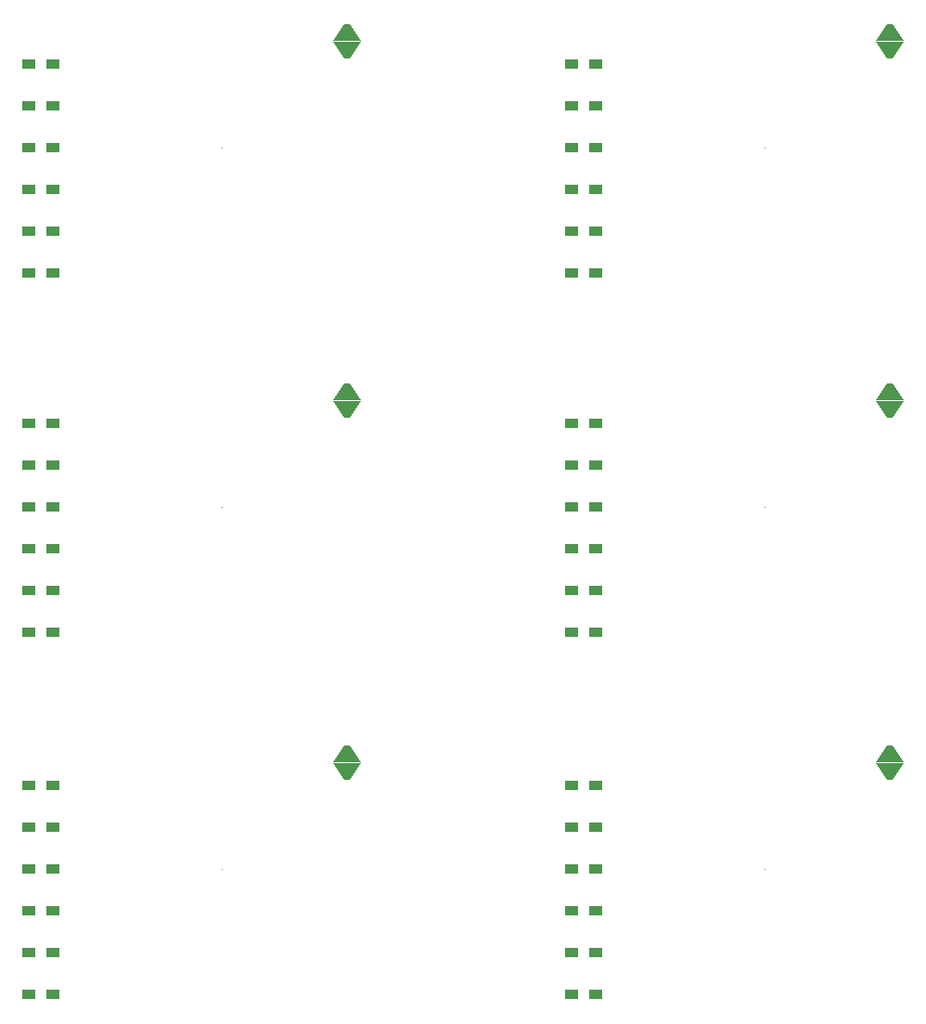
<source format=gbr>
G04 #@! TF.GenerationSoftware,KiCad,Pcbnew,5.0.1*
G04 #@! TF.CreationDate,2019-03-04T22:12:38+01:00*
G04 #@! TF.ProjectId,wasserschaden_smd,7761737365727363686164656E5F736D,rev?*
G04 #@! TF.SameCoordinates,Original*
G04 #@! TF.FileFunction,Paste,Top*
G04 #@! TF.FilePolarity,Positive*
%FSLAX46Y46*%
G04 Gerber Fmt 4.6, Leading zero omitted, Abs format (unit mm)*
G04 Created by KiCad (PCBNEW 5.0.1) date Mo 04 Mär 2019 22:12:38 CET*
%MOMM*%
%LPD*%
G01*
G04 APERTURE LIST*
%ADD10C,0.100000*%
%ADD11C,1.274184*%
%ADD12R,1.200000X0.900000*%
G04 APERTURE END LIST*
D10*
G04 #@! TO.C,U1*
X139700000Y-117856000D02*
X139700000Y-117856000D01*
X139700000Y-117856000D02*
X139700000Y-117856000D01*
X139700000Y-117856000D02*
X139700000Y-117856000D01*
X139700000Y-117856000D02*
X139700000Y-117856000D01*
X139700000Y-117856000D02*
X139700000Y-117856000D01*
X139700000Y-117856000D02*
X139700000Y-117856000D01*
X139700000Y-117856000D02*
X139700000Y-117856000D01*
X139700000Y-117856000D02*
X139700000Y-117856000D01*
X139700000Y-117856000D02*
X139700000Y-117856000D01*
X139700000Y-117856000D02*
X139700000Y-117856000D01*
X139700000Y-117856000D02*
X139700000Y-117856000D01*
X139700000Y-117856000D02*
X139700000Y-117856000D01*
X139700000Y-117856000D02*
X139700000Y-117856000D01*
X139700000Y-117856000D02*
X139700000Y-117856000D01*
X139700000Y-117856000D02*
X139700000Y-117856000D01*
X139700000Y-117856000D02*
X139700000Y-117856000D01*
X139700000Y-117856000D02*
X139700000Y-117856000D01*
X139700000Y-117856000D02*
X139700000Y-117856000D01*
X139700000Y-117856000D02*
X139700000Y-117856000D01*
X139700000Y-117856000D02*
X139700000Y-117856000D01*
X139700000Y-117856000D02*
X139700000Y-117856000D01*
X139700000Y-117856000D02*
X139700000Y-117856000D01*
X139700000Y-117856000D02*
X139700000Y-117856000D01*
X139700000Y-117856000D02*
X139700000Y-117856000D01*
X139700000Y-117856000D02*
X139700000Y-117856000D01*
X139700000Y-117856000D02*
X139700000Y-117856000D01*
X139700000Y-117856000D02*
X139700000Y-117856000D01*
X139700000Y-117856000D02*
X139700000Y-117856000D01*
X139700000Y-117856000D02*
X139700000Y-117856000D01*
X139700000Y-117856000D02*
X139700000Y-117856000D01*
X139700000Y-117856000D02*
X139700000Y-117856000D01*
X139700000Y-117856000D02*
X139700000Y-117856000D01*
X139700000Y-117856000D02*
X139700000Y-117856000D01*
X139700000Y-117856000D02*
X139700000Y-117856000D01*
X139700000Y-117856000D02*
X139700000Y-117856000D01*
X139700000Y-117856000D02*
X139700000Y-117856000D01*
X139700000Y-117856000D02*
X139700000Y-117856000D01*
X139700000Y-117856000D02*
X139700000Y-117856000D01*
X139700000Y-117856000D02*
X139700000Y-117856000D01*
X139700000Y-117856000D02*
X139700000Y-117856000D01*
X139700000Y-117856000D02*
X139700000Y-117856000D01*
X139700000Y-117856000D02*
X139700000Y-117856000D01*
X139700000Y-117856000D02*
X139700000Y-117856000D01*
X139700000Y-117856000D02*
X139700000Y-117856000D01*
X139700000Y-117856000D02*
X139700000Y-117856000D01*
X139700000Y-117856000D02*
X139700000Y-117856000D01*
X139700000Y-117856000D02*
X139700000Y-117856000D01*
X139700000Y-117856000D02*
X139700000Y-117856000D01*
X139700000Y-117856000D02*
X139700000Y-117856000D01*
X139700000Y-117856000D02*
X139700000Y-117856000D01*
X139700000Y-117856000D02*
X139700000Y-117856000D01*
X139700000Y-117856000D02*
X139700000Y-117856000D01*
X139700000Y-117856000D02*
X139700000Y-117856000D01*
X139700000Y-117856000D02*
X139700000Y-117856000D01*
X139700000Y-117856000D02*
X139700000Y-117856000D01*
X139700000Y-117856000D02*
X139700000Y-117856000D01*
X139700000Y-117856000D02*
X139700000Y-117856000D01*
X139700000Y-117856000D02*
X139700000Y-117856000D01*
X139700000Y-117856000D02*
X139700000Y-117856000D01*
X139700000Y-117856000D02*
X139700000Y-117856000D01*
X139700000Y-117856000D02*
X139700000Y-117856000D01*
X139700000Y-117856000D02*
X139700000Y-117856000D01*
X139700000Y-117856000D02*
X139700000Y-117856000D01*
X139700000Y-117856000D02*
X139700000Y-117856000D01*
X139700000Y-117856000D02*
X139700000Y-117856000D01*
X139700000Y-117856000D02*
X139700000Y-117856000D01*
X139700000Y-117856000D02*
X139700000Y-117856000D01*
X139700000Y-117856000D02*
X139700000Y-117856000D01*
X139700000Y-117856000D02*
X139700000Y-117856000D01*
X139700000Y-117856000D02*
X139700000Y-117856000D01*
X139700000Y-117856000D02*
X139700000Y-117856000D01*
X139700000Y-117856000D02*
X139700000Y-117856000D01*
X139700000Y-117856000D02*
X139700000Y-117856000D01*
X139700000Y-117856000D02*
X139700000Y-117856000D01*
X139700000Y-117856000D02*
X139700000Y-117856000D01*
X139700000Y-117856000D02*
X139700000Y-117856000D01*
X139700000Y-117856000D02*
X139700000Y-117856000D01*
X139700000Y-117856000D02*
X139700000Y-117856000D01*
X139700000Y-117856000D02*
X139700000Y-117856000D01*
X139700000Y-117856000D02*
X139700000Y-117856000D01*
X139700000Y-117856000D02*
X139700000Y-117856000D01*
X139700000Y-117856000D02*
X139700000Y-117856000D01*
X139700000Y-117856000D02*
X139700000Y-117856000D01*
X139700000Y-117856000D02*
X139700000Y-117856000D01*
X139700000Y-117856000D02*
X139700000Y-117856000D01*
X139700000Y-117856000D02*
X139700000Y-117856000D01*
X139700000Y-117856000D02*
X139700000Y-117856000D01*
X139700000Y-117856000D02*
X139700000Y-117856000D01*
X139700000Y-117856000D02*
X139700000Y-117856000D01*
X139700000Y-117856000D02*
X139700000Y-117856000D01*
X139700000Y-117856000D02*
X139700000Y-117856000D01*
X139700000Y-117856000D02*
X139700000Y-117856000D01*
X139700000Y-117856000D02*
X139700000Y-117856000D01*
X139700000Y-117856000D02*
X139700000Y-117856000D01*
X139700000Y-117856000D02*
X139700000Y-117856000D01*
X139700000Y-117856000D02*
X139700000Y-117856000D01*
X139700000Y-117856000D02*
X139700000Y-117856000D01*
X139700000Y-117856000D02*
X139700000Y-117856000D01*
X139700000Y-117856000D02*
X139700000Y-117856000D01*
X139700000Y-117856000D02*
X139700000Y-117856000D01*
X139700000Y-117856000D02*
X139700000Y-117856000D01*
X139700000Y-117856000D02*
X139700000Y-117856000D01*
X139700000Y-117856000D02*
X139700000Y-117856000D01*
X139700000Y-117856000D02*
X139700000Y-117856000D01*
X139700000Y-117856000D02*
X139700000Y-117856000D01*
X139700000Y-117856000D02*
X139700000Y-117856000D01*
X139700000Y-117856000D02*
X139700000Y-117856000D01*
X139700000Y-117856000D02*
X139700000Y-117856000D01*
X139700000Y-117856000D02*
X139700000Y-117856000D01*
X139700000Y-117856000D02*
X139700000Y-117856000D01*
X139700000Y-117856000D02*
X139700000Y-117856000D01*
X139700000Y-117856000D02*
X139700000Y-117856000D01*
X139700000Y-117856000D02*
X139700000Y-117856000D01*
X139700000Y-117856000D02*
X139700000Y-117856000D01*
X139700000Y-117856000D02*
X139700000Y-117856000D01*
X139700000Y-117856000D02*
X139700000Y-117856000D01*
X139700000Y-117856000D02*
X139700000Y-117856000D01*
X139700000Y-117856000D02*
X139700000Y-117856000D01*
X139700000Y-117856000D02*
X139700000Y-117856000D01*
X139700000Y-117856000D02*
X139700000Y-117856000D01*
X139700000Y-117856000D02*
X139700000Y-117856000D01*
X139700000Y-117856000D02*
X139700000Y-117856000D01*
X139700000Y-117856000D02*
X139700000Y-117856000D01*
X139700000Y-117856000D02*
X139700000Y-117856000D01*
X139700000Y-117856000D02*
X139700000Y-117856000D01*
X139700000Y-117856000D02*
X139700000Y-117856000D01*
X139700000Y-117856000D02*
X139700000Y-117856000D01*
X139700000Y-117856000D02*
X139700000Y-117856000D01*
X139700000Y-117856000D02*
X139700000Y-117856000D01*
X139700000Y-117856000D02*
X139700000Y-117856000D01*
X139700000Y-117856000D02*
X139700000Y-117856000D01*
X139700000Y-117856000D02*
X139700000Y-117856000D01*
X139700000Y-117856000D02*
X139700000Y-117856000D01*
X139700000Y-117856000D02*
X139700000Y-117856000D01*
X139700000Y-117856000D02*
X139700000Y-117856000D01*
X139700000Y-117856000D02*
X139700000Y-117856000D01*
X139700000Y-117856000D02*
X139700000Y-117856000D01*
X139700000Y-117856000D02*
X139700000Y-117856000D01*
X139700000Y-117856000D02*
X139700000Y-117856000D01*
X139700000Y-117856000D02*
X139700000Y-117856000D01*
X139700000Y-117856000D02*
X139700000Y-117856000D01*
X139700000Y-117856000D02*
X139700000Y-117856000D01*
X139700000Y-117856000D02*
X139700000Y-117856000D01*
X139700000Y-117856000D02*
X139700000Y-117856000D01*
X139700000Y-117856000D02*
X139700000Y-117856000D01*
X139700000Y-117856000D02*
X139700000Y-117856000D01*
X139700000Y-117856000D02*
X139700000Y-117856000D01*
X139700000Y-117856000D02*
X139700000Y-117856000D01*
X139700000Y-117856000D02*
X139700000Y-117856000D01*
X139700000Y-117856000D02*
X139700000Y-117856000D01*
X139700000Y-117856000D02*
X139700000Y-117856000D01*
X139700000Y-117856000D02*
X139700000Y-117856000D01*
X139700000Y-117856000D02*
X139700000Y-117856000D01*
X139700000Y-117856000D02*
X139700000Y-117856000D01*
X139700000Y-117856000D02*
X139700000Y-117856000D01*
X139700000Y-117856000D02*
X139700000Y-117856000D01*
X139700000Y-117856000D02*
X139700000Y-117856000D01*
X139700000Y-117856000D02*
X139700000Y-117856000D01*
X139700000Y-117856000D02*
X139700000Y-117856000D01*
X139700000Y-117856000D02*
X139700000Y-117856000D01*
X139700000Y-117856000D02*
X139700000Y-117856000D01*
X139700000Y-117856000D02*
X139700000Y-117856000D01*
X139700000Y-117856000D02*
X139700000Y-117856000D01*
X139700000Y-117856000D02*
X139700000Y-117856000D01*
X139700000Y-117856000D02*
X139700000Y-117856000D01*
X139700000Y-117856000D02*
X139700000Y-117856000D01*
X139700000Y-117856000D02*
X139700000Y-117856000D01*
X139700000Y-117856000D02*
X139700000Y-117856000D01*
X139700000Y-117856000D02*
X139700000Y-117856000D01*
X139700000Y-117856000D02*
X139700000Y-117856000D01*
X139700000Y-117856000D02*
X139700000Y-117856000D01*
X139700000Y-117856000D02*
X139700000Y-117856000D01*
X139700000Y-117856000D02*
X139700000Y-117856000D01*
X139700000Y-117856000D02*
X139700000Y-117856000D01*
X139700000Y-117856000D02*
X139700000Y-117856000D01*
X139700000Y-117856000D02*
X139700000Y-117856000D01*
X139700000Y-117856000D02*
X139700000Y-117856000D01*
X139700000Y-117856000D02*
X139700000Y-117856000D01*
X139700000Y-117856000D02*
X139700000Y-117856000D01*
X139700000Y-117856000D02*
X139700000Y-117856000D01*
X139700000Y-117856000D02*
X139700000Y-117856000D01*
X139700000Y-117856000D02*
X139700000Y-117856000D01*
X139700000Y-117856000D02*
X139700000Y-117856000D01*
X139700000Y-117856000D02*
X139700000Y-117856000D01*
X139700000Y-117856000D02*
X139700000Y-117856000D01*
X139700000Y-117856000D02*
X139700000Y-117856000D01*
X139700000Y-117856000D02*
X139700000Y-117856000D01*
X139700000Y-117856000D02*
X139700000Y-117856000D01*
X139700000Y-117856000D02*
X139700000Y-117856000D01*
X139700000Y-117856000D02*
X139700000Y-117856000D01*
X139700000Y-117856000D02*
X139700000Y-117856000D01*
X139700000Y-117856000D02*
X139700000Y-117856000D01*
X139700000Y-117856000D02*
X139700000Y-117856000D01*
X139700000Y-117856000D02*
X139700000Y-117856000D01*
X139700000Y-117856000D02*
X139700000Y-117856000D01*
X139700000Y-117856000D02*
X139700000Y-117856000D01*
X139700000Y-117856000D02*
X139700000Y-117856000D01*
X139700000Y-117856000D02*
X139700000Y-117856000D01*
X139700000Y-117856000D02*
X139700000Y-117856000D01*
X139700000Y-117856000D02*
X139700000Y-117856000D01*
X139700000Y-117856000D02*
X139700000Y-117856000D01*
X139700000Y-117856000D02*
X139700000Y-117856000D01*
X139700000Y-117856000D02*
X139700000Y-117856000D01*
X139700000Y-117856000D02*
X139700000Y-117856000D01*
X139700000Y-117856000D02*
X139700000Y-117856000D01*
X139700000Y-117856000D02*
X139700000Y-117856000D01*
X139700000Y-117856000D02*
X139700000Y-117856000D01*
X139700000Y-117856000D02*
X139700000Y-117856000D01*
X139700000Y-117856000D02*
X139700000Y-117856000D01*
X139700000Y-117856000D02*
X139700000Y-117856000D01*
X139700000Y-117856000D02*
X139700000Y-117856000D01*
X139700000Y-117856000D02*
X139700000Y-117856000D01*
X139700000Y-117856000D02*
X139700000Y-117856000D01*
X139700000Y-117856000D02*
X139700000Y-117856000D01*
X139700000Y-117856000D02*
X139700000Y-117856000D01*
X139700000Y-117856000D02*
X139700000Y-117856000D01*
X139700000Y-117856000D02*
X139700000Y-117856000D01*
X139700000Y-117856000D02*
X139700000Y-117856000D01*
X139700000Y-117856000D02*
X139700000Y-117856000D01*
X139700000Y-117856000D02*
X139700000Y-117856000D01*
X139700000Y-117856000D02*
X139700000Y-117856000D01*
X139700000Y-117856000D02*
X139700000Y-117856000D01*
X139700000Y-117856000D02*
X139700000Y-117856000D01*
X139700000Y-117856000D02*
X139700000Y-117856000D01*
X139700000Y-117856000D02*
X139700000Y-117856000D01*
X139700000Y-117856000D02*
X139700000Y-117856000D01*
X139700000Y-117856000D02*
X139700000Y-117856000D01*
X139700000Y-117856000D02*
X139700000Y-117856000D01*
X139700000Y-117856000D02*
X139700000Y-117856000D01*
X139700000Y-117856000D02*
X139700000Y-117856000D01*
X139700000Y-117856000D02*
X139700000Y-117856000D01*
X139700000Y-117856000D02*
X139700000Y-117856000D01*
X139700000Y-117856000D02*
X139700000Y-117856000D01*
X139700000Y-117856000D02*
X139700000Y-117856000D01*
X139700000Y-117856000D02*
X139700000Y-117856000D01*
X139700000Y-117856000D02*
X139700000Y-117856000D01*
X139700000Y-117856000D02*
X139700000Y-117856000D01*
X139700000Y-117856000D02*
X139700000Y-117856000D01*
X139700000Y-117856000D02*
X139700000Y-117856000D01*
X139700000Y-117856000D02*
X139700000Y-117856000D01*
X139700000Y-117856000D02*
X139700000Y-117856000D01*
X139700000Y-117856000D02*
X139700000Y-117856000D01*
X139700000Y-117856000D02*
X139700000Y-117856000D01*
X139700000Y-117856000D02*
X139700000Y-117856000D01*
X139700000Y-117856000D02*
X139700000Y-117856000D01*
X139700000Y-117856000D02*
X139700000Y-117856000D01*
X139700000Y-117856000D02*
X139700000Y-117856000D01*
X139700000Y-117856000D02*
X139700000Y-117856000D01*
X139700000Y-117856000D02*
X139700000Y-117856000D01*
X139700000Y-117856000D02*
X139700000Y-117856000D01*
X139700000Y-117856000D02*
X139700000Y-117856000D01*
X139700000Y-117856000D02*
X139700000Y-117856000D01*
X139700000Y-117856000D02*
X139700000Y-117856000D01*
X139700000Y-117856000D02*
X139700000Y-117856000D01*
X139700000Y-117856000D02*
X139700000Y-117856000D01*
X139700000Y-117856000D02*
X139700000Y-117856000D01*
X139700000Y-117856000D02*
X139700000Y-117856000D01*
X139700000Y-117856000D02*
X139700000Y-117856000D01*
X139700000Y-117856000D02*
X139700000Y-117856000D01*
X139700000Y-117856000D02*
X139700000Y-117856000D01*
X139700000Y-117856000D02*
X139700000Y-117856000D01*
X139700000Y-117856000D02*
X139700000Y-117856000D01*
X139700000Y-117856000D02*
X139700000Y-117856000D01*
X139700000Y-117856000D02*
X139700000Y-117856000D01*
X139700000Y-117856000D02*
X139700000Y-117856000D01*
X139700000Y-117856000D02*
X139700000Y-117856000D01*
X139700000Y-117856000D02*
X139700000Y-117856000D01*
X139700000Y-117856000D02*
X139700000Y-117856000D01*
X139700000Y-117856000D02*
X139700000Y-117856000D01*
X139700000Y-117856000D02*
X139700000Y-117856000D01*
X139700000Y-117856000D02*
X139700000Y-117856000D01*
X139700000Y-117856000D02*
X139700000Y-117856000D01*
X139700000Y-117856000D02*
X139700000Y-117856000D01*
X139700000Y-117856000D02*
X139700000Y-117856000D01*
X139700000Y-117856000D02*
X139700000Y-117856000D01*
X139700000Y-117856000D02*
X139700000Y-117856000D01*
X139700000Y-117856000D02*
X139700000Y-117856000D01*
X139700000Y-117856000D02*
X139700000Y-117856000D01*
X139700000Y-117856000D02*
X139700000Y-117856000D01*
X139700000Y-117856000D02*
X139700000Y-117856000D01*
X139700000Y-117856000D02*
X139700000Y-117856000D01*
X139700000Y-117856000D02*
X139700000Y-117856000D01*
X139700000Y-117856000D02*
X139700000Y-117856000D01*
X139700000Y-117856000D02*
X139700000Y-117856000D01*
X139700000Y-117856000D02*
X139700000Y-117856000D01*
X139700000Y-117856000D02*
X139700000Y-117856000D01*
X139700000Y-117856000D02*
X139700000Y-117856000D01*
X139700000Y-117856000D02*
X139700000Y-117856000D01*
X139700000Y-117856000D02*
X139700000Y-117856000D01*
X139700000Y-117856000D02*
X139700000Y-117856000D01*
X139700000Y-117856000D02*
X139700000Y-117856000D01*
X139700000Y-117856000D02*
X139700000Y-117856000D01*
X139700000Y-117856000D02*
X139700000Y-117856000D01*
X139700000Y-117856000D02*
X139700000Y-117856000D01*
X139700000Y-117856000D02*
X139700000Y-117856000D01*
X139700000Y-117856000D02*
X139700000Y-117856000D01*
X139700000Y-117856000D02*
X139700000Y-117856000D01*
X139700000Y-117856000D02*
X139700000Y-117856000D01*
X139700000Y-117856000D02*
X139700000Y-117856000D01*
X139700000Y-117856000D02*
X139700000Y-117856000D01*
X139700000Y-117856000D02*
X139700000Y-117856000D01*
X139700000Y-117856000D02*
X139700000Y-117856000D01*
X139700000Y-117856000D02*
X139700000Y-117856000D01*
X139700000Y-117856000D02*
X139700000Y-117856000D01*
X139700000Y-117856000D02*
X139700000Y-117856000D01*
X139700000Y-117856000D02*
X139700000Y-117856000D01*
X139700000Y-117856000D02*
X139700000Y-117856000D01*
X139700000Y-117856000D02*
X139700000Y-117856000D01*
X139700000Y-117856000D02*
X139700000Y-117856000D01*
X139700000Y-117856000D02*
X139700000Y-117856000D01*
X139700000Y-117856000D02*
X139700000Y-117856000D01*
X139700000Y-117856000D02*
X139700000Y-117856000D01*
X139700000Y-117856000D02*
X139700000Y-117856000D01*
X139700000Y-117856000D02*
X139700000Y-117856000D01*
X139700000Y-117856000D02*
X139700000Y-117856000D01*
X139700000Y-117856000D02*
X139700000Y-117856000D01*
X139700000Y-117856000D02*
X139700000Y-117856000D01*
X139700000Y-117856000D02*
X139700000Y-117856000D01*
X139700000Y-117856000D02*
X139700000Y-117856000D01*
X139700000Y-117856000D02*
X139700000Y-117856000D01*
X139700000Y-117856000D02*
X139700000Y-117856000D01*
X139700000Y-117856000D02*
X139700000Y-117856000D01*
X139700000Y-117856000D02*
X139700000Y-117856000D01*
X139700000Y-117856000D02*
X139700000Y-117856000D01*
X139700000Y-117856000D02*
X139700000Y-117856000D01*
X139700000Y-117856000D02*
X139700000Y-117856000D01*
X139700000Y-117856000D02*
X139700000Y-117856000D01*
X139700000Y-117856000D02*
X139700000Y-117856000D01*
X139700000Y-117856000D02*
X139700000Y-117856000D01*
X139700000Y-117856000D02*
X139700000Y-117856000D01*
X139700000Y-117856000D02*
X139700000Y-117856000D01*
X139700000Y-117856000D02*
X139700000Y-117856000D01*
X139700000Y-117856000D02*
X139700000Y-117856000D01*
X139700000Y-117856000D02*
X139700000Y-117856000D01*
X139700000Y-117856000D02*
X139700000Y-117856000D01*
X139700000Y-117856000D02*
X139700000Y-117856000D01*
X139700000Y-117856000D02*
X139700000Y-117856000D01*
X139700000Y-117856000D02*
X139700000Y-117856000D01*
X139700000Y-117856000D02*
X139700000Y-117856000D01*
X139700000Y-117856000D02*
X139700000Y-117856000D01*
X139700000Y-117856000D02*
X139700000Y-117856000D01*
X139700000Y-117856000D02*
X139700000Y-117856000D01*
X139700000Y-117856000D02*
X139700000Y-117856000D01*
X139700000Y-117856000D02*
X139700000Y-117856000D01*
X139700000Y-117856000D02*
X139700000Y-117856000D01*
X139700000Y-117856000D02*
X139700000Y-117856000D01*
X139700000Y-117856000D02*
X139700000Y-117856000D01*
X139700000Y-117856000D02*
X139700000Y-117856000D01*
X139700000Y-117856000D02*
X139700000Y-117856000D01*
X139700000Y-117856000D02*
X139700000Y-117856000D01*
X139700000Y-117856000D02*
X139700000Y-117856000D01*
X139700000Y-117856000D02*
X139700000Y-117856000D01*
X139700000Y-117856000D02*
X139700000Y-117856000D01*
X139700000Y-117856000D02*
X139700000Y-117856000D01*
X139700000Y-117856000D02*
X139700000Y-117856000D01*
X139700000Y-117856000D02*
X139700000Y-117856000D01*
X139700000Y-117856000D02*
X139700000Y-117856000D01*
X139700000Y-117856000D02*
X139700000Y-117856000D01*
X139700000Y-117856000D02*
X139700000Y-117856000D01*
X139700000Y-117856000D02*
X139700000Y-117856000D01*
X139700000Y-117856000D02*
X139700000Y-117856000D01*
X139700000Y-117856000D02*
X139700000Y-117856000D01*
X139700000Y-117856000D02*
X139700000Y-117856000D01*
X139700000Y-117856000D02*
X139700000Y-117856000D01*
X139700000Y-117856000D02*
X139700000Y-117856000D01*
X139700000Y-117856000D02*
X139700000Y-117856000D01*
X139700000Y-117856000D02*
X139700000Y-117856000D01*
X139700000Y-117856000D02*
X139700000Y-117856000D01*
X139700000Y-117856000D02*
X139700000Y-117856000D01*
X139700000Y-117856000D02*
X139700000Y-117856000D01*
X139700000Y-117856000D02*
X139700000Y-117856000D01*
X139700000Y-117856000D02*
X139700000Y-117856000D01*
X139700000Y-117856000D02*
X139700000Y-117856000D01*
X139700000Y-117856000D02*
X139700000Y-117856000D01*
X139700000Y-117856000D02*
X139700000Y-117856000D01*
X139700000Y-117856000D02*
X139700000Y-117856000D01*
X139700000Y-117856000D02*
X139700000Y-117856000D01*
X139700000Y-117856000D02*
X139700000Y-117856000D01*
X139700000Y-117856000D02*
X139700000Y-117856000D01*
X139700000Y-117856000D02*
X139700000Y-117856000D01*
X139700000Y-117856000D02*
X139700000Y-117856000D01*
X139700000Y-117856000D02*
X139700000Y-117856000D01*
X139700000Y-117856000D02*
X139700000Y-117856000D01*
X139700000Y-117856000D02*
X139700000Y-117856000D01*
X139700000Y-117856000D02*
X139700000Y-117856000D01*
X139700000Y-117856000D02*
X139700000Y-117856000D01*
X139700000Y-117856000D02*
X139700000Y-117856000D01*
X139700000Y-117856000D02*
X139700000Y-117856000D01*
X139700000Y-117856000D02*
X139700000Y-117856000D01*
X139700000Y-117856000D02*
X139700000Y-117856000D01*
X139700000Y-117856000D02*
X139700000Y-117856000D01*
X139700000Y-117856000D02*
X139700000Y-117856000D01*
X139700000Y-117856000D02*
X139700000Y-117856000D01*
X139700000Y-117856000D02*
X139700000Y-117856000D01*
X139700000Y-117856000D02*
X139700000Y-117856000D01*
X139700000Y-117856000D02*
X139700000Y-117856000D01*
X139700000Y-117856000D02*
X139700000Y-117856000D01*
X139700000Y-117856000D02*
X139700000Y-117856000D01*
X139700000Y-117856000D02*
X139700000Y-117856000D01*
X139700000Y-117856000D02*
X139700000Y-117856000D01*
X139700000Y-117856000D02*
X139700000Y-117856000D01*
X139700000Y-117856000D02*
X139700000Y-117856000D01*
X139700000Y-117856000D02*
X139700000Y-117856000D01*
X139700000Y-117856000D02*
X139700000Y-117856000D01*
X139700000Y-117856000D02*
X139700000Y-117856000D01*
X139700000Y-117856000D02*
X139700000Y-117856000D01*
X139700000Y-117856000D02*
X139700000Y-117856000D01*
X139700000Y-117856000D02*
X139700000Y-117856000D01*
X139700000Y-117856000D02*
X139700000Y-117856000D01*
X139700000Y-117856000D02*
X139700000Y-117856000D01*
X139700000Y-117856000D02*
X139700000Y-117856000D01*
X139700000Y-117856000D02*
X139700000Y-117856000D01*
X139700000Y-117856000D02*
X139700000Y-117856000D01*
X139700000Y-117856000D02*
X139700000Y-117856000D01*
X139700000Y-117856000D02*
X139700000Y-117856000D01*
X139700000Y-117856000D02*
X139700000Y-117856000D01*
X139700000Y-117856000D02*
X139700000Y-117856000D01*
X139700000Y-117856000D02*
X139700000Y-117856000D01*
X139700000Y-117856000D02*
X139700000Y-117856000D01*
X139700000Y-117856000D02*
X139700000Y-117856000D01*
X139700000Y-117856000D02*
X139700000Y-117856000D01*
X139700000Y-117856000D02*
X139700000Y-117856000D01*
X139700000Y-117856000D02*
X139700000Y-117856000D01*
X139700000Y-117856000D02*
X139700000Y-117856000D01*
X139700000Y-117856000D02*
X139700000Y-117856000D01*
X139700000Y-117856000D02*
X139700000Y-117856000D01*
X139700000Y-117856000D02*
X139700000Y-117856000D01*
X139700000Y-117856000D02*
X139700000Y-117856000D01*
X139700000Y-117856000D02*
X139700000Y-117856000D01*
X139700000Y-117856000D02*
X139700000Y-117856000D01*
X139700000Y-117856000D02*
X139700000Y-117856000D01*
X139700000Y-117856000D02*
X139700000Y-117856000D01*
X139700000Y-117856000D02*
X139700000Y-117856000D01*
X139700000Y-117856000D02*
X139700000Y-117856000D01*
X139700000Y-117856000D02*
X139700000Y-117856000D01*
X139700000Y-117856000D02*
X139700000Y-117856000D01*
X139700000Y-117856000D02*
X139700000Y-117856000D01*
X139700000Y-117856000D02*
X139700000Y-117856000D01*
X139700000Y-117856000D02*
X139700000Y-117856000D01*
X139700000Y-117856000D02*
X139700000Y-117856000D01*
X139700000Y-117856000D02*
X139700000Y-117856000D01*
X139700000Y-117856000D02*
X139700000Y-117856000D01*
X139700000Y-117856000D02*
X139700000Y-117856000D01*
X139700000Y-117856000D02*
X139700000Y-117856000D01*
X139700000Y-117856000D02*
X139700000Y-117856000D01*
X139700000Y-117856000D02*
X139700000Y-117856000D01*
X139700000Y-117856000D02*
X139700000Y-117856000D01*
X139700000Y-117856000D02*
X139700000Y-117856000D01*
X139700000Y-117856000D02*
X139700000Y-117856000D01*
X139700000Y-117856000D02*
X139700000Y-117856000D01*
X139700000Y-117856000D02*
X139700000Y-117856000D01*
X139700000Y-117856000D02*
X139700000Y-117856000D01*
X139700000Y-117856000D02*
X139700000Y-117856000D01*
X139700000Y-117856000D02*
X139700000Y-117856000D01*
X139700000Y-117856000D02*
X139700000Y-117856000D01*
X139700000Y-117856000D02*
X139700000Y-117856000D01*
X139700000Y-117856000D02*
X139700000Y-117856000D01*
X139700000Y-117856000D02*
X139700000Y-117856000D01*
X139700000Y-117856000D02*
X139700000Y-117856000D01*
X139700000Y-117856000D02*
X139700000Y-117856000D01*
X139700000Y-117856000D02*
X139700000Y-117856000D01*
X139700000Y-117856000D02*
X139700000Y-117856000D01*
X139700000Y-117856000D02*
X139700000Y-117856000D01*
X139700000Y-117856000D02*
X139700000Y-117856000D01*
X139700000Y-117856000D02*
X139700000Y-117856000D01*
X139700000Y-117856000D02*
X139700000Y-117856000D01*
X139700000Y-117856000D02*
X139700000Y-117856000D01*
X139700000Y-117856000D02*
X139700000Y-117856000D01*
X139700000Y-117856000D02*
X139700000Y-117856000D01*
X139700000Y-117856000D02*
X139700000Y-117856000D01*
X139700000Y-117856000D02*
X139700000Y-117856000D01*
X139700000Y-117856000D02*
X139700000Y-117856000D01*
X139700000Y-117856000D02*
X139700000Y-117856000D01*
X139700000Y-117856000D02*
X139700000Y-117856000D01*
X139700000Y-117856000D02*
X139700000Y-117856000D01*
X139700000Y-117856000D02*
X139700000Y-117856000D01*
X139700000Y-117856000D02*
X139700000Y-117856000D01*
X139700000Y-117856000D02*
X139700000Y-117856000D01*
X139700000Y-117856000D02*
X139700000Y-117856000D01*
X139700000Y-117856000D02*
X139700000Y-117856000D01*
X139700000Y-117856000D02*
X139700000Y-117856000D01*
X139700000Y-117856000D02*
X139700000Y-117856000D01*
X139700000Y-117856000D02*
X139700000Y-117856000D01*
X139700000Y-117856000D02*
X139700000Y-117856000D01*
X139700000Y-117856000D02*
X139700000Y-117856000D01*
X139700000Y-117856000D02*
X139700000Y-117856000D01*
X139700000Y-117856000D02*
X139700000Y-117856000D01*
X139700000Y-117856000D02*
X139700000Y-117856000D01*
X139700000Y-117856000D02*
X139700000Y-117856000D01*
X139700000Y-117856000D02*
X139700000Y-117856000D01*
X139700000Y-117856000D02*
X139700000Y-117856000D01*
X139700000Y-117856000D02*
X139700000Y-117856000D01*
X139700000Y-117856000D02*
X139700000Y-117856000D01*
X139700000Y-117856000D02*
X139700000Y-117856000D01*
X139700000Y-117856000D02*
X139700000Y-117856000D01*
X139700000Y-117856000D02*
X139700000Y-117856000D01*
X139700000Y-117856000D02*
X139700000Y-117856000D01*
X139700000Y-117856000D02*
X139700000Y-117856000D01*
X139700000Y-117856000D02*
X139700000Y-117856000D01*
X139700000Y-117856000D02*
X139700000Y-117856000D01*
X139700000Y-117856000D02*
X139700000Y-117856000D01*
X139700000Y-117856000D02*
X139700000Y-117856000D01*
X139700000Y-117856000D02*
X139700000Y-117856000D01*
X139700000Y-117856000D02*
X139700000Y-117856000D01*
X139700000Y-117856000D02*
X139700000Y-117856000D01*
X139700000Y-117856000D02*
X139700000Y-117856000D01*
X139700000Y-117856000D02*
X139700000Y-117856000D01*
X139700000Y-117856000D02*
X139700000Y-117856000D01*
X139700000Y-117856000D02*
X139700000Y-117856000D01*
X139700000Y-117856000D02*
X139700000Y-117856000D01*
X139700000Y-117856000D02*
X139700000Y-117856000D01*
X139700000Y-117856000D02*
X139700000Y-117856000D01*
X139700000Y-117856000D02*
X139700000Y-117856000D01*
X139700000Y-117856000D02*
X139700000Y-117856000D01*
X139700000Y-117856000D02*
X139700000Y-117856000D01*
X139700000Y-117856000D02*
X139700000Y-117856000D01*
X139700000Y-117856000D02*
X139700000Y-117856000D01*
X139700000Y-117856000D02*
X139700000Y-117856000D01*
X139700000Y-117856000D02*
X139700000Y-117856000D01*
X139700000Y-117856000D02*
X139700000Y-117856000D01*
X139700000Y-117856000D02*
X139700000Y-117856000D01*
X139700000Y-117856000D02*
X139700000Y-117856000D01*
X139700000Y-117856000D02*
X139700000Y-117856000D01*
X139700000Y-117856000D02*
X139700000Y-117856000D01*
X139700000Y-117856000D02*
X139700000Y-117856000D01*
X139700000Y-117856000D02*
X139700000Y-117856000D01*
X139700000Y-117856000D02*
X139700000Y-117856000D01*
X139700000Y-117856000D02*
X139700000Y-117856000D01*
X139700000Y-117856000D02*
X139700000Y-117856000D01*
X139700000Y-117856000D02*
X139700000Y-117856000D01*
X139700000Y-117856000D02*
X139700000Y-117856000D01*
X139700000Y-117856000D02*
X139700000Y-117856000D01*
X139700000Y-117856000D02*
X139700000Y-117856000D01*
X139700000Y-117856000D02*
X139700000Y-117856000D01*
X139700000Y-117856000D02*
X139700000Y-117856000D01*
X139700000Y-117856000D02*
X139700000Y-117856000D01*
X139700000Y-117856000D02*
X139700000Y-117856000D01*
X139700000Y-117856000D02*
X139700000Y-117856000D01*
X139700000Y-117856000D02*
X139700000Y-117856000D01*
X139700000Y-117856000D02*
X139700000Y-117856000D01*
X139700000Y-117856000D02*
X139700000Y-117856000D01*
X139700000Y-117856000D02*
X139700000Y-117856000D01*
X139700000Y-117856000D02*
X139700000Y-117856000D01*
X139700000Y-117856000D02*
X139700000Y-117856000D01*
X139700000Y-117856000D02*
X139700000Y-117856000D01*
X139700000Y-117856000D02*
X139700000Y-117856000D01*
X139700000Y-117856000D02*
X139700000Y-117856000D01*
X139700000Y-117856000D02*
X139700000Y-117856000D01*
X139700000Y-117856000D02*
X139700000Y-117856000D01*
X139700000Y-117856000D02*
X139700000Y-117856000D01*
X139700000Y-117856000D02*
X139700000Y-117856000D01*
X139700000Y-117856000D02*
X139700000Y-117856000D01*
X139700000Y-117856000D02*
X139700000Y-117856000D01*
X139700000Y-117856000D02*
X139700000Y-117856000D01*
X139700000Y-117856000D02*
X139700000Y-117856000D01*
X139700000Y-117856000D02*
X139700000Y-117856000D01*
X139700000Y-117856000D02*
X139700000Y-117856000D01*
X139700000Y-117856000D02*
X139700000Y-117856000D01*
X139700000Y-117856000D02*
X139700000Y-117856000D01*
X139700000Y-117856000D02*
X139700000Y-117856000D01*
X139700000Y-117856000D02*
X139700000Y-117856000D01*
X139700000Y-117856000D02*
X139700000Y-117856000D01*
X139700000Y-117856000D02*
X139700000Y-117856000D01*
X139700000Y-117856000D02*
X139700000Y-117856000D01*
X139700000Y-117856000D02*
X139700000Y-117856000D01*
X139700000Y-117856000D02*
X139700000Y-117856000D01*
X139700000Y-117856000D02*
X139700000Y-117856000D01*
X139700000Y-117856000D02*
X139700000Y-117856000D01*
X139700000Y-117856000D02*
X139700000Y-117856000D01*
X139700000Y-117856000D02*
X139700000Y-117856000D01*
X139700000Y-117856000D02*
X139700000Y-117856000D01*
X139700000Y-117856000D02*
X139700000Y-117856000D01*
X139700000Y-117856000D02*
X139700000Y-117856000D01*
X139700000Y-117856000D02*
X139700000Y-117856000D01*
X139700000Y-117856000D02*
X139700000Y-117856000D01*
X139700000Y-117856000D02*
X139700000Y-117856000D01*
X139700000Y-117856000D02*
X139700000Y-117856000D01*
X139700000Y-117856000D02*
X139700000Y-117856000D01*
X139700000Y-117856000D02*
X139700000Y-117856000D01*
X139700000Y-117856000D02*
X139700000Y-117856000D01*
X139700000Y-117856000D02*
X139700000Y-117856000D01*
X139700000Y-117856000D02*
X139700000Y-117856000D01*
X139700000Y-117856000D02*
X139700000Y-117856000D01*
X139700000Y-117856000D02*
X139700000Y-117856000D01*
X139700000Y-117856000D02*
X139700000Y-117856000D01*
X139700000Y-117856000D02*
X139700000Y-117856000D01*
X139700000Y-117856000D02*
X139700000Y-117856000D01*
X139700000Y-117856000D02*
X139700000Y-117856000D01*
X139700000Y-117856000D02*
X139700000Y-117856000D01*
X139700000Y-117856000D02*
X139700000Y-117856000D01*
X139700000Y-117856000D02*
X139700000Y-117856000D01*
X139700000Y-117856000D02*
X139700000Y-117856000D01*
X139700000Y-117856000D02*
X139700000Y-117856000D01*
X139700000Y-117856000D02*
X139700000Y-117856000D01*
X139700000Y-117856000D02*
X139700000Y-117856000D01*
X139700000Y-117856000D02*
X139700000Y-117856000D01*
X139700000Y-117856000D02*
X139700000Y-117856000D01*
X139700000Y-117856000D02*
X139700000Y-117856000D01*
X139700000Y-117856000D02*
X139700000Y-117856000D01*
X139700000Y-117856000D02*
X139700000Y-117856000D01*
X139700000Y-117856000D02*
X139700000Y-117856000D01*
X139700000Y-117856000D02*
X139700000Y-117856000D01*
X139700000Y-117856000D02*
X139700000Y-117856000D01*
X139700000Y-117856000D02*
X139700000Y-117856000D01*
X139700000Y-117856000D02*
X139700000Y-117856000D01*
X139700000Y-117856000D02*
X139700000Y-117856000D01*
X139700000Y-117856000D02*
X139700000Y-117856000D01*
X139700000Y-117856000D02*
X139700000Y-117856000D01*
X139700000Y-117856000D02*
X139700000Y-117856000D01*
X139700000Y-117856000D02*
X139700000Y-117856000D01*
X139700000Y-117856000D02*
X139700000Y-117856000D01*
X139700000Y-117856000D02*
X139700000Y-117856000D01*
X139700000Y-117856000D02*
X139700000Y-117856000D01*
X139700000Y-117856000D02*
X139700000Y-117856000D01*
X139700000Y-117856000D02*
X139700000Y-117856000D01*
X139700000Y-117856000D02*
X139700000Y-117856000D01*
X139700000Y-117856000D02*
X139700000Y-117856000D01*
X139700000Y-117856000D02*
X139700000Y-117856000D01*
X139700000Y-117856000D02*
X139700000Y-117856000D01*
X139700000Y-117856000D02*
X139700000Y-117856000D01*
X139700000Y-117856000D02*
X139700000Y-117856000D01*
X139700000Y-117856000D02*
X139700000Y-117856000D01*
X139700000Y-117856000D02*
X139700000Y-117856000D01*
X139700000Y-117856000D02*
X139700000Y-117856000D01*
X139700000Y-117856000D02*
X139700000Y-117856000D01*
X139700000Y-117856000D02*
X139700000Y-117856000D01*
X139700000Y-117856000D02*
X139700000Y-117856000D01*
X139700000Y-117856000D02*
X139700000Y-117856000D01*
X139700000Y-117856000D02*
X139700000Y-117856000D01*
X139700000Y-117856000D02*
X139700000Y-117856000D01*
X139700000Y-117856000D02*
X139700000Y-117856000D01*
X139700000Y-117856000D02*
X139700000Y-117856000D01*
X139700000Y-117856000D02*
X139700000Y-117856000D01*
X139700000Y-117856000D02*
X139700000Y-117856000D01*
X139700000Y-117856000D02*
X139700000Y-117856000D01*
X139700000Y-117856000D02*
X139700000Y-117856000D01*
X139700000Y-117856000D02*
X139700000Y-117856000D01*
X139700000Y-117856000D02*
X139700000Y-117856000D01*
X139700000Y-117856000D02*
X139700000Y-117856000D01*
X139700000Y-117856000D02*
X139700000Y-117856000D01*
X139700000Y-117856000D02*
X139700000Y-117856000D01*
X139700000Y-117856000D02*
X139700000Y-117856000D01*
X139700000Y-117856000D02*
X139700000Y-117856000D01*
X139700000Y-117856000D02*
X139700000Y-117856000D01*
X139700000Y-117856000D02*
X139700000Y-117856000D01*
X139700000Y-117856000D02*
X139700000Y-117856000D01*
X139700000Y-117856000D02*
X139700000Y-117856000D01*
X139700000Y-117856000D02*
X139700000Y-117856000D01*
X139700000Y-117856000D02*
X139700000Y-117856000D01*
X139700000Y-117856000D02*
X139700000Y-117856000D01*
X139700000Y-117856000D02*
X139700000Y-117856000D01*
X139700000Y-117856000D02*
X139700000Y-117856000D01*
X139700000Y-117856000D02*
X139700000Y-117856000D01*
X139700000Y-117856000D02*
X139700000Y-117856000D01*
X139700000Y-117856000D02*
X139700000Y-117856000D01*
X139700000Y-117856000D02*
X139700000Y-117856000D01*
X139700000Y-117856000D02*
X139700000Y-117856000D01*
X139700000Y-117856000D02*
X139700000Y-117856000D01*
X139700000Y-117856000D02*
X139700000Y-117856000D01*
X139700000Y-117856000D02*
X139700000Y-117856000D01*
X139700000Y-117856000D02*
X139700000Y-117856000D01*
X139700000Y-117856000D02*
X139700000Y-117856000D01*
X139700000Y-117856000D02*
X139700000Y-117856000D01*
X139700000Y-117856000D02*
X139700000Y-117856000D01*
X139700000Y-117856000D02*
X139700000Y-117856000D01*
X139700000Y-117856000D02*
X139700000Y-117856000D01*
X139700000Y-117856000D02*
X139700000Y-117856000D01*
X139700000Y-117856000D02*
X139700000Y-117856000D01*
X139700000Y-117856000D02*
X139700000Y-117856000D01*
X139700000Y-117856000D02*
X139700000Y-117856000D01*
X139700000Y-117856000D02*
X139700000Y-117856000D01*
X139700000Y-117856000D02*
X139700000Y-117856000D01*
X139700000Y-117856000D02*
X139700000Y-117856000D01*
X139700000Y-117856000D02*
X139700000Y-117856000D01*
X139700000Y-117856000D02*
X139700000Y-117856000D01*
X139700000Y-117856000D02*
X139700000Y-117856000D01*
X139700000Y-117856000D02*
X139700000Y-117856000D01*
X139700000Y-117856000D02*
X139700000Y-117856000D01*
X139700000Y-117856000D02*
X139700000Y-117856000D01*
X139700000Y-117856000D02*
X139700000Y-117856000D01*
X139700000Y-117856000D02*
X139700000Y-117856000D01*
X139700000Y-117856000D02*
X139700000Y-117856000D01*
X139700000Y-117856000D02*
X139700000Y-117856000D01*
X139700000Y-117856000D02*
X139700000Y-117856000D01*
X139700000Y-117856000D02*
X139700000Y-117856000D01*
X139700000Y-117856000D02*
X139700000Y-117856000D01*
X139700000Y-117856000D02*
X139700000Y-117856000D01*
X139700000Y-117856000D02*
X139700000Y-117856000D01*
X139700000Y-117856000D02*
X139700000Y-117856000D01*
X139700000Y-117856000D02*
X139700000Y-117856000D01*
X139700000Y-117856000D02*
X139700000Y-117856000D01*
X139700000Y-117856000D02*
X139700000Y-117856000D01*
X139700000Y-117856000D02*
X139700000Y-117856000D01*
X139700000Y-117856000D02*
X139700000Y-117856000D01*
X139700000Y-117856000D02*
X139700000Y-117856000D01*
X139700000Y-117856000D02*
X139700000Y-117856000D01*
X139700000Y-117856000D02*
X139700000Y-117856000D01*
X139700000Y-117856000D02*
X139700000Y-117856000D01*
X139700000Y-117856000D02*
X139700000Y-117856000D01*
X139700000Y-117856000D02*
X139700000Y-117856000D01*
X139700000Y-117856000D02*
X139700000Y-117856000D01*
X139700000Y-117856000D02*
X139700000Y-117856000D01*
X139700000Y-117856000D02*
X139700000Y-117856000D01*
X139700000Y-117856000D02*
X139700000Y-117856000D01*
X139700000Y-117856000D02*
X139700000Y-117856000D01*
X139700000Y-117856000D02*
X139700000Y-117856000D01*
X139700000Y-117856000D02*
X139700000Y-117856000D01*
X139700000Y-117856000D02*
X139700000Y-117856000D01*
X139700000Y-117856000D02*
X139700000Y-117856000D01*
X139700000Y-117856000D02*
X139700000Y-117856000D01*
X139700000Y-117856000D02*
X139700000Y-117856000D01*
X139700000Y-117856000D02*
X139700000Y-117856000D01*
X139700000Y-117856000D02*
X139700000Y-117856000D01*
X139700000Y-117856000D02*
X139700000Y-117856000D01*
X139700000Y-117856000D02*
X139700000Y-117856000D01*
X139700000Y-117856000D02*
X139700000Y-117856000D01*
X139700000Y-117856000D02*
X139700000Y-117856000D01*
X139700000Y-117856000D02*
X139700000Y-117856000D01*
X139700000Y-117856000D02*
X139700000Y-117856000D01*
X139700000Y-117856000D02*
X139700000Y-117856000D01*
X139700000Y-117856000D02*
X139700000Y-117856000D01*
X139700000Y-117856000D02*
X139700000Y-117856000D01*
X139700000Y-117856000D02*
X139700000Y-117856000D01*
X139700000Y-117856000D02*
X139700000Y-117856000D01*
X139700000Y-117856000D02*
X139700000Y-117856000D01*
X139700000Y-117856000D02*
X139700000Y-117856000D01*
X139700000Y-117856000D02*
X139700000Y-117856000D01*
X139700000Y-117856000D02*
X139700000Y-117856000D01*
X139700000Y-117856000D02*
X139700000Y-117856000D01*
X139700000Y-117856000D02*
X139700000Y-117856000D01*
X139700000Y-117856000D02*
X139700000Y-117856000D01*
X139700000Y-117856000D02*
X139700000Y-117856000D01*
X139700000Y-117856000D02*
X139700000Y-117856000D01*
X139700000Y-117856000D02*
X139700000Y-117856000D01*
X139700000Y-117856000D02*
X139700000Y-117856000D01*
X139700000Y-117856000D02*
X139700000Y-117856000D01*
X139700000Y-117856000D02*
X139700000Y-117856000D01*
X139700000Y-117856000D02*
X139700000Y-117856000D01*
X139700000Y-117856000D02*
X139700000Y-117856000D01*
X139700000Y-117856000D02*
X139700000Y-117856000D01*
X139700000Y-117856000D02*
X139700000Y-117856000D01*
X139700000Y-117856000D02*
X139700000Y-117856000D01*
X139700000Y-117856000D02*
X139700000Y-117856000D01*
X139700000Y-117856000D02*
X139700000Y-117856000D01*
X139700000Y-117856000D02*
X139700000Y-117856000D01*
X139700000Y-117856000D02*
X139700000Y-117856000D01*
X139700000Y-117856000D02*
X139700000Y-117856000D01*
X139700000Y-117856000D02*
X139700000Y-117856000D01*
X139700000Y-117856000D02*
X139700000Y-117856000D01*
X139700000Y-117856000D02*
X139700000Y-117856000D01*
X139700000Y-117856000D02*
X139700000Y-117856000D01*
X139700000Y-117856000D02*
X139700000Y-117856000D01*
X139700000Y-117856000D02*
X139700000Y-117856000D01*
X139700000Y-117856000D02*
X139700000Y-117856000D01*
X139700000Y-117856000D02*
X139700000Y-117856000D01*
X139700000Y-117856000D02*
X139700000Y-117856000D01*
X139700000Y-117856000D02*
X139700000Y-117856000D01*
X139700000Y-117856000D02*
X139700000Y-117856000D01*
X139700000Y-117856000D02*
X139700000Y-117856000D01*
X139700000Y-117856000D02*
X139700000Y-117856000D01*
X139700000Y-117856000D02*
X139700000Y-117856000D01*
X139700000Y-117856000D02*
X139700000Y-117856000D01*
X139700000Y-117856000D02*
X139700000Y-117856000D01*
X139700000Y-117856000D02*
X139700000Y-117856000D01*
X139700000Y-117856000D02*
X139700000Y-117856000D01*
X139700000Y-117856000D02*
X139700000Y-117856000D01*
X139700000Y-117856000D02*
X139700000Y-117856000D01*
X139700000Y-117856000D02*
X139700000Y-117856000D01*
X139700000Y-117856000D02*
X139700000Y-117856000D01*
X139700000Y-117856000D02*
X139700000Y-117856000D01*
X139700000Y-117856000D02*
X139700000Y-117856000D01*
X139700000Y-117856000D02*
X139700000Y-117856000D01*
X139700000Y-117856000D02*
X139700000Y-117856000D01*
X139700000Y-117856000D02*
X139700000Y-117856000D01*
X139700000Y-117856000D02*
X139700000Y-117856000D01*
X139700000Y-117856000D02*
X139700000Y-117856000D01*
X139700000Y-117856000D02*
X139700000Y-117856000D01*
X139700000Y-117856000D02*
X139700000Y-117856000D01*
X139700000Y-117856000D02*
X139700000Y-117856000D01*
X139700000Y-117856000D02*
X139700000Y-117856000D01*
X139700000Y-117856000D02*
X139700000Y-117856000D01*
X139700000Y-117856000D02*
X139700000Y-117856000D01*
X139700000Y-117856000D02*
X139700000Y-117856000D01*
X139700000Y-117856000D02*
X139700000Y-117856000D01*
X139700000Y-117856000D02*
X139700000Y-117856000D01*
X139700000Y-117856000D02*
X139700000Y-117856000D01*
X139700000Y-117856000D02*
X139700000Y-117856000D01*
X139700000Y-117856000D02*
X139700000Y-117856000D01*
X139700000Y-117856000D02*
X139700000Y-117856000D01*
X139700000Y-117856000D02*
X139700000Y-117856000D01*
X139700000Y-117856000D02*
X139700000Y-117856000D01*
X139700000Y-117856000D02*
X139700000Y-117856000D01*
X139700000Y-117856000D02*
X139700000Y-117856000D01*
X139700000Y-117856000D02*
X139700000Y-117856000D01*
X139700000Y-117856000D02*
X139700000Y-117856000D01*
X139700000Y-117856000D02*
X139700000Y-117856000D01*
X139700000Y-117856000D02*
X139700000Y-117856000D01*
X139700000Y-117856000D02*
X139700000Y-117856000D01*
X139700000Y-117856000D02*
X139700000Y-117856000D01*
X139700000Y-117856000D02*
X139700000Y-117856000D01*
X139700000Y-117856000D02*
X139700000Y-117856000D01*
X139700000Y-117856000D02*
X139700000Y-117856000D01*
X139700000Y-117856000D02*
X139700000Y-117856000D01*
X139700000Y-117856000D02*
X139700000Y-117856000D01*
X139700000Y-117856000D02*
X139700000Y-117856000D01*
X139700000Y-117856000D02*
X139700000Y-117856000D01*
X139700000Y-117856000D02*
X139700000Y-117856000D01*
X139700000Y-117856000D02*
X139700000Y-117856000D01*
X139700000Y-117856000D02*
X139700000Y-117856000D01*
X139700000Y-117856000D02*
X139700000Y-117856000D01*
X139700000Y-117856000D02*
X139700000Y-117856000D01*
X139700000Y-117856000D02*
X139700000Y-117856000D01*
X139700000Y-117856000D02*
X139700000Y-117856000D01*
X139700000Y-117856000D02*
X139700000Y-117856000D01*
X139700000Y-117856000D02*
X139700000Y-117856000D01*
X139700000Y-117856000D02*
X139700000Y-117856000D01*
X139700000Y-117856000D02*
X139700000Y-117856000D01*
X139700000Y-117856000D02*
X139700000Y-117856000D01*
X139700000Y-117856000D02*
X139700000Y-117856000D01*
X139700000Y-117856000D02*
X139700000Y-117856000D01*
X139700000Y-117856000D02*
X139700000Y-117856000D01*
X139700000Y-117856000D02*
X139700000Y-117856000D01*
X139700000Y-117856000D02*
X139700000Y-117856000D01*
X139700000Y-117856000D02*
X139700000Y-117856000D01*
X139700000Y-117856000D02*
X139700000Y-117856000D01*
X139700000Y-117856000D02*
X139700000Y-117856000D01*
X139700000Y-117856000D02*
X139700000Y-117856000D01*
X139700000Y-117856000D02*
X139700000Y-117856000D01*
X139700000Y-117856000D02*
X139700000Y-117856000D01*
X139700000Y-117856000D02*
X139700000Y-117856000D01*
X139700000Y-117856000D02*
X139700000Y-117856000D01*
X139700000Y-117856000D02*
X139700000Y-117856000D01*
X139700000Y-117856000D02*
X139700000Y-117856000D01*
X139700000Y-117856000D02*
X139700000Y-117856000D01*
X139700000Y-117856000D02*
X139700000Y-117856000D01*
X139700000Y-117856000D02*
X139700000Y-117856000D01*
X139700000Y-117856000D02*
X139700000Y-117856000D01*
X139700000Y-117856000D02*
X139700000Y-117856000D01*
X139700000Y-117856000D02*
X139700000Y-117856000D01*
X139700000Y-117856000D02*
X139700000Y-117856000D01*
X139700000Y-117856000D02*
X139700000Y-117856000D01*
X139700000Y-117856000D02*
X139700000Y-117856000D01*
X139700000Y-117856000D02*
X139700000Y-117856000D01*
X139700000Y-117856000D02*
X139700000Y-117856000D01*
X139700000Y-117856000D02*
X139700000Y-117856000D01*
X139700000Y-117856000D02*
X139700000Y-117856000D01*
X139700000Y-117856000D02*
X139700000Y-117856000D01*
X139700000Y-117856000D02*
X139700000Y-117856000D01*
X139700000Y-117856000D02*
X139700000Y-117856000D01*
X139700000Y-117856000D02*
X139700000Y-117856000D01*
X139700000Y-117856000D02*
X139700000Y-117856000D01*
X139700000Y-117856000D02*
X139700000Y-117856000D01*
X139700000Y-117856000D02*
X139700000Y-117856000D01*
X139700000Y-117856000D02*
X139700000Y-117856000D01*
X139700000Y-117856000D02*
X139700000Y-117856000D01*
X139700000Y-117856000D02*
X139700000Y-117856000D01*
X139700000Y-117856000D02*
X139700000Y-117856000D01*
X139700000Y-117856000D02*
X139700000Y-117856000D01*
X139700000Y-117856000D02*
X139700000Y-117856000D01*
X139700000Y-117856000D02*
X139700000Y-117856000D01*
X139700000Y-117856000D02*
X139700000Y-117856000D01*
X139700000Y-117856000D02*
X139700000Y-117856000D01*
X139700000Y-117856000D02*
X139700000Y-117856000D01*
X139700000Y-117856000D02*
X139700000Y-117856000D01*
X139700000Y-117856000D02*
X139700000Y-117856000D01*
X139700000Y-117856000D02*
X139700000Y-117856000D01*
X139700000Y-117856000D02*
X139700000Y-117856000D01*
X139700000Y-117856000D02*
X139700000Y-117856000D01*
X139700000Y-117856000D02*
X139700000Y-117856000D01*
X139700000Y-117856000D02*
X139700000Y-117856000D01*
X139700000Y-117856000D02*
X139700000Y-117856000D01*
X139700000Y-117856000D02*
X139700000Y-117856000D01*
X139700000Y-117856000D02*
X139700000Y-117856000D01*
X139700000Y-117856000D02*
X139700000Y-117856000D01*
X139700000Y-117856000D02*
X139700000Y-117856000D01*
X139700000Y-117856000D02*
X139700000Y-117856000D01*
X139700000Y-117856000D02*
X139700000Y-117856000D01*
X139700000Y-117856000D02*
X139700000Y-117856000D01*
X139700000Y-117856000D02*
X139700000Y-117856000D01*
X139700000Y-117856000D02*
X139700000Y-117856000D01*
X139700000Y-117856000D02*
X139700000Y-117856000D01*
X139700000Y-117856000D02*
X139700000Y-117856000D01*
X139700000Y-117856000D02*
X139700000Y-117856000D01*
X139700000Y-117856000D02*
X139700000Y-117856000D01*
X139700000Y-117856000D02*
X139700000Y-117856000D01*
X139700000Y-117856000D02*
X139700000Y-117856000D01*
X139700000Y-117856000D02*
X139700000Y-117856000D01*
X139700000Y-117856000D02*
X139700000Y-117856000D01*
X139700000Y-117856000D02*
X139700000Y-117856000D01*
X139700000Y-117856000D02*
X139700000Y-117856000D01*
X139700000Y-117856000D02*
X139700000Y-117856000D01*
X139700000Y-117856000D02*
X139700000Y-117856000D01*
X139700000Y-117856000D02*
X139700000Y-117856000D01*
X139700000Y-117856000D02*
X139700000Y-117856000D01*
X139700000Y-117856000D02*
X139700000Y-117856000D01*
X139700000Y-117856000D02*
X139700000Y-117856000D01*
X139700000Y-117856000D02*
X139700000Y-117856000D01*
X139700000Y-117856000D02*
X139700000Y-117856000D01*
X139700000Y-117856000D02*
X139700000Y-117856000D01*
X139700000Y-117856000D02*
X139700000Y-117856000D01*
X139700000Y-117856000D02*
X139700000Y-117856000D01*
X139700000Y-117856000D02*
X139700000Y-117856000D01*
X139700000Y-117856000D02*
X139700000Y-117856000D01*
X139700000Y-117856000D02*
X139700000Y-117856000D01*
X139700000Y-117856000D02*
X139700000Y-117856000D01*
X139700000Y-117856000D02*
X139700000Y-117856000D01*
X139700000Y-117856000D02*
X139700000Y-117856000D01*
X139700000Y-117856000D02*
X139700000Y-117856000D01*
X139700000Y-117856000D02*
X139700000Y-117856000D01*
X139700000Y-117856000D02*
X139700000Y-117856000D01*
X139700000Y-117856000D02*
X139700000Y-117856000D01*
X139700000Y-117856000D02*
X139700000Y-117856000D01*
X139700000Y-117856000D02*
X139700000Y-117856000D01*
X139700000Y-117856000D02*
X139700000Y-117856000D01*
X139700000Y-117856000D02*
X139700000Y-117856000D01*
X139700000Y-117856000D02*
X139700000Y-117856000D01*
X139700000Y-117856000D02*
X139700000Y-117856000D01*
X139700000Y-117856000D02*
X139700000Y-117856000D01*
X139700000Y-117856000D02*
X139700000Y-117856000D01*
X139700000Y-117856000D02*
X139700000Y-117856000D01*
X139700000Y-117856000D02*
X139700000Y-117856000D01*
X139700000Y-117856000D02*
X139700000Y-117856000D01*
X139700000Y-117856000D02*
X139700000Y-117856000D01*
X139700000Y-117856000D02*
X139700000Y-117856000D01*
X139700000Y-117856000D02*
X139700000Y-117856000D01*
X139700000Y-117856000D02*
X139700000Y-117856000D01*
X139700000Y-117856000D02*
X139700000Y-117856000D01*
X139700000Y-117856000D02*
X139700000Y-117856000D01*
X139700000Y-117856000D02*
X139700000Y-117856000D01*
X139700000Y-117856000D02*
X139700000Y-117856000D01*
X139700000Y-117856000D02*
X139700000Y-117856000D01*
X139700000Y-117856000D02*
X139700000Y-117856000D01*
X139700000Y-117856000D02*
X139700000Y-117856000D01*
X139700000Y-117856000D02*
X139700000Y-117856000D01*
X139700000Y-117856000D02*
X139700000Y-117856000D01*
X139700000Y-117856000D02*
X139700000Y-117856000D01*
X139700000Y-117856000D02*
X139700000Y-117856000D01*
X139700000Y-117856000D02*
X139700000Y-117856000D01*
X139700000Y-117856000D02*
X139700000Y-117856000D01*
X139700000Y-117856000D02*
X139700000Y-117856000D01*
X139700000Y-117856000D02*
X139700000Y-117856000D01*
X139700000Y-117856000D02*
X139700000Y-117856000D01*
X139700000Y-117856000D02*
X139700000Y-117856000D01*
X139700000Y-117856000D02*
X139700000Y-117856000D01*
X139700000Y-117856000D02*
X139700000Y-117856000D01*
X139700000Y-117856000D02*
X139700000Y-117856000D01*
X139700000Y-117856000D02*
X139700000Y-117856000D01*
X139700000Y-117856000D02*
X139700000Y-117856000D01*
X139700000Y-117856000D02*
X139700000Y-117856000D01*
X139700000Y-117856000D02*
X139700000Y-117856000D01*
X139700000Y-117856000D02*
X139700000Y-117856000D01*
X139700000Y-117856000D02*
X139700000Y-117856000D01*
X139700000Y-117856000D02*
X139700000Y-117856000D01*
X139700000Y-117856000D02*
X139700000Y-117856000D01*
X139700000Y-117856000D02*
X139700000Y-117856000D01*
X139700000Y-117856000D02*
X139700000Y-117856000D01*
X139700000Y-117856000D02*
X139700000Y-117856000D01*
X139700000Y-117856000D02*
X139700000Y-117856000D01*
X139700000Y-117856000D02*
X139700000Y-117856000D01*
X139700000Y-117856000D02*
X139700000Y-117856000D01*
X139700000Y-117856000D02*
X139700000Y-117856000D01*
X139700000Y-117856000D02*
X139700000Y-117856000D01*
X139700000Y-117856000D02*
X139700000Y-117856000D01*
X139700000Y-117856000D02*
X139700000Y-117856000D01*
X139700000Y-117856000D02*
X139700000Y-117856000D01*
X139700000Y-117856000D02*
X139700000Y-117856000D01*
X139700000Y-117856000D02*
X139700000Y-117856000D01*
X139700000Y-117856000D02*
X139700000Y-117856000D01*
X139700000Y-117856000D02*
X139700000Y-117856000D01*
X139700000Y-117856000D02*
X139700000Y-117856000D01*
X139700000Y-117856000D02*
X139700000Y-117856000D01*
X139700000Y-117856000D02*
X139700000Y-117856000D01*
X139700000Y-117856000D02*
X139700000Y-117856000D01*
X139700000Y-117856000D02*
X139700000Y-117856000D01*
X139700000Y-117856000D02*
X139700000Y-117856000D01*
X139700000Y-117856000D02*
X139700000Y-117856000D01*
X139700000Y-117856000D02*
X139700000Y-117856000D01*
X139700000Y-117856000D02*
X139700000Y-117856000D01*
X139700000Y-117856000D02*
X139700000Y-117856000D01*
X139700000Y-117856000D02*
X139700000Y-117856000D01*
X139700000Y-117856000D02*
X139700000Y-117856000D01*
X139700000Y-117856000D02*
X139700000Y-117856000D01*
X139700000Y-117856000D02*
X139700000Y-117856000D01*
X139700000Y-117856000D02*
X139700000Y-117856000D01*
X139700000Y-117856000D02*
X139700000Y-117856000D01*
X139700000Y-117856000D02*
X139700000Y-117856000D01*
X139700000Y-117856000D02*
X139700000Y-117856000D01*
X139700000Y-117856000D02*
X139700000Y-117856000D01*
X139700000Y-117856000D02*
X139700000Y-117856000D01*
X139700000Y-117856000D02*
X139700000Y-117856000D01*
X139700000Y-117856000D02*
X139700000Y-117856000D01*
X139700000Y-117856000D02*
X139700000Y-117856000D01*
X139700000Y-117856000D02*
X139700000Y-117856000D01*
X139700000Y-117856000D02*
X139700000Y-117856000D01*
X139700000Y-117856000D02*
X139700000Y-117856000D01*
X139700000Y-117856000D02*
X139700000Y-117856000D01*
X139700000Y-117856000D02*
X139700000Y-117856000D01*
X139700000Y-117856000D02*
X139700000Y-117856000D01*
X139700000Y-117856000D02*
X139700000Y-117856000D01*
X139700000Y-117856000D02*
X139700000Y-117856000D01*
X139700000Y-117856000D02*
X139700000Y-117856000D01*
X139700000Y-117856000D02*
X139700000Y-117856000D01*
X139700000Y-117856000D02*
X139700000Y-117856000D01*
X139700000Y-117856000D02*
X139700000Y-117856000D01*
X139700000Y-117856000D02*
X139700000Y-117856000D01*
X139700000Y-117856000D02*
X139700000Y-117856000D01*
X139700000Y-117856000D02*
X139700000Y-117856000D01*
X139700000Y-117856000D02*
X139700000Y-117856000D01*
X139700000Y-117856000D02*
X139700000Y-117856000D01*
X139700000Y-117856000D02*
X139700000Y-117856000D01*
X139700000Y-117856000D02*
X139700000Y-117856000D01*
X139700000Y-117856000D02*
X139700000Y-117856000D01*
X139700000Y-117856000D02*
X139700000Y-117856000D01*
X139700000Y-117856000D02*
X139700000Y-117856000D01*
X139700000Y-117856000D02*
X139700000Y-117856000D01*
X139700000Y-117856000D02*
X139700000Y-117856000D01*
X139700000Y-117856000D02*
X139700000Y-117856000D01*
X139700000Y-117856000D02*
X139700000Y-117856000D01*
X139700000Y-117856000D02*
X139700000Y-117856000D01*
X139700000Y-117856000D02*
X139700000Y-117856000D01*
X139700000Y-117856000D02*
X139700000Y-117856000D01*
X139700000Y-117856000D02*
X139700000Y-117856000D01*
X139700000Y-117856000D02*
X139700000Y-117856000D01*
X139700000Y-117856000D02*
X139700000Y-117856000D01*
X139700000Y-117856000D02*
X139700000Y-117856000D01*
X139700000Y-117856000D02*
X139700000Y-117856000D01*
X139700000Y-117856000D02*
X139700000Y-117856000D01*
X139700000Y-117856000D02*
X139700000Y-117856000D01*
X139700000Y-117856000D02*
X139700000Y-117856000D01*
X139700000Y-117856000D02*
X139700000Y-117856000D01*
X139700000Y-117856000D02*
X139700000Y-117856000D01*
X139700000Y-117856000D02*
X139700000Y-117856000D01*
X139700000Y-117856000D02*
X139700000Y-117856000D01*
X139700000Y-117856000D02*
X139700000Y-117856000D01*
X139700000Y-117856000D02*
X139700000Y-117856000D01*
X139700000Y-117856000D02*
X139700000Y-117856000D01*
X139700000Y-117856000D02*
X139700000Y-117856000D01*
X139700000Y-117856000D02*
X139700000Y-117856000D01*
X139700000Y-117856000D02*
X139700000Y-117856000D01*
X139700000Y-117856000D02*
X139700000Y-117856000D01*
X139700000Y-117856000D02*
X139700000Y-117856000D01*
X139700000Y-117856000D02*
X139700000Y-117856000D01*
X139700000Y-117856000D02*
X139700000Y-117856000D01*
X139700000Y-117856000D02*
X139700000Y-117856000D01*
X139700000Y-117856000D02*
X139700000Y-117856000D01*
X139700000Y-117856000D02*
X139700000Y-117856000D01*
X139700000Y-117856000D02*
X139700000Y-117856000D01*
X139700000Y-117856000D02*
X139700000Y-117856000D01*
X139700000Y-117856000D02*
X139700000Y-117856000D01*
X139700000Y-117856000D02*
X139700000Y-117856000D01*
X139700000Y-117856000D02*
X139700000Y-117856000D01*
X139700000Y-117856000D02*
X139700000Y-117856000D01*
X139700000Y-117856000D02*
X139700000Y-117856000D01*
X139700000Y-117856000D02*
X139700000Y-117856000D01*
X139700000Y-117856000D02*
X139700000Y-117856000D01*
X139700000Y-117856000D02*
X139700000Y-117856000D01*
X139700000Y-117856000D02*
X139700000Y-117856000D01*
X139700000Y-117856000D02*
X139700000Y-117856000D01*
X139700000Y-117856000D02*
X139700000Y-117856000D01*
X139700000Y-117856000D02*
X139700000Y-117856000D01*
X139700000Y-117856000D02*
X139700000Y-117856000D01*
X139700000Y-117856000D02*
X139700000Y-117856000D01*
X139700000Y-117856000D02*
X139700000Y-117856000D01*
X139700000Y-117856000D02*
X139700000Y-117856000D01*
X139700000Y-117856000D02*
X139700000Y-117856000D01*
X139700000Y-117856000D02*
X139700000Y-117856000D01*
X139700000Y-117856000D02*
X139700000Y-117856000D01*
X139700000Y-117856000D02*
X139700000Y-117856000D01*
X139700000Y-117856000D02*
X139700000Y-117856000D01*
X139700000Y-117856000D02*
X139700000Y-117856000D01*
X139700000Y-117856000D02*
X139700000Y-117856000D01*
X139700000Y-117856000D02*
X139700000Y-117856000D01*
X139700000Y-117856000D02*
X139700000Y-117856000D01*
X139700000Y-117856000D02*
X139700000Y-117856000D01*
X139700000Y-117856000D02*
X139700000Y-117856000D01*
X139700000Y-117856000D02*
X139700000Y-117856000D01*
X139700000Y-117856000D02*
X139700000Y-117856000D01*
X139700000Y-117856000D02*
X139700000Y-117856000D01*
X139700000Y-117856000D02*
X139700000Y-117856000D01*
X139700000Y-117856000D02*
X139700000Y-117856000D01*
X139700000Y-117856000D02*
X139700000Y-117856000D01*
X139700000Y-117856000D02*
X139700000Y-117856000D01*
X139700000Y-117856000D02*
X139700000Y-117856000D01*
X139700000Y-117856000D02*
X139700000Y-117856000D01*
X139700000Y-117856000D02*
X139700000Y-117856000D01*
X139700000Y-117856000D02*
X139700000Y-117856000D01*
X139700000Y-117856000D02*
X139700000Y-117856000D01*
X139700000Y-117856000D02*
X139700000Y-117856000D01*
X139700000Y-117856000D02*
X139700000Y-117856000D01*
X139700000Y-117856000D02*
X139700000Y-117856000D01*
X139700000Y-117856000D02*
X139700000Y-117856000D01*
X139700000Y-117856000D02*
X139700000Y-117856000D01*
X139700000Y-117856000D02*
X139700000Y-117856000D01*
X139700000Y-117856000D02*
X139700000Y-117856000D01*
X139700000Y-117856000D02*
X139700000Y-117856000D01*
X139700000Y-117856000D02*
X139700000Y-117856000D01*
X139700000Y-117856000D02*
X139700000Y-117856000D01*
X139700000Y-117856000D02*
X139700000Y-117856000D01*
X139700000Y-117856000D02*
X139700000Y-117856000D01*
X139700000Y-117856000D02*
X139700000Y-117856000D01*
X139700000Y-117856000D02*
X139700000Y-117856000D01*
X139700000Y-117856000D02*
X139700000Y-117856000D01*
X139700000Y-117856000D02*
X139700000Y-117856000D01*
X139700000Y-117856000D02*
X139700000Y-117856000D01*
X139700000Y-117856000D02*
X139700000Y-117856000D01*
X139700000Y-117856000D02*
X139700000Y-117856000D01*
X139700000Y-117856000D02*
X139700000Y-117856000D01*
X139700000Y-117856000D02*
X139700000Y-117856000D01*
X139700000Y-117856000D02*
X139700000Y-117856000D01*
X139700000Y-117856000D02*
X139700000Y-117856000D01*
X139700000Y-117856000D02*
X139700000Y-117856000D01*
X139700000Y-117856000D02*
X139700000Y-117856000D01*
X139700000Y-117856000D02*
X139700000Y-117856000D01*
X139700000Y-117856000D02*
X139700000Y-117856000D01*
X139700000Y-117856000D02*
X139700000Y-117856000D01*
X139700000Y-117856000D02*
X139700000Y-117856000D01*
X139700000Y-117856000D02*
X139700000Y-117856000D01*
X139700000Y-117856000D02*
X139700000Y-117856000D01*
X139700000Y-117856000D02*
X139700000Y-117856000D01*
X139700000Y-117856000D02*
X139700000Y-117856000D01*
X139700000Y-117856000D02*
X139700000Y-117856000D01*
X139700000Y-117856000D02*
X139700000Y-117856000D01*
X139700000Y-117856000D02*
X139700000Y-117856000D01*
X139700000Y-117856000D02*
X139700000Y-117856000D01*
X139700000Y-117856000D02*
X139700000Y-117856000D01*
X139700000Y-117856000D02*
X139700000Y-117856000D01*
X139700000Y-117856000D02*
X139700000Y-117856000D01*
X139700000Y-117856000D02*
X139700000Y-117856000D01*
X139700000Y-117856000D02*
X139700000Y-117856000D01*
X139700000Y-117856000D02*
X139700000Y-117856000D01*
X139700000Y-117856000D02*
X139700000Y-117856000D01*
X139700000Y-117856000D02*
X139700000Y-117856000D01*
X139700000Y-117856000D02*
X139700000Y-117856000D01*
X139700000Y-117856000D02*
X139700000Y-117856000D01*
X139700000Y-117856000D02*
X139700000Y-117856000D01*
X139700000Y-117856000D02*
X139700000Y-117856000D01*
X139700000Y-117856000D02*
X139700000Y-117856000D01*
X139700000Y-117856000D02*
X139700000Y-117856000D01*
X139700000Y-117856000D02*
X139700000Y-117856000D01*
X139700000Y-117856000D02*
X139700000Y-117856000D01*
X139700000Y-117856000D02*
X139700000Y-117856000D01*
X139700000Y-117856000D02*
X139700000Y-117856000D01*
X139700000Y-117856000D02*
X139700000Y-117856000D01*
X139700000Y-117856000D02*
X139700000Y-117856000D01*
X139700000Y-117856000D02*
X139700000Y-117856000D01*
X139700000Y-117856000D02*
X139700000Y-117856000D01*
X139700000Y-117856000D02*
X139700000Y-117856000D01*
X139700000Y-117856000D02*
X139700000Y-117856000D01*
X139700000Y-117856000D02*
X139700000Y-117856000D01*
X139700000Y-117856000D02*
X139700000Y-117856000D01*
X139700000Y-117856000D02*
X139700000Y-117856000D01*
X139700000Y-117856000D02*
X139700000Y-117856000D01*
X139700000Y-117856000D02*
X139700000Y-117856000D01*
X139700000Y-117856000D02*
X139700000Y-117856000D01*
X139700000Y-117856000D02*
X139700000Y-117856000D01*
X139700000Y-117856000D02*
X139700000Y-117856000D01*
X139700000Y-117856000D02*
X139700000Y-117856000D01*
X139700000Y-117856000D02*
X139700000Y-117856000D01*
X139700000Y-117856000D02*
X139700000Y-117856000D01*
X139700000Y-117856000D02*
X139700000Y-117856000D01*
X139700000Y-117856000D02*
X139700000Y-117856000D01*
X139700000Y-117856000D02*
X139700000Y-117856000D01*
X139700000Y-117856000D02*
X139700000Y-117856000D01*
X139700000Y-117856000D02*
X139700000Y-117856000D01*
X139700000Y-117856000D02*
X139700000Y-117856000D01*
X139700000Y-117856000D02*
X139700000Y-117856000D01*
X139700000Y-117856000D02*
X139700000Y-117856000D01*
X139700000Y-117856000D02*
X139700000Y-117856000D01*
X139700000Y-117856000D02*
X139700000Y-117856000D01*
X139700000Y-117856000D02*
X139700000Y-117856000D01*
X139700000Y-117856000D02*
X139700000Y-117856000D01*
X139700000Y-117856000D02*
X139700000Y-117856000D01*
X139700000Y-117856000D02*
X139700000Y-117856000D01*
X139700000Y-117856000D02*
X139700000Y-117856000D01*
X139700000Y-117856000D02*
X139700000Y-117856000D01*
X139700000Y-117856000D02*
X139700000Y-117856000D01*
X139700000Y-117856000D02*
X139700000Y-117856000D01*
X139700000Y-117856000D02*
X139700000Y-117856000D01*
X139700000Y-117856000D02*
X139700000Y-117856000D01*
X139700000Y-117856000D02*
X139700000Y-117856000D01*
X139700000Y-117856000D02*
X139700000Y-117856000D01*
X139700000Y-117856000D02*
X139700000Y-117856000D01*
X139700000Y-117856000D02*
X139700000Y-117856000D01*
X139700000Y-117856000D02*
X139700000Y-117856000D01*
X139700000Y-117856000D02*
X139700000Y-117856000D01*
X139700000Y-117856000D02*
X139700000Y-117856000D01*
X139700000Y-117856000D02*
X139700000Y-117856000D01*
X139700000Y-117856000D02*
X139700000Y-117856000D01*
X139700000Y-117856000D02*
X139700000Y-117856000D01*
X139700000Y-117856000D02*
X139700000Y-117856000D01*
X139700000Y-117856000D02*
X139700000Y-117856000D01*
X139700000Y-117856000D02*
X139700000Y-117856000D01*
X139700000Y-117856000D02*
X139700000Y-117856000D01*
X139700000Y-117856000D02*
X139700000Y-117856000D01*
X139700000Y-117856000D02*
X139700000Y-117856000D01*
X139700000Y-117856000D02*
X139700000Y-117856000D01*
X139700000Y-117856000D02*
X139700000Y-117856000D01*
X139700000Y-117856000D02*
X139700000Y-117856000D01*
X139700000Y-117856000D02*
X139700000Y-117856000D01*
X139700000Y-117856000D02*
X139700000Y-117856000D01*
X139700000Y-117856000D02*
X139700000Y-117856000D01*
X139700000Y-117856000D02*
X139700000Y-117856000D01*
X139700000Y-117856000D02*
X139700000Y-117856000D01*
X139700000Y-117856000D02*
X139700000Y-117856000D01*
X139700000Y-117856000D02*
X139700000Y-117856000D01*
X139700000Y-117856000D02*
X139700000Y-117856000D01*
X139700000Y-117856000D02*
X139700000Y-117856000D01*
X139700000Y-117856000D02*
X139700000Y-117856000D01*
X139700000Y-117856000D02*
X139700000Y-117856000D01*
X139700000Y-117856000D02*
X139700000Y-117856000D01*
X139700000Y-117856000D02*
X139700000Y-117856000D01*
X139700000Y-117856000D02*
X139700000Y-117856000D01*
X139700000Y-117856000D02*
X139700000Y-117856000D01*
X139700000Y-117856000D02*
X139700000Y-117856000D01*
X139700000Y-117856000D02*
X139700000Y-117856000D01*
X139700000Y-117856000D02*
X139700000Y-117856000D01*
X139700000Y-117856000D02*
X139700000Y-117856000D01*
X139700000Y-117856000D02*
X139700000Y-117856000D01*
X139700000Y-117856000D02*
X139700000Y-117856000D01*
X139700000Y-117856000D02*
X139700000Y-117856000D01*
X139700000Y-117856000D02*
X139700000Y-117856000D01*
X139700000Y-117856000D02*
X139700000Y-117856000D01*
X139700000Y-117856000D02*
X139700000Y-117856000D01*
X139700000Y-117856000D02*
X139700000Y-117856000D01*
X139700000Y-117856000D02*
X139700000Y-117856000D01*
X139700000Y-117856000D02*
X139700000Y-117856000D01*
X139700000Y-117856000D02*
X139700000Y-117856000D01*
X139700000Y-117856000D02*
X139700000Y-117856000D01*
X139700000Y-117856000D02*
X139700000Y-117856000D01*
X139700000Y-117856000D02*
X139700000Y-117856000D01*
X139700000Y-117856000D02*
X139700000Y-117856000D01*
X139700000Y-117856000D02*
X139700000Y-117856000D01*
X139700000Y-117856000D02*
X139700000Y-117856000D01*
X139700000Y-117856000D02*
X139700000Y-117856000D01*
X139700000Y-117856000D02*
X139700000Y-117856000D01*
X139700000Y-117856000D02*
X139700000Y-117856000D01*
X139700000Y-117856000D02*
X139700000Y-117856000D01*
X139700000Y-117856000D02*
X139700000Y-117856000D01*
X139700000Y-117856000D02*
X139700000Y-117856000D01*
X139700000Y-117856000D02*
X139700000Y-117856000D01*
X139700000Y-117856000D02*
X139700000Y-117856000D01*
X139700000Y-117856000D02*
X139700000Y-117856000D01*
X139700000Y-117856000D02*
X139700000Y-117856000D01*
X139700000Y-117856000D02*
X139700000Y-117856000D01*
X139700000Y-117856000D02*
X139700000Y-117856000D01*
X139700000Y-117856000D02*
X139700000Y-117856000D01*
X139700000Y-117856000D02*
X139700000Y-117856000D01*
X139700000Y-117856000D02*
X139700000Y-117856000D01*
X139700000Y-117856000D02*
X139700000Y-117856000D01*
X139700000Y-117856000D02*
X139700000Y-117856000D01*
X139700000Y-117856000D02*
X139700000Y-117856000D01*
X139700000Y-117856000D02*
X139700000Y-117856000D01*
X139700000Y-117856000D02*
X139700000Y-117856000D01*
X139700000Y-117856000D02*
X139700000Y-117856000D01*
X139700000Y-117856000D02*
X139700000Y-117856000D01*
X139700000Y-117856000D02*
X139700000Y-117856000D01*
X139700000Y-117856000D02*
X139700000Y-117856000D01*
X139700000Y-117856000D02*
X139700000Y-117856000D01*
X139700000Y-117856000D02*
X139700000Y-117856000D01*
X139700000Y-117856000D02*
X139700000Y-117856000D01*
X139700000Y-117856000D02*
X139700000Y-117856000D01*
X139700000Y-117856000D02*
X139700000Y-117856000D01*
X139700000Y-117856000D02*
X139700000Y-117856000D01*
X139700000Y-117856000D02*
X139700000Y-117856000D01*
X139700000Y-117856000D02*
X139700000Y-117856000D01*
X139700000Y-117856000D02*
X139700000Y-117856000D01*
X139700000Y-117856000D02*
X139700000Y-117856000D01*
X139700000Y-117856000D02*
X139700000Y-117856000D01*
X139700000Y-117856000D02*
X139700000Y-117856000D01*
X139700000Y-117856000D02*
X139700000Y-117856000D01*
X139700000Y-117856000D02*
X139700000Y-117856000D01*
X139700000Y-117856000D02*
X139700000Y-117856000D01*
X139700000Y-117856000D02*
X139700000Y-117856000D01*
X139700000Y-117856000D02*
X139700000Y-117856000D01*
X139700000Y-117856000D02*
X139700000Y-117856000D01*
X139700000Y-117856000D02*
X139700000Y-117856000D01*
X139700000Y-117856000D02*
X139700000Y-117856000D01*
X139700000Y-117856000D02*
X139700000Y-117856000D01*
X139700000Y-117856000D02*
X139700000Y-117856000D01*
X139700000Y-117856000D02*
X139700000Y-117856000D01*
X139700000Y-117856000D02*
X139700000Y-117856000D01*
X139700000Y-117856000D02*
X139700000Y-117856000D01*
X139700000Y-117856000D02*
X139700000Y-117856000D01*
X139700000Y-117856000D02*
X139700000Y-117856000D01*
X139700000Y-117856000D02*
X139700000Y-117856000D01*
X139700000Y-117856000D02*
X139700000Y-117856000D01*
X139700000Y-117856000D02*
X139700000Y-117856000D01*
X139700000Y-117856000D02*
X139700000Y-117856000D01*
X139700000Y-117856000D02*
X139700000Y-117856000D01*
X139700000Y-117856000D02*
X139700000Y-117856000D01*
X139700000Y-117856000D02*
X139700000Y-117856000D01*
X139700000Y-117856000D02*
X139700000Y-117856000D01*
X139700000Y-117856000D02*
X139700000Y-117856000D01*
X139700000Y-117856000D02*
X139700000Y-117856000D01*
X139700000Y-117856000D02*
X139700000Y-117856000D01*
X139700000Y-117856000D02*
X139700000Y-117856000D01*
X139700000Y-117856000D02*
X139700000Y-117856000D01*
X139700000Y-117856000D02*
X139700000Y-117856000D01*
X139700000Y-117856000D02*
X139700000Y-117856000D01*
X139700000Y-117856000D02*
X139700000Y-117856000D01*
X139700000Y-117856000D02*
X139700000Y-117856000D01*
X139700000Y-117856000D02*
X139700000Y-117856000D01*
X139700000Y-117856000D02*
X139700000Y-117856000D01*
X139700000Y-117856000D02*
X139700000Y-117856000D01*
X139700000Y-117856000D02*
X139700000Y-117856000D01*
X139700000Y-117856000D02*
X139700000Y-117856000D01*
X139700000Y-117856000D02*
X139700000Y-117856000D01*
X139700000Y-117856000D02*
X139700000Y-117856000D01*
X139700000Y-117856000D02*
X139700000Y-117856000D01*
X139700000Y-117856000D02*
X139700000Y-117856000D01*
X139700000Y-117856000D02*
X139700000Y-117856000D01*
X139700000Y-117856000D02*
X139700000Y-117856000D01*
X139700000Y-117856000D02*
X139700000Y-117856000D01*
X139700000Y-117856000D02*
X139700000Y-117856000D01*
X139700000Y-117856000D02*
X139700000Y-117856000D01*
X139700000Y-117856000D02*
X139700000Y-117856000D01*
X139700000Y-117856000D02*
X139700000Y-117856000D01*
X139700000Y-117856000D02*
X139700000Y-117856000D01*
X139700000Y-117856000D02*
X139700000Y-117856000D01*
X139700000Y-117856000D02*
X139700000Y-117856000D01*
X139700000Y-117856000D02*
X139700000Y-117856000D01*
X139700000Y-117856000D02*
X139700000Y-117856000D01*
X139700000Y-117856000D02*
X139700000Y-117856000D01*
X139700000Y-117856000D02*
X139700000Y-117856000D01*
X139700000Y-117856000D02*
X139700000Y-117856000D01*
X139700000Y-117856000D02*
X139700000Y-117856000D01*
X139700000Y-117856000D02*
X139700000Y-117856000D01*
X139700000Y-117856000D02*
X139700000Y-117856000D01*
X139700000Y-117856000D02*
X139700000Y-117856000D01*
X139700000Y-117856000D02*
X139700000Y-117856000D01*
X139700000Y-117856000D02*
X139700000Y-117856000D01*
X139700000Y-117856000D02*
X139700000Y-117856000D01*
X139700000Y-117856000D02*
X139700000Y-117856000D01*
X139700000Y-117856000D02*
X139700000Y-117856000D01*
X139700000Y-117856000D02*
X139700000Y-117856000D01*
X139700000Y-117856000D02*
X139700000Y-117856000D01*
X139700000Y-117856000D02*
X139700000Y-117856000D01*
X139700000Y-117856000D02*
X139700000Y-117856000D01*
X139700000Y-117856000D02*
X139700000Y-117856000D01*
X139700000Y-117856000D02*
X139700000Y-117856000D01*
X139700000Y-117856000D02*
X139700000Y-117856000D01*
X139700000Y-117856000D02*
X139700000Y-117856000D01*
X139700000Y-117856000D02*
X139700000Y-117856000D01*
X139700000Y-117856000D02*
X139700000Y-117856000D01*
X139700000Y-117856000D02*
X139700000Y-117856000D01*
X139700000Y-117856000D02*
X139700000Y-117856000D01*
X139700000Y-117856000D02*
X139700000Y-117856000D01*
X139700000Y-117856000D02*
X139700000Y-117856000D01*
X139700000Y-117856000D02*
X139700000Y-117856000D01*
X139700000Y-117856000D02*
X139700000Y-117856000D01*
X139700000Y-117856000D02*
X139700000Y-117856000D01*
X139700000Y-117856000D02*
X139700000Y-117856000D01*
X139700000Y-117856000D02*
X139700000Y-117856000D01*
X139700000Y-117856000D02*
X139700000Y-117856000D01*
X139700000Y-117856000D02*
X139700000Y-117856000D01*
X139700000Y-117856000D02*
X139700000Y-117856000D01*
X139700000Y-117856000D02*
X139700000Y-117856000D01*
X139700000Y-117856000D02*
X139700000Y-117856000D01*
X139700000Y-117856000D02*
X139700000Y-117856000D01*
X139700000Y-117856000D02*
X139700000Y-117856000D01*
X139700000Y-117856000D02*
X139700000Y-117856000D01*
X139700000Y-117856000D02*
X139700000Y-117856000D01*
X139700000Y-117856000D02*
X139700000Y-117856000D01*
X139700000Y-117856000D02*
X139700000Y-117856000D01*
X139700000Y-117856000D02*
X139700000Y-117856000D01*
X139700000Y-117856000D02*
X139700000Y-117856000D01*
X139700000Y-117856000D02*
X139700000Y-117856000D01*
X139700000Y-117856000D02*
X139700000Y-117856000D01*
X139700000Y-117856000D02*
X139700000Y-117856000D01*
X139700000Y-117856000D02*
X139700000Y-117856000D01*
X139700000Y-117856000D02*
X139700000Y-117856000D01*
X139700000Y-117856000D02*
X139700000Y-117856000D01*
X139700000Y-117856000D02*
X139700000Y-117856000D01*
X139700000Y-117856000D02*
X139700000Y-117856000D01*
X139700000Y-117856000D02*
X139700000Y-117856000D01*
X139700000Y-117856000D02*
X139700000Y-117856000D01*
X139700000Y-117856000D02*
X139700000Y-117856000D01*
X139700000Y-117856000D02*
X139700000Y-117856000D01*
X139700000Y-117856000D02*
X139700000Y-117856000D01*
X139700000Y-117856000D02*
X139700000Y-117856000D01*
X139700000Y-117856000D02*
X139700000Y-117856000D01*
X139700000Y-117856000D02*
X139700000Y-117856000D01*
X139700000Y-117856000D02*
X139700000Y-117856000D01*
X139700000Y-117856000D02*
X139700000Y-117856000D01*
X139700000Y-117856000D02*
X139700000Y-117856000D01*
X139700000Y-117856000D02*
X139700000Y-117856000D01*
X139700000Y-117856000D02*
X139700000Y-117856000D01*
X139700000Y-117856000D02*
X139700000Y-117856000D01*
X139700000Y-117856000D02*
X139700000Y-117856000D01*
X139700000Y-117856000D02*
X139700000Y-117856000D01*
X139700000Y-117856000D02*
X139700000Y-117856000D01*
X139700000Y-117856000D02*
X139700000Y-117856000D01*
X139700000Y-117856000D02*
X139700000Y-117856000D01*
X139700000Y-117856000D02*
X139700000Y-117856000D01*
X139700000Y-117856000D02*
X139700000Y-117856000D01*
X139700000Y-117856000D02*
X139700000Y-117856000D01*
X139700000Y-117856000D02*
X139700000Y-117856000D01*
X139700000Y-117856000D02*
X139700000Y-117856000D01*
X139700000Y-117856000D02*
X139700000Y-117856000D01*
X139700000Y-117856000D02*
X139700000Y-117856000D01*
X139700000Y-117856000D02*
X139700000Y-117856000D01*
X139700000Y-117856000D02*
X139700000Y-117856000D01*
X139700000Y-117856000D02*
X139700000Y-117856000D01*
X139700000Y-117856000D02*
X139700000Y-117856000D01*
X139700000Y-117856000D02*
X139700000Y-117856000D01*
X139700000Y-117856000D02*
X139700000Y-117856000D01*
X139700000Y-117856000D02*
X139700000Y-117856000D01*
X139700000Y-117856000D02*
X139700000Y-117856000D01*
X139700000Y-117856000D02*
X139700000Y-117856000D01*
X139700000Y-117856000D02*
X139700000Y-117856000D01*
X139700000Y-117856000D02*
X139700000Y-117856000D01*
X139700000Y-117856000D02*
X139700000Y-117856000D01*
X139700000Y-117856000D02*
X139700000Y-117856000D01*
X139700000Y-117856000D02*
X139700000Y-117856000D01*
X139700000Y-117856000D02*
X139700000Y-117856000D01*
X139700000Y-117856000D02*
X139700000Y-117856000D01*
X139700000Y-117856000D02*
X139700000Y-117856000D01*
X139700000Y-117856000D02*
X139700000Y-117856000D01*
X139700000Y-117856000D02*
X139700000Y-117856000D01*
X139700000Y-117856000D02*
X139700000Y-117856000D01*
X139700000Y-117856000D02*
X139700000Y-117856000D01*
X139700000Y-117856000D02*
X139700000Y-117856000D01*
X139700000Y-117856000D02*
X139700000Y-117856000D01*
X139700000Y-117856000D02*
X139700000Y-117856000D01*
X139700000Y-117856000D02*
X139700000Y-117856000D01*
X139700000Y-117856000D02*
X139700000Y-117856000D01*
X139700000Y-117856000D02*
X139700000Y-117856000D01*
X139700000Y-117856000D02*
X139700000Y-117856000D01*
X139700000Y-117856000D02*
X139700000Y-117856000D01*
X139700000Y-117856000D02*
X139700000Y-117856000D01*
X139700000Y-117856000D02*
X139700000Y-117856000D01*
X139700000Y-117856000D02*
X139700000Y-117856000D01*
X139700000Y-117856000D02*
X139700000Y-117856000D01*
X139700000Y-117856000D02*
X139700000Y-117856000D01*
X139700000Y-117856000D02*
X139700000Y-117856000D01*
X139700000Y-117856000D02*
X139700000Y-117856000D01*
X139700000Y-117856000D02*
X139700000Y-117856000D01*
X139700000Y-117856000D02*
X139700000Y-117856000D01*
X139700000Y-117856000D02*
X139700000Y-117856000D01*
X139700000Y-117856000D02*
X139700000Y-117856000D01*
X139700000Y-117856000D02*
X139700000Y-117856000D01*
X139700000Y-117856000D02*
X139700000Y-117856000D01*
X139700000Y-117856000D02*
X139700000Y-117856000D01*
X139700000Y-117856000D02*
X139700000Y-117856000D01*
X139700000Y-117856000D02*
X139700000Y-117856000D01*
X139700000Y-117856000D02*
X139700000Y-117856000D01*
X139700000Y-117856000D02*
X139700000Y-117856000D01*
X139700000Y-117856000D02*
X139700000Y-117856000D01*
X139700000Y-117856000D02*
X139700000Y-117856000D01*
X139700000Y-117856000D02*
X139700000Y-117856000D01*
X139700000Y-117856000D02*
X139700000Y-117856000D01*
X139700000Y-117856000D02*
X139700000Y-117856000D01*
X139700000Y-117856000D02*
X139700000Y-117856000D01*
X139700000Y-117856000D02*
X139700000Y-117856000D01*
X139700000Y-117856000D02*
X139700000Y-117856000D01*
X139700000Y-117856000D02*
X139700000Y-117856000D01*
X139700000Y-117856000D02*
X139700000Y-117856000D01*
X139700000Y-117856000D02*
X139700000Y-117856000D01*
X139700000Y-117856000D02*
X139700000Y-117856000D01*
X139700000Y-117856000D02*
X139700000Y-117856000D01*
X139700000Y-117856000D02*
X139700000Y-117856000D01*
X139700000Y-117856000D02*
X139700000Y-117856000D01*
X139700000Y-117856000D02*
X139700000Y-117856000D01*
X139700000Y-117856000D02*
X139700000Y-117856000D01*
X139700000Y-117856000D02*
X139700000Y-117856000D01*
X139700000Y-117856000D02*
X139700000Y-117856000D01*
X139700000Y-117856000D02*
X139700000Y-117856000D01*
X139700000Y-117856000D02*
X139700000Y-117856000D01*
X139700000Y-117856000D02*
X139700000Y-117856000D01*
X139700000Y-117856000D02*
X139700000Y-117856000D01*
X139700000Y-117856000D02*
X139700000Y-117856000D01*
X139700000Y-117856000D02*
X139700000Y-117856000D01*
X139700000Y-117856000D02*
X139700000Y-117856000D01*
X139700000Y-117856000D02*
X139700000Y-117856000D01*
X139700000Y-117856000D02*
X139700000Y-117856000D01*
X139700000Y-117856000D02*
X139700000Y-117856000D01*
X139700000Y-117856000D02*
X139700000Y-117856000D01*
X139700000Y-117856000D02*
X139700000Y-117856000D01*
X139700000Y-117856000D02*
X139700000Y-117856000D01*
X139700000Y-117856000D02*
X139700000Y-117856000D01*
X139700000Y-117856000D02*
X139700000Y-117856000D01*
X139700000Y-117856000D02*
X139700000Y-117856000D01*
X139700000Y-117856000D02*
X139700000Y-117856000D01*
X139700000Y-117856000D02*
X139700000Y-117856000D01*
X139700000Y-117856000D02*
X139700000Y-117856000D01*
X139700000Y-117856000D02*
X139700000Y-117856000D01*
X139700000Y-117856000D02*
X139700000Y-117856000D01*
X139700000Y-117856000D02*
X139700000Y-117856000D01*
X139700000Y-117856000D02*
X139700000Y-117856000D01*
X139700000Y-117856000D02*
X139700000Y-117856000D01*
X139700000Y-117856000D02*
X139700000Y-117856000D01*
X139700000Y-117856000D02*
X139700000Y-117856000D01*
X139700000Y-117856000D02*
X139700000Y-117856000D01*
X139700000Y-117856000D02*
X139700000Y-117856000D01*
X139700000Y-117856000D02*
X139700000Y-117856000D01*
X139700000Y-117856000D02*
X139700000Y-117856000D01*
X139700000Y-117856000D02*
X139700000Y-117856000D01*
X139700000Y-117856000D02*
X139700000Y-117856000D01*
X139700000Y-117856000D02*
X139700000Y-117856000D01*
X139700000Y-117856000D02*
X139700000Y-117856000D01*
X139700000Y-117856000D02*
X139700000Y-117856000D01*
X139700000Y-117856000D02*
X139700000Y-117856000D01*
X139700000Y-117856000D02*
X139700000Y-117856000D01*
X139700000Y-117856000D02*
X139700000Y-117856000D01*
X139700000Y-117856000D02*
X139700000Y-117856000D01*
X139700000Y-117856000D02*
X139700000Y-117856000D01*
X139700000Y-117856000D02*
X139700000Y-117856000D01*
X139700000Y-117856000D02*
X139700000Y-117856000D01*
X139700000Y-117856000D02*
X139700000Y-117856000D01*
X139700000Y-117856000D02*
X139700000Y-117856000D01*
X139700000Y-117856000D02*
X139700000Y-117856000D01*
X139700000Y-117856000D02*
X139700000Y-117856000D01*
X139700000Y-117856000D02*
X139700000Y-117856000D01*
X139700000Y-117856000D02*
X139700000Y-117856000D01*
X139700000Y-117856000D02*
X139700000Y-117856000D01*
X139700000Y-117856000D02*
X139700000Y-117856000D01*
X139700000Y-117856000D02*
X139700000Y-117856000D01*
X139700000Y-117856000D02*
X139700000Y-117856000D01*
X139700000Y-117856000D02*
X139700000Y-117856000D01*
X139700000Y-117856000D02*
X139700000Y-117856000D01*
X139700000Y-117856000D02*
X139700000Y-117856000D01*
X139700000Y-117856000D02*
X139700000Y-117856000D01*
X139700000Y-117856000D02*
X139700000Y-117856000D01*
X139700000Y-117856000D02*
X139700000Y-117856000D01*
X139700000Y-117856000D02*
X139700000Y-117856000D01*
X139700000Y-117856000D02*
X139700000Y-117856000D01*
X139700000Y-117856000D02*
X139700000Y-117856000D01*
X139700000Y-117856000D02*
X139700000Y-117856000D01*
X139700000Y-117856000D02*
X139700000Y-117856000D01*
X139700000Y-117856000D02*
X139700000Y-117856000D01*
X139700000Y-117856000D02*
X139700000Y-117856000D01*
X139700000Y-117856000D02*
X139700000Y-117856000D01*
X139700000Y-117856000D02*
X139700000Y-117856000D01*
X139700000Y-117856000D02*
X139700000Y-117856000D01*
X139700000Y-117856000D02*
X139700000Y-117856000D01*
X139700000Y-117856000D02*
X139700000Y-117856000D01*
X139700000Y-117856000D02*
X139700000Y-117856000D01*
X139700000Y-117856000D02*
X139700000Y-117856000D01*
X139700000Y-117856000D02*
X139700000Y-117856000D01*
X139700000Y-117856000D02*
X139700000Y-117856000D01*
X139700000Y-117856000D02*
X139700000Y-117856000D01*
X139700000Y-117856000D02*
X139700000Y-117856000D01*
X139700000Y-117856000D02*
X139700000Y-117856000D01*
X139700000Y-117856000D02*
X139700000Y-117856000D01*
X139700000Y-117856000D02*
X139700000Y-117856000D01*
X139700000Y-117856000D02*
X139700000Y-117856000D01*
X139700000Y-117856000D02*
X139700000Y-117856000D01*
X139700000Y-117856000D02*
X139700000Y-117856000D01*
X139700000Y-117856000D02*
X139700000Y-117856000D01*
X139700000Y-117856000D02*
X139700000Y-117856000D01*
X139700000Y-117856000D02*
X139700000Y-117856000D01*
X139700000Y-117856000D02*
X139700000Y-117856000D01*
X139700000Y-117856000D02*
X139700000Y-117856000D01*
X139700000Y-117856000D02*
X139700000Y-117856000D01*
X139700000Y-117856000D02*
X139700000Y-117856000D01*
X139700000Y-117856000D02*
X139700000Y-117856000D01*
X139700000Y-117856000D02*
X139700000Y-117856000D01*
X139700000Y-117856000D02*
X139700000Y-117856000D01*
X139700000Y-117856000D02*
X139700000Y-117856000D01*
X139700000Y-117856000D02*
X139700000Y-117856000D01*
X139700000Y-117856000D02*
X139700000Y-117856000D01*
X139700000Y-117856000D02*
X139700000Y-117856000D01*
X139700000Y-117856000D02*
X139700000Y-117856000D01*
X139700000Y-117856000D02*
X139700000Y-117856000D01*
X139700000Y-117856000D02*
X139700000Y-117856000D01*
X139700000Y-117856000D02*
X139700000Y-117856000D01*
X139700000Y-117856000D02*
X139700000Y-117856000D01*
X139700000Y-117856000D02*
X139700000Y-117856000D01*
X139700000Y-117856000D02*
X139700000Y-117856000D01*
X139700000Y-117856000D02*
X139700000Y-117856000D01*
X139700000Y-117856000D02*
X139700000Y-117856000D01*
X139700000Y-117856000D02*
X139700000Y-117856000D01*
X139700000Y-117856000D02*
X139700000Y-117856000D01*
X139700000Y-117856000D02*
X139700000Y-117856000D01*
X139700000Y-117856000D02*
X139700000Y-117856000D01*
X139700000Y-117856000D02*
X139700000Y-117856000D01*
X139700000Y-117856000D02*
X139700000Y-117856000D01*
X139700000Y-117856000D02*
X139700000Y-117856000D01*
X139700000Y-117856000D02*
X139700000Y-117856000D01*
X139700000Y-117856000D02*
X139700000Y-117856000D01*
X139700000Y-117856000D02*
X139700000Y-117856000D01*
X139700000Y-117856000D02*
X139700000Y-117856000D01*
X139700000Y-117856000D02*
X139700000Y-117856000D01*
X139700000Y-117856000D02*
X139700000Y-117856000D01*
X139700000Y-117856000D02*
X139700000Y-117856000D01*
X139700000Y-117856000D02*
X139700000Y-117856000D01*
X139700000Y-117856000D02*
X139700000Y-117856000D01*
X139700000Y-117856000D02*
X139700000Y-117856000D01*
X139700000Y-117856000D02*
X139700000Y-117856000D01*
X139700000Y-117856000D02*
X139700000Y-117856000D01*
X139700000Y-117856000D02*
X139700000Y-117856000D01*
X139700000Y-117856000D02*
X139700000Y-117856000D01*
X139700000Y-117856000D02*
X139700000Y-117856000D01*
X139700000Y-117856000D02*
X139700000Y-117856000D01*
X139700000Y-117856000D02*
X139700000Y-117856000D01*
X139700000Y-117856000D02*
X139700000Y-117856000D01*
X139700000Y-117856000D02*
X139700000Y-117856000D01*
X139700000Y-117856000D02*
X139700000Y-117856000D01*
X139700000Y-117856000D02*
X139700000Y-117856000D01*
X139700000Y-117856000D02*
X139700000Y-117856000D01*
X139700000Y-117856000D02*
X139700000Y-117856000D01*
X139700000Y-117856000D02*
X139700000Y-117856000D01*
X139700000Y-117856000D02*
X139700000Y-117856000D01*
X139700000Y-117856000D02*
X139700000Y-117856000D01*
X139700000Y-117856000D02*
X139700000Y-117856000D01*
X139700000Y-117856000D02*
X139700000Y-117856000D01*
X139700000Y-117856000D02*
X139700000Y-117856000D01*
X139700000Y-117856000D02*
X139700000Y-117856000D01*
X139700000Y-117856000D02*
X139700000Y-117856000D01*
X139700000Y-117856000D02*
X139700000Y-117856000D01*
X139700000Y-117856000D02*
X139700000Y-117856000D01*
X139700000Y-117856000D02*
X139700000Y-117856000D01*
X139700000Y-117856000D02*
X139700000Y-117856000D01*
X139700000Y-117856000D02*
X139700000Y-117856000D01*
X139700000Y-117856000D02*
X139700000Y-117856000D01*
X139700000Y-117856000D02*
X139700000Y-117856000D01*
X139700000Y-117856000D02*
X139700000Y-117856000D01*
X139700000Y-117856000D02*
X139700000Y-117856000D01*
X139700000Y-117856000D02*
X139700000Y-117856000D01*
X139700000Y-117856000D02*
X139700000Y-117856000D01*
X139700000Y-117856000D02*
X139700000Y-117856000D01*
X139700000Y-117856000D02*
X139700000Y-117856000D01*
X139700000Y-117856000D02*
X139700000Y-117856000D01*
X139700000Y-117856000D02*
X139700000Y-117856000D01*
X139700000Y-117856000D02*
X139700000Y-117856000D01*
X139700000Y-117856000D02*
X139700000Y-117856000D01*
X139700000Y-117856000D02*
X139700000Y-117856000D01*
X139700000Y-117856000D02*
X139700000Y-117856000D01*
X139700000Y-117856000D02*
X139700000Y-117856000D01*
X139700000Y-117856000D02*
X139700000Y-117856000D01*
X139700000Y-117856000D02*
X139700000Y-117856000D01*
X139700000Y-117856000D02*
X139700000Y-117856000D01*
X139700000Y-117856000D02*
X139700000Y-117856000D01*
X139700000Y-117856000D02*
X139700000Y-117856000D01*
X139700000Y-117856000D02*
X139700000Y-117856000D01*
X139700000Y-117856000D02*
X139700000Y-117856000D01*
X139700000Y-117856000D02*
X139700000Y-117856000D01*
X139700000Y-117856000D02*
X139700000Y-117856000D01*
X139700000Y-117856000D02*
X139700000Y-117856000D01*
X139700000Y-117856000D02*
X139700000Y-117856000D01*
X139700000Y-117856000D02*
X139700000Y-117856000D01*
X139700000Y-117856000D02*
X139700000Y-117856000D01*
X139700000Y-117856000D02*
X139700000Y-117856000D01*
X139700000Y-117856000D02*
X139700000Y-117856000D01*
X139700000Y-117856000D02*
X139700000Y-117856000D01*
X139700000Y-117856000D02*
X139700000Y-117856000D01*
X139700000Y-117856000D02*
X139700000Y-117856000D01*
X139700000Y-117856000D02*
X139700000Y-117856000D01*
X139700000Y-117856000D02*
X139700000Y-117856000D01*
X139700000Y-117856000D02*
X139700000Y-117856000D01*
X139700000Y-117856000D02*
X139700000Y-117856000D01*
X139700000Y-117856000D02*
X139700000Y-117856000D01*
X139700000Y-117856000D02*
X139700000Y-117856000D01*
X139700000Y-117856000D02*
X139700000Y-117856000D01*
X139700000Y-117856000D02*
X139700000Y-117856000D01*
X139700000Y-117856000D02*
X139700000Y-117856000D01*
X139700000Y-117856000D02*
X139700000Y-117856000D01*
X139700000Y-117856000D02*
X139700000Y-117856000D01*
X139700000Y-117856000D02*
X139700000Y-117856000D01*
X139700000Y-117856000D02*
X139700000Y-117856000D01*
X139700000Y-117856000D02*
X139700000Y-117856000D01*
X139700000Y-117856000D02*
X139700000Y-117856000D01*
X139700000Y-117856000D02*
X139700000Y-117856000D01*
X139700000Y-117856000D02*
X139700000Y-117856000D01*
X139700000Y-117856000D02*
X139700000Y-117856000D01*
X139700000Y-117856000D02*
X139700000Y-117856000D01*
X139700000Y-117856000D02*
X139700000Y-117856000D01*
X139700000Y-117856000D02*
X139700000Y-117856000D01*
X139700000Y-117856000D02*
X139700000Y-117856000D01*
X139700000Y-117856000D02*
X139700000Y-117856000D01*
X139700000Y-117856000D02*
X139700000Y-117856000D01*
X139700000Y-117856000D02*
X139700000Y-117856000D01*
X139700000Y-117856000D02*
X139700000Y-117856000D01*
X139700000Y-117856000D02*
X139700000Y-117856000D01*
X139700000Y-117856000D02*
X139700000Y-117856000D01*
X139700000Y-117856000D02*
X139700000Y-117856000D01*
X139700000Y-117856000D02*
X139700000Y-117856000D01*
X139700000Y-117856000D02*
X139700000Y-117856000D01*
X139700000Y-117856000D02*
X139700000Y-117856000D01*
X139700000Y-117856000D02*
X139700000Y-117856000D01*
X139700000Y-117856000D02*
X139700000Y-117856000D01*
X139700000Y-117856000D02*
X139700000Y-117856000D01*
X139700000Y-117856000D02*
X139700000Y-117856000D01*
X139700000Y-117856000D02*
X139700000Y-117856000D01*
X139700000Y-117856000D02*
X139700000Y-117856000D01*
X139700000Y-117856000D02*
X139700000Y-117856000D01*
X139700000Y-117856000D02*
X139700000Y-117856000D01*
X139700000Y-117856000D02*
X139700000Y-117856000D01*
X139700000Y-117856000D02*
X139700000Y-117856000D01*
X139700000Y-117856000D02*
X139700000Y-117856000D01*
X139700000Y-117856000D02*
X139700000Y-117856000D01*
X139700000Y-117856000D02*
X139700000Y-117856000D01*
X139700000Y-117856000D02*
X139700000Y-117856000D01*
X139700000Y-117856000D02*
X139700000Y-117856000D01*
X139700000Y-117856000D02*
X139700000Y-117856000D01*
X139700000Y-117856000D02*
X139700000Y-117856000D01*
X139700000Y-117856000D02*
X139700000Y-117856000D01*
X139700000Y-117856000D02*
X139700000Y-117856000D01*
X139700000Y-117856000D02*
X139700000Y-117856000D01*
X139700000Y-117856000D02*
X139700000Y-117856000D01*
X139700000Y-117856000D02*
X139700000Y-117856000D01*
X139700000Y-117856000D02*
X139700000Y-117856000D01*
X139700000Y-117856000D02*
X139700000Y-117856000D01*
X139700000Y-117856000D02*
X139700000Y-117856000D01*
X139700000Y-117856000D02*
X139700000Y-117856000D01*
X139700000Y-117856000D02*
X139700000Y-117856000D01*
X139700000Y-117856000D02*
X139700000Y-117856000D01*
X139700000Y-117856000D02*
X139700000Y-117856000D01*
X139700000Y-117856000D02*
X139700000Y-117856000D01*
X139700000Y-117856000D02*
X139700000Y-117856000D01*
X139700000Y-117856000D02*
X139700000Y-117856000D01*
X139700000Y-117856000D02*
X139700000Y-117856000D01*
X139700000Y-117856000D02*
X139700000Y-117856000D01*
X139700000Y-117856000D02*
X139700000Y-117856000D01*
X139700000Y-117856000D02*
X139700000Y-117856000D01*
X139700000Y-117856000D02*
X139700000Y-117856000D01*
X139700000Y-117856000D02*
X139700000Y-117856000D01*
X139700000Y-117856000D02*
X139700000Y-117856000D01*
X139700000Y-117856000D02*
X139700000Y-117856000D01*
X139700000Y-117856000D02*
X139700000Y-117856000D01*
X139700000Y-117856000D02*
X139700000Y-117856000D01*
X139700000Y-117856000D02*
X139700000Y-117856000D01*
X139700000Y-117856000D02*
X139700000Y-117856000D01*
X139700000Y-117856000D02*
X139700000Y-117856000D01*
X139700000Y-117856000D02*
X139700000Y-117856000D01*
X139700000Y-117856000D02*
X139700000Y-117856000D01*
X139700000Y-117856000D02*
X139700000Y-117856000D01*
X139700000Y-117856000D02*
X139700000Y-117856000D01*
X139700000Y-117856000D02*
X139700000Y-117856000D01*
X139700000Y-117856000D02*
X139700000Y-117856000D01*
X139700000Y-117856000D02*
X139700000Y-117856000D01*
X139700000Y-117856000D02*
X139700000Y-117856000D01*
X139700000Y-117856000D02*
X139700000Y-117856000D01*
X139700000Y-117856000D02*
X139700000Y-117856000D01*
X139700000Y-117856000D02*
X139700000Y-117856000D01*
X139700000Y-117856000D02*
X139700000Y-117856000D01*
X139700000Y-117856000D02*
X139700000Y-117856000D01*
X139700000Y-117856000D02*
X139700000Y-117856000D01*
X139700000Y-117856000D02*
X139700000Y-117856000D01*
X139700000Y-117856000D02*
X139700000Y-117856000D01*
X139700000Y-117856000D02*
X139700000Y-117856000D01*
X139700000Y-117856000D02*
X139700000Y-117856000D01*
X139700000Y-117856000D02*
X139700000Y-117856000D01*
X139700000Y-117856000D02*
X139700000Y-117856000D01*
X139700000Y-117856000D02*
X139700000Y-117856000D01*
X139700000Y-117856000D02*
X139700000Y-117856000D01*
X139700000Y-117856000D02*
X139700000Y-117856000D01*
X139700000Y-117856000D02*
X139700000Y-117856000D01*
X139700000Y-117856000D02*
X139700000Y-117856000D01*
X139700000Y-117856000D02*
X139700000Y-117856000D01*
X139700000Y-117856000D02*
X139700000Y-117856000D01*
X139700000Y-117856000D02*
X139700000Y-117856000D01*
X139700000Y-117856000D02*
X139700000Y-117856000D01*
X139700000Y-117856000D02*
X139700000Y-117856000D01*
X139700000Y-117856000D02*
X139700000Y-117856000D01*
X139700000Y-117856000D02*
X139700000Y-117856000D01*
X139700000Y-117856000D02*
X139700000Y-117856000D01*
X139700000Y-117856000D02*
X139700000Y-117856000D01*
X139700000Y-117856000D02*
X139700000Y-117856000D01*
X139700000Y-117856000D02*
X139700000Y-117856000D01*
X139700000Y-117856000D02*
X139700000Y-117856000D01*
X139700000Y-117856000D02*
X139700000Y-117856000D01*
X139700000Y-117856000D02*
X139700000Y-117856000D01*
X139700000Y-117856000D02*
X139700000Y-117856000D01*
X139700000Y-117856000D02*
X139700000Y-117856000D01*
X139700000Y-117856000D02*
X139700000Y-117856000D01*
X139700000Y-117856000D02*
X139700000Y-117856000D01*
X139700000Y-117856000D02*
X139700000Y-117856000D01*
X139700000Y-117856000D02*
X139700000Y-117856000D01*
X139700000Y-117856000D02*
X139700000Y-117856000D01*
X139700000Y-117856000D02*
X139700000Y-117856000D01*
X139700000Y-117856000D02*
X139700000Y-117856000D01*
X139700000Y-117856000D02*
X139700000Y-117856000D01*
X139700000Y-117856000D02*
X139700000Y-117856000D01*
X139700000Y-117856000D02*
X139700000Y-117856000D01*
X139700000Y-117856000D02*
X139700000Y-117856000D01*
X139700000Y-117856000D02*
X139700000Y-117856000D01*
X139700000Y-117856000D02*
X139700000Y-117856000D01*
X139700000Y-117856000D02*
X139700000Y-117856000D01*
X139700000Y-117856000D02*
X139700000Y-117856000D01*
X139700000Y-117856000D02*
X139700000Y-117856000D01*
X139700000Y-117856000D02*
X139700000Y-117856000D01*
X139700000Y-117856000D02*
X139700000Y-117856000D01*
X139700000Y-117856000D02*
X139700000Y-117856000D01*
X139700000Y-117856000D02*
X139700000Y-117856000D01*
X139700000Y-117856000D02*
X139700000Y-117856000D01*
X139700000Y-117856000D02*
X139700000Y-117856000D01*
X139700000Y-117856000D02*
X139700000Y-117856000D01*
X139700000Y-117856000D02*
X139700000Y-117856000D01*
X139700000Y-117856000D02*
X139700000Y-117856000D01*
X139700000Y-117856000D02*
X139700000Y-117856000D01*
X139700000Y-117856000D02*
X139700000Y-117856000D01*
X139700000Y-117856000D02*
X139700000Y-117856000D01*
X139700000Y-117856000D02*
X139700000Y-117856000D01*
X139700000Y-117856000D02*
X139700000Y-117856000D01*
X139700000Y-117856000D02*
X139700000Y-117856000D01*
X139700000Y-117856000D02*
X139700000Y-117856000D01*
X139700000Y-117856000D02*
X139700000Y-117856000D01*
X139700000Y-117856000D02*
X139700000Y-117856000D01*
X139700000Y-117856000D02*
X139700000Y-117856000D01*
X139700000Y-117856000D02*
X139700000Y-117856000D01*
X139700000Y-117856000D02*
X139700000Y-117856000D01*
X139700000Y-117856000D02*
X139700000Y-117856000D01*
X139700000Y-117856000D02*
X139700000Y-117856000D01*
X139700000Y-117856000D02*
X139700000Y-117856000D01*
X139700000Y-117856000D02*
X139700000Y-117856000D01*
X139700000Y-117856000D02*
X139700000Y-117856000D01*
X139700000Y-117856000D02*
X139700000Y-117856000D01*
X139700000Y-117856000D02*
X139700000Y-117856000D01*
X139700000Y-117856000D02*
X139700000Y-117856000D01*
X139700000Y-117856000D02*
X139700000Y-117856000D01*
X139700000Y-117856000D02*
X139700000Y-117856000D01*
X139700000Y-117856000D02*
X139700000Y-117856000D01*
X139700000Y-117856000D02*
X139700000Y-117856000D01*
X139700000Y-117856000D02*
X139700000Y-117856000D01*
X139700000Y-117856000D02*
X139700000Y-117856000D01*
X139700000Y-117856000D02*
X139700000Y-117856000D01*
X139700000Y-117856000D02*
X139700000Y-117856000D01*
X139700000Y-117856000D02*
X139700000Y-117856000D01*
X139700000Y-117856000D02*
X139700000Y-117856000D01*
X139700000Y-117856000D02*
X139700000Y-117856000D01*
X139700000Y-117856000D02*
X139700000Y-117856000D01*
X139700000Y-117856000D02*
X139700000Y-117856000D01*
X139700000Y-117856000D02*
X139700000Y-117856000D01*
X139700000Y-117856000D02*
X139700000Y-117856000D01*
X139700000Y-117856000D02*
X139700000Y-117856000D01*
X139700000Y-117856000D02*
X139700000Y-117856000D01*
X139700000Y-117856000D02*
X139700000Y-117856000D01*
X139700000Y-117856000D02*
X139700000Y-117856000D01*
X139700000Y-117856000D02*
X139700000Y-117856000D01*
X139700000Y-117856000D02*
X139700000Y-117856000D01*
X139700000Y-117856000D02*
X139700000Y-117856000D01*
X139700000Y-117856000D02*
X139700000Y-117856000D01*
X139700000Y-117856000D02*
X139700000Y-117856000D01*
X139700000Y-117856000D02*
X139700000Y-117856000D01*
X139700000Y-117856000D02*
X139700000Y-117856000D01*
X139700000Y-117856000D02*
X139700000Y-117856000D01*
X139700000Y-117856000D02*
X139700000Y-117856000D01*
X139700000Y-117856000D02*
X139700000Y-117856000D01*
X139700000Y-117856000D02*
X139700000Y-117856000D01*
X139700000Y-117856000D02*
X139700000Y-117856000D01*
X139700000Y-117856000D02*
X139700000Y-117856000D01*
X139700000Y-117856000D02*
X139700000Y-117856000D01*
X139700000Y-117856000D02*
X139700000Y-117856000D01*
X139700000Y-117856000D02*
X139700000Y-117856000D01*
X139700000Y-117856000D02*
X139700000Y-117856000D01*
X139700000Y-117856000D02*
X139700000Y-117856000D01*
X139700000Y-117856000D02*
X139700000Y-117856000D01*
X139700000Y-117856000D02*
X139700000Y-117856000D01*
X139700000Y-117856000D02*
X139700000Y-117856000D01*
X139700000Y-117856000D02*
X139700000Y-117856000D01*
X139700000Y-117856000D02*
X139700000Y-117856000D01*
X139700000Y-117856000D02*
X139700000Y-117856000D01*
X139700000Y-117856000D02*
X139700000Y-117856000D01*
X139700000Y-117856000D02*
X139700000Y-117856000D01*
X139700000Y-117856000D02*
X139700000Y-117856000D01*
X139700000Y-117856000D02*
X139700000Y-117856000D01*
X139700000Y-117856000D02*
X139700000Y-117856000D01*
X139700000Y-117856000D02*
X139700000Y-117856000D01*
X139700000Y-117856000D02*
X139700000Y-117856000D01*
X139700000Y-117856000D02*
X139700000Y-117856000D01*
X139700000Y-117856000D02*
X139700000Y-117856000D01*
X139700000Y-117856000D02*
X139700000Y-117856000D01*
X139700000Y-117856000D02*
X139700000Y-117856000D01*
X139700000Y-117856000D02*
X139700000Y-117856000D01*
X139700000Y-117856000D02*
X139700000Y-117856000D01*
X139700000Y-117856000D02*
X139700000Y-117856000D01*
X139700000Y-117856000D02*
X139700000Y-117856000D01*
X139700000Y-117856000D02*
X139700000Y-117856000D01*
X139700000Y-117856000D02*
X139700000Y-117856000D01*
X139700000Y-117856000D02*
X139700000Y-117856000D01*
X139700000Y-117856000D02*
X139700000Y-117856000D01*
X139700000Y-117856000D02*
X139700000Y-117856000D01*
X139700000Y-117856000D02*
X139700000Y-117856000D01*
X139700000Y-117856000D02*
X139700000Y-117856000D01*
X139700000Y-117856000D02*
X139700000Y-117856000D01*
X139700000Y-117856000D02*
X139700000Y-117856000D01*
X139700000Y-117856000D02*
X139700000Y-117856000D01*
X139700000Y-117856000D02*
X139700000Y-117856000D01*
X139700000Y-117856000D02*
X139700000Y-117856000D01*
X139700000Y-117856000D02*
X139700000Y-117856000D01*
X139700000Y-117856000D02*
X139700000Y-117856000D01*
X139700000Y-117856000D02*
X139700000Y-117856000D01*
X139700000Y-117856000D02*
X139700000Y-117856000D01*
X139700000Y-117856000D02*
X139700000Y-117856000D01*
X139700000Y-117856000D02*
X139700000Y-117856000D01*
X139700000Y-117856000D02*
X139700000Y-117856000D01*
X139700000Y-117856000D02*
X139700000Y-117856000D01*
X139700000Y-117856000D02*
X139700000Y-117856000D01*
X139700000Y-117856000D02*
X139700000Y-117856000D01*
X139700000Y-117856000D02*
X139700000Y-117856000D01*
X139700000Y-117856000D02*
X139700000Y-117856000D01*
X139700000Y-117856000D02*
X139700000Y-117856000D01*
X139700000Y-117856000D02*
X139700000Y-117856000D01*
X139700000Y-117856000D02*
X139700000Y-117856000D01*
X139700000Y-117856000D02*
X139700000Y-117856000D01*
X139700000Y-117856000D02*
X139700000Y-117856000D01*
X139700000Y-117856000D02*
X139700000Y-117856000D01*
X139700000Y-117856000D02*
X139700000Y-117856000D01*
X139700000Y-117856000D02*
X139700000Y-117856000D01*
X139700000Y-117856000D02*
X139700000Y-117856000D01*
X139700000Y-117856000D02*
X139700000Y-117856000D01*
X139700000Y-117856000D02*
X139700000Y-117856000D01*
X139700000Y-117856000D02*
X139700000Y-117856000D01*
X139700000Y-117856000D02*
X139700000Y-117856000D01*
X139700000Y-117856000D02*
X139700000Y-117856000D01*
X139700000Y-117856000D02*
X139700000Y-117856000D01*
X139700000Y-117856000D02*
X139700000Y-117856000D01*
X139700000Y-117856000D02*
X139700000Y-117856000D01*
X139700000Y-117856000D02*
X139700000Y-117856000D01*
X139700000Y-117856000D02*
X139700000Y-117856000D01*
X139700000Y-117856000D02*
X139700000Y-117856000D01*
X139700000Y-117856000D02*
X139700000Y-117856000D01*
X139700000Y-117856000D02*
X139700000Y-117856000D01*
X139700000Y-117856000D02*
X139700000Y-117856000D01*
X139700000Y-117856000D02*
X139700000Y-117856000D01*
X139700000Y-117856000D02*
X139700000Y-117856000D01*
X139700000Y-117856000D02*
X139700000Y-117856000D01*
X139700000Y-117856000D02*
X139700000Y-117856000D01*
X139700000Y-117856000D02*
X139700000Y-117856000D01*
X139700000Y-117856000D02*
X139700000Y-117856000D01*
X139700000Y-117856000D02*
X139700000Y-117856000D01*
X139700000Y-117856000D02*
X139700000Y-117856000D01*
X139700000Y-117856000D02*
X139700000Y-117856000D01*
X139700000Y-117856000D02*
X139700000Y-117856000D01*
X139700000Y-117856000D02*
X139700000Y-117856000D01*
X139700000Y-117856000D02*
X139700000Y-117856000D01*
X139700000Y-117856000D02*
X139700000Y-117856000D01*
X139700000Y-117856000D02*
X139700000Y-117856000D01*
X139700000Y-117856000D02*
X139700000Y-117856000D01*
X139700000Y-117856000D02*
X139700000Y-117856000D01*
X139700000Y-117856000D02*
X139700000Y-117856000D01*
X139700000Y-117856000D02*
X139700000Y-117856000D01*
X139700000Y-117856000D02*
X139700000Y-117856000D01*
X139700000Y-117856000D02*
X139700000Y-117856000D01*
X139700000Y-117856000D02*
X139700000Y-117856000D01*
X139700000Y-117856000D02*
X139700000Y-117856000D01*
X139700000Y-117856000D02*
X139700000Y-117856000D01*
X139700000Y-117856000D02*
X139700000Y-117856000D01*
X139700000Y-117856000D02*
X139700000Y-117856000D01*
X139700000Y-117856000D02*
X139700000Y-117856000D01*
X139700000Y-117856000D02*
X139700000Y-117856000D01*
X139700000Y-117856000D02*
X139700000Y-117856000D01*
X139700000Y-117856000D02*
X139700000Y-117856000D01*
X139700000Y-117856000D02*
X139700000Y-117856000D01*
X139700000Y-117856000D02*
X139700000Y-117856000D01*
X139700000Y-117856000D02*
X139700000Y-117856000D01*
X139700000Y-117856000D02*
X139700000Y-117856000D01*
X139700000Y-117856000D02*
X139700000Y-117856000D01*
X139700000Y-117856000D02*
X139700000Y-117856000D01*
X139700000Y-117856000D02*
X139700000Y-117856000D01*
X139700000Y-117856000D02*
X139700000Y-117856000D01*
X139700000Y-117856000D02*
X139700000Y-117856000D01*
X139700000Y-117856000D02*
X139700000Y-117856000D01*
X139700000Y-117856000D02*
X139700000Y-117856000D01*
X139700000Y-117856000D02*
X139700000Y-117856000D01*
X139700000Y-117856000D02*
X139700000Y-117856000D01*
X139700000Y-117856000D02*
X139700000Y-117856000D01*
X139700000Y-117856000D02*
X139700000Y-117856000D01*
X139700000Y-117856000D02*
X139700000Y-117856000D01*
X139700000Y-117856000D02*
X139700000Y-117856000D01*
X139700000Y-117856000D02*
X139700000Y-117856000D01*
X139700000Y-117856000D02*
X139700000Y-117856000D01*
X139700000Y-117856000D02*
X139700000Y-117856000D01*
X139700000Y-117856000D02*
X139700000Y-117856000D01*
X139700000Y-117856000D02*
X139700000Y-117856000D01*
X139700000Y-117856000D02*
X139700000Y-117856000D01*
X139700000Y-117856000D02*
X139700000Y-117856000D01*
X139700000Y-117856000D02*
X139700000Y-117856000D01*
X139700000Y-117856000D02*
X139700000Y-117856000D01*
X139700000Y-117856000D02*
X139700000Y-117856000D01*
X139700000Y-117856000D02*
X139700000Y-117856000D01*
X139700000Y-117856000D02*
X139700000Y-117856000D01*
X139700000Y-117856000D02*
X139700000Y-117856000D01*
X139700000Y-117856000D02*
X139700000Y-117856000D01*
X139700000Y-117856000D02*
X139700000Y-117856000D01*
X139700000Y-117856000D02*
X139700000Y-117856000D01*
X139700000Y-117856000D02*
X139700000Y-117856000D01*
X139700000Y-117856000D02*
X139700000Y-117856000D01*
X139700000Y-117856000D02*
X139700000Y-117856000D01*
X139700000Y-117856000D02*
X139700000Y-117856000D01*
X139700000Y-117856000D02*
X139700000Y-117856000D01*
X139700000Y-117856000D02*
X139700000Y-117856000D01*
X139700000Y-117856000D02*
X139700000Y-117856000D01*
X139700000Y-117856000D02*
X139700000Y-117856000D01*
X139700000Y-117856000D02*
X139700000Y-117856000D01*
X139700000Y-117856000D02*
X139700000Y-117856000D01*
X139700000Y-117856000D02*
X139700000Y-117856000D01*
X139700000Y-117856000D02*
X139700000Y-117856000D01*
X139700000Y-117856000D02*
X139700000Y-117856000D01*
X139700000Y-117856000D02*
X139700000Y-117856000D01*
X139700000Y-117856000D02*
X139700000Y-117856000D01*
X139700000Y-117856000D02*
X139700000Y-117856000D01*
X139700000Y-117856000D02*
X139700000Y-117856000D01*
X139700000Y-117856000D02*
X139700000Y-117856000D01*
X139700000Y-117856000D02*
X139700000Y-117856000D01*
X139700000Y-117856000D02*
X139700000Y-117856000D01*
X139700000Y-117856000D02*
X139700000Y-117856000D01*
X139700000Y-117856000D02*
X139700000Y-117856000D01*
X139700000Y-117856000D02*
X139700000Y-117856000D01*
X139700000Y-117856000D02*
X139700000Y-117856000D01*
X139700000Y-117856000D02*
X139700000Y-117856000D01*
X139700000Y-117856000D02*
X139700000Y-117856000D01*
X139700000Y-117856000D02*
X139700000Y-117856000D01*
X139700000Y-117856000D02*
X139700000Y-117856000D01*
X139700000Y-117856000D02*
X139700000Y-117856000D01*
X139700000Y-117856000D02*
X139700000Y-117856000D01*
X139700000Y-117856000D02*
X139700000Y-117856000D01*
X139700000Y-117856000D02*
X139700000Y-117856000D01*
X139700000Y-117856000D02*
X139700000Y-117856000D01*
X139700000Y-117856000D02*
X139700000Y-117856000D01*
X139700000Y-117856000D02*
X139700000Y-117856000D01*
X139700000Y-117856000D02*
X139700000Y-117856000D01*
X139700000Y-117856000D02*
X139700000Y-117856000D01*
X139700000Y-117856000D02*
X139700000Y-117856000D01*
X139700000Y-117856000D02*
X139700000Y-117856000D01*
X139700000Y-117856000D02*
X139700000Y-117856000D01*
X139700000Y-117856000D02*
X139700000Y-117856000D01*
X139700000Y-117856000D02*
X139700000Y-117856000D01*
X139700000Y-117856000D02*
X139700000Y-117856000D01*
X139700000Y-117856000D02*
X139700000Y-117856000D01*
X139700000Y-117856000D02*
X139700000Y-117856000D01*
X139700000Y-117856000D02*
X139700000Y-117856000D01*
X139700000Y-117856000D02*
X139700000Y-117856000D01*
X139700000Y-117856000D02*
X139700000Y-117856000D01*
X139700000Y-117856000D02*
X139700000Y-117856000D01*
X139700000Y-117856000D02*
X139700000Y-117856000D01*
X139700000Y-117856000D02*
X139700000Y-117856000D01*
X139700000Y-117856000D02*
X139700000Y-117856000D01*
X139700000Y-117856000D02*
X139700000Y-117856000D01*
X139700000Y-117856000D02*
X139700000Y-117856000D01*
X139700000Y-117856000D02*
X139700000Y-117856000D01*
X139700000Y-117856000D02*
X139700000Y-117856000D01*
X139700000Y-117856000D02*
X139700000Y-117856000D01*
X139700000Y-117856000D02*
X139700000Y-117856000D01*
X139700000Y-117856000D02*
X139700000Y-117856000D01*
X139700000Y-117856000D02*
X139700000Y-117856000D01*
X139700000Y-117856000D02*
X139700000Y-117856000D01*
X139700000Y-117856000D02*
X139700000Y-117856000D01*
X139700000Y-117856000D02*
X139700000Y-117856000D01*
X139700000Y-117856000D02*
X139700000Y-117856000D01*
X139700000Y-117856000D02*
X139700000Y-117856000D01*
X139700000Y-117856000D02*
X139700000Y-117856000D01*
X139700000Y-117856000D02*
X139700000Y-117856000D01*
X139700000Y-117856000D02*
X139700000Y-117856000D01*
X139700000Y-117856000D02*
X139700000Y-117856000D01*
X139700000Y-117856000D02*
X139700000Y-117856000D01*
X139700000Y-117856000D02*
X139700000Y-117856000D01*
X139700000Y-117856000D02*
X139700000Y-117856000D01*
X139700000Y-117856000D02*
X139700000Y-117856000D01*
X139700000Y-117856000D02*
X139700000Y-117856000D01*
X139700000Y-117856000D02*
X139700000Y-117856000D01*
X139700000Y-117856000D02*
X139700000Y-117856000D01*
X139700000Y-117856000D02*
X139700000Y-117856000D01*
X139700000Y-117856000D02*
X139700000Y-117856000D01*
X139700000Y-117856000D02*
X139700000Y-117856000D01*
X139700000Y-117856000D02*
X139700000Y-117856000D01*
X139700000Y-117856000D02*
X139700000Y-117856000D01*
X139700000Y-117856000D02*
X139700000Y-117856000D01*
X139700000Y-117856000D02*
X139700000Y-117856000D01*
X139700000Y-117856000D02*
X139700000Y-117856000D01*
X139700000Y-117856000D02*
X139700000Y-117856000D01*
X139700000Y-117856000D02*
X139700000Y-117856000D01*
X139700000Y-117856000D02*
X139700000Y-117856000D01*
X139700000Y-117856000D02*
X139700000Y-117856000D01*
X139700000Y-117856000D02*
X139700000Y-117856000D01*
X139700000Y-117856000D02*
X139700000Y-117856000D01*
X139700000Y-117856000D02*
X139700000Y-117856000D01*
X139700000Y-117856000D02*
X139700000Y-117856000D01*
X139700000Y-117856000D02*
X139700000Y-117856000D01*
X139700000Y-117856000D02*
X139700000Y-117856000D01*
X139700000Y-117856000D02*
X139700000Y-117856000D01*
X139700000Y-117856000D02*
X139700000Y-117856000D01*
X139700000Y-117856000D02*
X139700000Y-117856000D01*
X139700000Y-117856000D02*
X139700000Y-117856000D01*
X139700000Y-117856000D02*
X139700000Y-117856000D01*
X139700000Y-117856000D02*
X139700000Y-117856000D01*
X139700000Y-117856000D02*
X139700000Y-117856000D01*
X139700000Y-117856000D02*
X139700000Y-117856000D01*
X139700000Y-117856000D02*
X139700000Y-117856000D01*
X139700000Y-117856000D02*
X139700000Y-117856000D01*
X139700000Y-117856000D02*
X139700000Y-117856000D01*
X139700000Y-117856000D02*
X139700000Y-117856000D01*
X139700000Y-117856000D02*
X139700000Y-117856000D01*
X139700000Y-117856000D02*
X139700000Y-117856000D01*
X139700000Y-117856000D02*
X139700000Y-117856000D01*
X139700000Y-117856000D02*
X139700000Y-117856000D01*
X139700000Y-117856000D02*
X139700000Y-117856000D01*
X139700000Y-117856000D02*
X139700000Y-117856000D01*
X139700000Y-117856000D02*
X139700000Y-117856000D01*
X139700000Y-117856000D02*
X139700000Y-117856000D01*
X139700000Y-117856000D02*
X139700000Y-117856000D01*
X139700000Y-117856000D02*
X139700000Y-117856000D01*
X139700000Y-117856000D02*
X139700000Y-117856000D01*
X139700000Y-117856000D02*
X139700000Y-117856000D01*
X139700000Y-117856000D02*
X139700000Y-117856000D01*
X139700000Y-117856000D02*
X139700000Y-117856000D01*
X139700000Y-117856000D02*
X139700000Y-117856000D01*
X139700000Y-117856000D02*
X139700000Y-117856000D01*
X139700000Y-117856000D02*
X139700000Y-117856000D01*
X139700000Y-117856000D02*
X139700000Y-117856000D01*
X139700000Y-117856000D02*
X139700000Y-117856000D01*
X139700000Y-117856000D02*
X139700000Y-117856000D01*
X139700000Y-117856000D02*
X139700000Y-117856000D01*
X139700000Y-117856000D02*
X139700000Y-117856000D01*
X139700000Y-117856000D02*
X139700000Y-117856000D01*
X139700000Y-117856000D02*
X139700000Y-117856000D01*
X139700000Y-117856000D02*
X139700000Y-117856000D01*
X139700000Y-117856000D02*
X139700000Y-117856000D01*
X139700000Y-117856000D02*
X139700000Y-117856000D01*
X139700000Y-117856000D02*
X139700000Y-117856000D01*
X139700000Y-117856000D02*
X139700000Y-117856000D01*
X139700000Y-117856000D02*
X139700000Y-117856000D01*
X139700000Y-117856000D02*
X139700000Y-117856000D01*
X139700000Y-117856000D02*
X139700000Y-117856000D01*
X139700000Y-117856000D02*
X139700000Y-117856000D01*
X139700000Y-117856000D02*
X139700000Y-117856000D01*
X139700000Y-117856000D02*
X139700000Y-117856000D01*
X139700000Y-117856000D02*
X139700000Y-117856000D01*
X139700000Y-117856000D02*
X139700000Y-117856000D01*
X139700000Y-117856000D02*
X139700000Y-117856000D01*
X139700000Y-117856000D02*
X139700000Y-117856000D01*
X139700000Y-117856000D02*
X139700000Y-117856000D01*
X139700000Y-117856000D02*
X139700000Y-117856000D01*
X139700000Y-117856000D02*
X139700000Y-117856000D01*
X139700000Y-117856000D02*
X139700000Y-117856000D01*
X139700000Y-117856000D02*
X139700000Y-117856000D01*
X139700000Y-117856000D02*
X139700000Y-117856000D01*
X139700000Y-117856000D02*
X139700000Y-117856000D01*
X139700000Y-117856000D02*
X139700000Y-117856000D01*
X139700000Y-117856000D02*
X139700000Y-117856000D01*
X139700000Y-117856000D02*
X139700000Y-117856000D01*
X139700000Y-117856000D02*
X139700000Y-117856000D01*
X139700000Y-117856000D02*
X139700000Y-117856000D01*
X139700000Y-117856000D02*
X139700000Y-117856000D01*
X139700000Y-117856000D02*
X139700000Y-117856000D01*
X139700000Y-117856000D02*
X139700000Y-117856000D01*
X139700000Y-117856000D02*
X139700000Y-117856000D01*
X139700000Y-117856000D02*
X139700000Y-117856000D01*
X139700000Y-117856000D02*
X139700000Y-117856000D01*
X139700000Y-117856000D02*
X139700000Y-117856000D01*
X139700000Y-117856000D02*
X139700000Y-117856000D01*
X139700000Y-117856000D02*
X139700000Y-117856000D01*
X139700000Y-117856000D02*
X139700000Y-117856000D01*
X139700000Y-117856000D02*
X139700000Y-117856000D01*
X139700000Y-117856000D02*
X139700000Y-117856000D01*
X139700000Y-117856000D02*
X139700000Y-117856000D01*
X139700000Y-117856000D02*
X139700000Y-117856000D01*
X139700000Y-117856000D02*
X139700000Y-117856000D01*
X139700000Y-117856000D02*
X139700000Y-117856000D01*
X139700000Y-117856000D02*
X139700000Y-117856000D01*
X139700000Y-117856000D02*
X139700000Y-117856000D01*
X139700000Y-117856000D02*
X139700000Y-117856000D01*
X139700000Y-117856000D02*
X139700000Y-117856000D01*
X139700000Y-117856000D02*
X139700000Y-117856000D01*
X139700000Y-117856000D02*
X139700000Y-117856000D01*
X139700000Y-117856000D02*
X139700000Y-117856000D01*
X139700000Y-117856000D02*
X139700000Y-117856000D01*
X139700000Y-117856000D02*
X139700000Y-117856000D01*
X139700000Y-117856000D02*
X139700000Y-117856000D01*
X139700000Y-117856000D02*
X139700000Y-117856000D01*
X139700000Y-117856000D02*
X139700000Y-117856000D01*
X139700000Y-117856000D02*
X139700000Y-117856000D01*
X139700000Y-117856000D02*
X139700000Y-117856000D01*
X139700000Y-117856000D02*
X139700000Y-117856000D01*
X139700000Y-117856000D02*
X139700000Y-117856000D01*
X139700000Y-117856000D02*
X139700000Y-117856000D01*
X139700000Y-117856000D02*
X139700000Y-117856000D01*
X139700000Y-117856000D02*
X139700000Y-117856000D01*
X139700000Y-117856000D02*
X139700000Y-117856000D01*
X139700000Y-117856000D02*
X139700000Y-117856000D01*
X139700000Y-117856000D02*
X139700000Y-117856000D01*
X139700000Y-117856000D02*
X139700000Y-117856000D01*
X139700000Y-117856000D02*
X139700000Y-117856000D01*
X139700000Y-117856000D02*
X139700000Y-117856000D01*
X139700000Y-117856000D02*
X139700000Y-117856000D01*
X139700000Y-117856000D02*
X139700000Y-117856000D01*
X139700000Y-117856000D02*
X139700000Y-117856000D01*
X139700000Y-117856000D02*
X139700000Y-117856000D01*
X139700000Y-117856000D02*
X139700000Y-117856000D01*
X139700000Y-117856000D02*
X139700000Y-117856000D01*
X139700000Y-117856000D02*
X139700000Y-117856000D01*
X139700000Y-117856000D02*
X139700000Y-117856000D01*
X139700000Y-117856000D02*
X139700000Y-117856000D01*
X139700000Y-117856000D02*
X139700000Y-117856000D01*
X139700000Y-117856000D02*
X139700000Y-117856000D01*
X139700000Y-117856000D02*
X139700000Y-117856000D01*
X139700000Y-117856000D02*
X139700000Y-117856000D01*
X139700000Y-117856000D02*
X139700000Y-117856000D01*
X139700000Y-117856000D02*
X139700000Y-117856000D01*
X139700000Y-117856000D02*
X139700000Y-117856000D01*
X139700000Y-117856000D02*
X139700000Y-117856000D01*
X139700000Y-117856000D02*
X139700000Y-117856000D01*
X139700000Y-117856000D02*
X139700000Y-117856000D01*
X139700000Y-117856000D02*
X139700000Y-117856000D01*
X139700000Y-117856000D02*
X139700000Y-117856000D01*
X139700000Y-117856000D02*
X139700000Y-117856000D01*
X139700000Y-117856000D02*
X139700000Y-117856000D01*
X139700000Y-117856000D02*
X139700000Y-117856000D01*
X139700000Y-117856000D02*
X139700000Y-117856000D01*
X139700000Y-117856000D02*
X139700000Y-117856000D01*
X139700000Y-117856000D02*
X139700000Y-117856000D01*
X139700000Y-117856000D02*
X139700000Y-117856000D01*
X139700000Y-117856000D02*
X139700000Y-117856000D01*
X139700000Y-117856000D02*
X139700000Y-117856000D01*
X139700000Y-117856000D02*
X139700000Y-117856000D01*
X139700000Y-117856000D02*
X139700000Y-117856000D01*
X139700000Y-117856000D02*
X139700000Y-117856000D01*
X139700000Y-117856000D02*
X139700000Y-117856000D01*
X139700000Y-117856000D02*
X139700000Y-117856000D01*
X139700000Y-117856000D02*
X139700000Y-117856000D01*
X139700000Y-117856000D02*
X139700000Y-117856000D01*
X139700000Y-117856000D02*
X139700000Y-117856000D01*
X139700000Y-117856000D02*
X139700000Y-117856000D01*
X139700000Y-117856000D02*
X139700000Y-117856000D01*
X139700000Y-117856000D02*
X139700000Y-117856000D01*
X139700000Y-117856000D02*
X139700000Y-117856000D01*
X139700000Y-117856000D02*
X139700000Y-117856000D01*
X139700000Y-117856000D02*
X139700000Y-117856000D01*
X139700000Y-117856000D02*
X139700000Y-117856000D01*
X139700000Y-117856000D02*
X139700000Y-117856000D01*
X139700000Y-117856000D02*
X139700000Y-117856000D01*
X139700000Y-117856000D02*
X139700000Y-117856000D01*
X139700000Y-117856000D02*
X139700000Y-117856000D01*
X139700000Y-117856000D02*
X139700000Y-117856000D01*
X139700000Y-117856000D02*
X139700000Y-117856000D01*
X139700000Y-117856000D02*
X139700000Y-117856000D01*
X139700000Y-117856000D02*
X139700000Y-117856000D01*
X139700000Y-117856000D02*
X139700000Y-117856000D01*
X139700000Y-117856000D02*
X139700000Y-117856000D01*
X139700000Y-117856000D02*
X139700000Y-117856000D01*
X139700000Y-117856000D02*
X139700000Y-117856000D01*
X139700000Y-117856000D02*
X139700000Y-117856000D01*
X139700000Y-117856000D02*
X139700000Y-117856000D01*
X139700000Y-117856000D02*
X139700000Y-117856000D01*
X139700000Y-117856000D02*
X139700000Y-117856000D01*
X139700000Y-117856000D02*
X139700000Y-117856000D01*
X139700000Y-117856000D02*
X139700000Y-117856000D01*
X139700000Y-117856000D02*
X139700000Y-117856000D01*
X139700000Y-117856000D02*
X139700000Y-117856000D01*
X139700000Y-117856000D02*
X139700000Y-117856000D01*
X139700000Y-117856000D02*
X139700000Y-117856000D01*
X139700000Y-117856000D02*
X139700000Y-117856000D01*
X139700000Y-117856000D02*
X139700000Y-117856000D01*
X139700000Y-117856000D02*
X139700000Y-117856000D01*
X139700000Y-117856000D02*
X139700000Y-117856000D01*
X139700000Y-117856000D02*
X139700000Y-117856000D01*
X139700000Y-117856000D02*
X139700000Y-117856000D01*
X139700000Y-117856000D02*
X139700000Y-117856000D01*
X139700000Y-117856000D02*
X139700000Y-117856000D01*
X139700000Y-117856000D02*
X139700000Y-117856000D01*
X139700000Y-117856000D02*
X139700000Y-117856000D01*
X139700000Y-117856000D02*
X139700000Y-117856000D01*
X139700000Y-117856000D02*
X139700000Y-117856000D01*
X139700000Y-117856000D02*
X139700000Y-117856000D01*
X139700000Y-117856000D02*
X139700000Y-117856000D01*
X139700000Y-117856000D02*
X139700000Y-117856000D01*
X139700000Y-117856000D02*
X139700000Y-117856000D01*
X139700000Y-117856000D02*
X139700000Y-117856000D01*
X139700000Y-117856000D02*
X139700000Y-117856000D01*
X139700000Y-117856000D02*
X139700000Y-117856000D01*
X139700000Y-117856000D02*
X139700000Y-117856000D01*
X139700000Y-117856000D02*
X139700000Y-117856000D01*
X139700000Y-117856000D02*
X139700000Y-117856000D01*
X139700000Y-117856000D02*
X139700000Y-117856000D01*
X139700000Y-117856000D02*
X139700000Y-117856000D01*
X139700000Y-117856000D02*
X139700000Y-117856000D01*
X139700000Y-117856000D02*
X139700000Y-117856000D01*
X139700000Y-117856000D02*
X139700000Y-117856000D01*
X139700000Y-117856000D02*
X139700000Y-117856000D01*
X139700000Y-117856000D02*
X139700000Y-117856000D01*
X139700000Y-117856000D02*
X139700000Y-117856000D01*
X139700000Y-117856000D02*
X139700000Y-117856000D01*
X139700000Y-117856000D02*
X139700000Y-117856000D01*
X139700000Y-117856000D02*
X139700000Y-117856000D01*
X139700000Y-117856000D02*
X139700000Y-117856000D01*
X139700000Y-117856000D02*
X139700000Y-117856000D01*
X139700000Y-117856000D02*
X139700000Y-117856000D01*
X139700000Y-117856000D02*
X139700000Y-117856000D01*
X139700000Y-117856000D02*
X139700000Y-117856000D01*
X139700000Y-117856000D02*
X139700000Y-117856000D01*
X139700000Y-117856000D02*
X139700000Y-117856000D01*
X139700000Y-117856000D02*
X139700000Y-117856000D01*
X139700000Y-117856000D02*
X139700000Y-117856000D01*
X139700000Y-117856000D02*
X139700000Y-117856000D01*
X139700000Y-117856000D02*
X139700000Y-117856000D01*
X139700000Y-117856000D02*
X139700000Y-117856000D01*
X139700000Y-117856000D02*
X139700000Y-117856000D01*
X139700000Y-117856000D02*
X139700000Y-117856000D01*
X139700000Y-117856000D02*
X139700000Y-117856000D01*
X139700000Y-117856000D02*
X139700000Y-117856000D01*
X139700000Y-117856000D02*
X139700000Y-117856000D01*
X139700000Y-117856000D02*
X139700000Y-117856000D01*
X139700000Y-117856000D02*
X139700000Y-117856000D01*
X139700000Y-117856000D02*
X139700000Y-117856000D01*
X139700000Y-117856000D02*
X139700000Y-117856000D01*
X139700000Y-117856000D02*
X139700000Y-117856000D01*
X139700000Y-117856000D02*
X139700000Y-117856000D01*
X139700000Y-117856000D02*
X139700000Y-117856000D01*
X139700000Y-117856000D02*
X139700000Y-117856000D01*
X139700000Y-117856000D02*
X139700000Y-117856000D01*
X139700000Y-117856000D02*
X139700000Y-117856000D01*
X139700000Y-117856000D02*
X139700000Y-117856000D01*
X139700000Y-117856000D02*
X139700000Y-117856000D01*
X139700000Y-117856000D02*
X139700000Y-117856000D01*
X139700000Y-117856000D02*
X139700000Y-117856000D01*
X139700000Y-117856000D02*
X139700000Y-117856000D01*
X139700000Y-117856000D02*
X139700000Y-117856000D01*
X139700000Y-117856000D02*
X139700000Y-117856000D01*
X139700000Y-117856000D02*
X139700000Y-117856000D01*
X139700000Y-117856000D02*
X139700000Y-117856000D01*
X139700000Y-117856000D02*
X139700000Y-117856000D01*
X139700000Y-117856000D02*
X139700000Y-117856000D01*
X139700000Y-117856000D02*
X139700000Y-117856000D01*
X139700000Y-117856000D02*
X139700000Y-117856000D01*
X139700000Y-117856000D02*
X139700000Y-117856000D01*
X139700000Y-117856000D02*
X139700000Y-117856000D01*
X139700000Y-117856000D02*
X139700000Y-117856000D01*
X139700000Y-117856000D02*
X139700000Y-117856000D01*
X139700000Y-117856000D02*
X139700000Y-117856000D01*
X139700000Y-117856000D02*
X139700000Y-117856000D01*
X139700000Y-117856000D02*
X139700000Y-117856000D01*
X139700000Y-117856000D02*
X139700000Y-117856000D01*
X139700000Y-117856000D02*
X139700000Y-117856000D01*
X139700000Y-117856000D02*
X139700000Y-117856000D01*
X139700000Y-117856000D02*
X139700000Y-117856000D01*
X139700000Y-117856000D02*
X139700000Y-117856000D01*
X139700000Y-117856000D02*
X139700000Y-117856000D01*
X139700000Y-117856000D02*
X139700000Y-117856000D01*
X139700000Y-117856000D02*
X139700000Y-117856000D01*
X139700000Y-117856000D02*
X139700000Y-117856000D01*
X139700000Y-117856000D02*
X139700000Y-117856000D01*
X139700000Y-117856000D02*
X139700000Y-117856000D01*
X139700000Y-117856000D02*
X139700000Y-117856000D01*
X139700000Y-117856000D02*
X139700000Y-117856000D01*
X139700000Y-117856000D02*
X139700000Y-117856000D01*
X139700000Y-117856000D02*
X139700000Y-117856000D01*
X139700000Y-117856000D02*
X139700000Y-117856000D01*
X139700000Y-117856000D02*
X139700000Y-117856000D01*
X139700000Y-117856000D02*
X139700000Y-117856000D01*
X139700000Y-117856000D02*
X139700000Y-117856000D01*
X139700000Y-117856000D02*
X139700000Y-117856000D01*
X139700000Y-117856000D02*
X139700000Y-117856000D01*
X139700000Y-117856000D02*
X139700000Y-117856000D01*
X139700000Y-117856000D02*
X139700000Y-117856000D01*
X139700000Y-117856000D02*
X139700000Y-117856000D01*
X139700000Y-117856000D02*
X139700000Y-117856000D01*
X139700000Y-117856000D02*
X139700000Y-117856000D01*
X139700000Y-117856000D02*
X139700000Y-117856000D01*
X139700000Y-117856000D02*
X139700000Y-117856000D01*
X139700000Y-117856000D02*
X139700000Y-117856000D01*
X139700000Y-117856000D02*
X139700000Y-117856000D01*
X139700000Y-117856000D02*
X139700000Y-117856000D01*
X139700000Y-117856000D02*
X139700000Y-117856000D01*
X139700000Y-117856000D02*
X139700000Y-117856000D01*
X139700000Y-117856000D02*
X139700000Y-117856000D01*
X139700000Y-117856000D02*
X139700000Y-117856000D01*
X139700000Y-117856000D02*
X139700000Y-117856000D01*
X139700000Y-117856000D02*
X139700000Y-117856000D01*
X139700000Y-117856000D02*
X139700000Y-117856000D01*
X139700000Y-117856000D02*
X139700000Y-117856000D01*
X139700000Y-117856000D02*
X139700000Y-117856000D01*
X139700000Y-117856000D02*
X139700000Y-117856000D01*
X139700000Y-117856000D02*
X139700000Y-117856000D01*
X139700000Y-117856000D02*
X139700000Y-117856000D01*
X139700000Y-117856000D02*
X139700000Y-117856000D01*
X139700000Y-117856000D02*
X139700000Y-117856000D01*
X139700000Y-117856000D02*
X139700000Y-117856000D01*
X139700000Y-117856000D02*
X139700000Y-117856000D01*
X139700000Y-117856000D02*
X139700000Y-117856000D01*
X139700000Y-117856000D02*
X139700000Y-117856000D01*
X139700000Y-117856000D02*
X139700000Y-117856000D01*
X139700000Y-117856000D02*
X139700000Y-117856000D01*
X139700000Y-117856000D02*
X139700000Y-117856000D01*
X139700000Y-117856000D02*
X139700000Y-117856000D01*
X139700000Y-117856000D02*
X139700000Y-117856000D01*
X139700000Y-117856000D02*
X139700000Y-117856000D01*
X139700000Y-117856000D02*
X139700000Y-117856000D01*
X139700000Y-117856000D02*
X139700000Y-117856000D01*
X139700000Y-117856000D02*
X139700000Y-117856000D01*
X139700000Y-117856000D02*
X139700000Y-117856000D01*
X139700000Y-117856000D02*
X139700000Y-117856000D01*
X139700000Y-117856000D02*
X139700000Y-117856000D01*
X139700000Y-117856000D02*
X139700000Y-117856000D01*
X139700000Y-117856000D02*
X139700000Y-117856000D01*
X139700000Y-117856000D02*
X139700000Y-117856000D01*
X139700000Y-117856000D02*
X139700000Y-117856000D01*
X139700000Y-117856000D02*
X139700000Y-117856000D01*
X139700000Y-117856000D02*
X139700000Y-117856000D01*
X139700000Y-117856000D02*
X139700000Y-117856000D01*
X139700000Y-117856000D02*
X139700000Y-117856000D01*
X139700000Y-117856000D02*
X139700000Y-117856000D01*
X139700000Y-117856000D02*
X139700000Y-117856000D01*
X139700000Y-117856000D02*
X139700000Y-117856000D01*
X139700000Y-117856000D02*
X139700000Y-117856000D01*
X139700000Y-117856000D02*
X139700000Y-117856000D01*
X139700000Y-117856000D02*
X139700000Y-117856000D01*
X139700000Y-117856000D02*
X139700000Y-117856000D01*
X139700000Y-117856000D02*
X139700000Y-117856000D01*
X139700000Y-117856000D02*
X139700000Y-117856000D01*
X139700000Y-117856000D02*
X139700000Y-117856000D01*
X139700000Y-117856000D02*
X139700000Y-117856000D01*
X139700000Y-117856000D02*
X139700000Y-117856000D01*
X139700000Y-117856000D02*
X139700000Y-117856000D01*
X139700000Y-117856000D02*
X139700000Y-117856000D01*
X139700000Y-117856000D02*
X139700000Y-117856000D01*
X139700000Y-117856000D02*
X139700000Y-117856000D01*
X139700000Y-117856000D02*
X139700000Y-117856000D01*
X139700000Y-117856000D02*
X139700000Y-117856000D01*
X139700000Y-117856000D02*
X139700000Y-117856000D01*
X139700000Y-117856000D02*
X139700000Y-117856000D01*
X139700000Y-117856000D02*
X139700000Y-117856000D01*
X139700000Y-117856000D02*
X139700000Y-117856000D01*
X139700000Y-117856000D02*
X139700000Y-117856000D01*
X139700000Y-117856000D02*
X139700000Y-117856000D01*
X139700000Y-117856000D02*
X139700000Y-117856000D01*
X139700000Y-117856000D02*
X139700000Y-117856000D01*
X139700000Y-117856000D02*
X139700000Y-117856000D01*
X139700000Y-117856000D02*
X139700000Y-117856000D01*
X139700000Y-117856000D02*
X139700000Y-117856000D01*
X139700000Y-117856000D02*
X139700000Y-117856000D01*
X139700000Y-117856000D02*
X139700000Y-117856000D01*
X139700000Y-117856000D02*
X139700000Y-117856000D01*
X139700000Y-117856000D02*
X139700000Y-117856000D01*
X139700000Y-117856000D02*
X139700000Y-117856000D01*
X139700000Y-117856000D02*
X139700000Y-117856000D01*
X139700000Y-117856000D02*
X139700000Y-117856000D01*
X139700000Y-117856000D02*
X139700000Y-117856000D01*
X139700000Y-117856000D02*
X139700000Y-117856000D01*
X139700000Y-117856000D02*
X139700000Y-117856000D01*
X139700000Y-117856000D02*
X139700000Y-117856000D01*
X139700000Y-117856000D02*
X139700000Y-117856000D01*
X139700000Y-117856000D02*
X139700000Y-117856000D01*
X139700000Y-117856000D02*
X139700000Y-117856000D01*
X139700000Y-117856000D02*
X139700000Y-117856000D01*
X139700000Y-117856000D02*
X139700000Y-117856000D01*
X139700000Y-117856000D02*
X139700000Y-117856000D01*
X139700000Y-117856000D02*
X139700000Y-117856000D01*
X139700000Y-117856000D02*
X139700000Y-117856000D01*
X139700000Y-117856000D02*
X139700000Y-117856000D01*
X139700000Y-117856000D02*
X139700000Y-117856000D01*
X139700000Y-117856000D02*
X139700000Y-117856000D01*
X139700000Y-117856000D02*
X139700000Y-117856000D01*
X139700000Y-117856000D02*
X139700000Y-117856000D01*
X139700000Y-117856000D02*
X139700000Y-117856000D01*
X139700000Y-117856000D02*
X139700000Y-117856000D01*
X139700000Y-117856000D02*
X139700000Y-117856000D01*
X139700000Y-117856000D02*
X139700000Y-117856000D01*
X139700000Y-117856000D02*
X139700000Y-117856000D01*
X139700000Y-117856000D02*
X139700000Y-117856000D01*
X139700000Y-117856000D02*
X139700000Y-117856000D01*
X139700000Y-117856000D02*
X139700000Y-117856000D01*
X139700000Y-117856000D02*
X139700000Y-117856000D01*
X139700000Y-117856000D02*
X139700000Y-117856000D01*
X139700000Y-117856000D02*
X139700000Y-117856000D01*
X139700000Y-117856000D02*
X139700000Y-117856000D01*
X139700000Y-117856000D02*
X139700000Y-117856000D01*
X139700000Y-117856000D02*
X139700000Y-117856000D01*
X139700000Y-117856000D02*
X139700000Y-117856000D01*
X139700000Y-117856000D02*
X139700000Y-117856000D01*
X139700000Y-117856000D02*
X139700000Y-117856000D01*
X139700000Y-117856000D02*
X139700000Y-117856000D01*
X139700000Y-117856000D02*
X139700000Y-117856000D01*
X139700000Y-117856000D02*
X139700000Y-117856000D01*
X139700000Y-117856000D02*
X139700000Y-117856000D01*
X139700000Y-117856000D02*
X139700000Y-117856000D01*
X139700000Y-117856000D02*
X139700000Y-117856000D01*
X139700000Y-117856000D02*
X139700000Y-117856000D01*
X139700000Y-117856000D02*
X139700000Y-117856000D01*
X139700000Y-117856000D02*
X139700000Y-117856000D01*
X139700000Y-117856000D02*
X139700000Y-117856000D01*
X139700000Y-117856000D02*
X139700000Y-117856000D01*
X139700000Y-117856000D02*
X139700000Y-117856000D01*
X139700000Y-117856000D02*
X139700000Y-117856000D01*
X139700000Y-117856000D02*
X139700000Y-117856000D01*
X139700000Y-117856000D02*
X139700000Y-117856000D01*
X139700000Y-117856000D02*
X139700000Y-117856000D01*
X139700000Y-117856000D02*
X139700000Y-117856000D01*
X139700000Y-117856000D02*
X139700000Y-117856000D01*
X139700000Y-117856000D02*
X139700000Y-117856000D01*
X139700000Y-117856000D02*
X139700000Y-117856000D01*
X139700000Y-117856000D02*
X139700000Y-117856000D01*
X139700000Y-117856000D02*
X139700000Y-117856000D01*
X139700000Y-117856000D02*
X139700000Y-117856000D01*
X139700000Y-117856000D02*
X139700000Y-117856000D01*
X139700000Y-117856000D02*
X139700000Y-117856000D01*
X139700000Y-117856000D02*
X139700000Y-117856000D01*
X139700000Y-117856000D02*
X139700000Y-117856000D01*
X139700000Y-117856000D02*
X139700000Y-117856000D01*
X139700000Y-117856000D02*
X139700000Y-117856000D01*
X139700000Y-117856000D02*
X139700000Y-117856000D01*
X139700000Y-117856000D02*
X139700000Y-117856000D01*
X139700000Y-117856000D02*
X139700000Y-117856000D01*
X139700000Y-117856000D02*
X139700000Y-117856000D01*
X139700000Y-117856000D02*
X139700000Y-117856000D01*
X139700000Y-117856000D02*
X139700000Y-117856000D01*
X139700000Y-117856000D02*
X139700000Y-117856000D01*
X139700000Y-117856000D02*
X139700000Y-117856000D01*
X139700000Y-117856000D02*
X139700000Y-117856000D01*
X139700000Y-117856000D02*
X139700000Y-117856000D01*
X139700000Y-117856000D02*
X139700000Y-117856000D01*
X139700000Y-117856000D02*
X139700000Y-117856000D01*
X139700000Y-117856000D02*
X139700000Y-117856000D01*
X139700000Y-117856000D02*
X139700000Y-117856000D01*
X139700000Y-117856000D02*
X139700000Y-117856000D01*
X139700000Y-117856000D02*
X139700000Y-117856000D01*
X139700000Y-117856000D02*
X139700000Y-117856000D01*
X139700000Y-117856000D02*
X139700000Y-117856000D01*
X139700000Y-117856000D02*
X139700000Y-117856000D01*
X139700000Y-117856000D02*
X139700000Y-117856000D01*
X139700000Y-117856000D02*
X139700000Y-117856000D01*
X139700000Y-117856000D02*
X139700000Y-117856000D01*
X139700000Y-117856000D02*
X139700000Y-117856000D01*
X139700000Y-117856000D02*
X139700000Y-117856000D01*
X139700000Y-117856000D02*
X139700000Y-117856000D01*
X139700000Y-117856000D02*
X139700000Y-117856000D01*
X139700000Y-117856000D02*
X139700000Y-117856000D01*
X139700000Y-117856000D02*
X139700000Y-117856000D01*
X139700000Y-117856000D02*
X139700000Y-117856000D01*
X139700000Y-117856000D02*
X139700000Y-117856000D01*
X139700000Y-117856000D02*
X139700000Y-117856000D01*
X139700000Y-117856000D02*
X139700000Y-117856000D01*
X139700000Y-117856000D02*
X139700000Y-117856000D01*
X139700000Y-117856000D02*
X139700000Y-117856000D01*
X139700000Y-117856000D02*
X139700000Y-117856000D01*
X139700000Y-117856000D02*
X139700000Y-117856000D01*
X139700000Y-117856000D02*
X139700000Y-117856000D01*
X139700000Y-117856000D02*
X139700000Y-117856000D01*
X139700000Y-117856000D02*
X139700000Y-117856000D01*
X139700000Y-117856000D02*
X139700000Y-117856000D01*
X139700000Y-117856000D02*
X139700000Y-117856000D01*
X139700000Y-117856000D02*
X139700000Y-117856000D01*
X139700000Y-117856000D02*
X139700000Y-117856000D01*
X139700000Y-117856000D02*
X139700000Y-117856000D01*
X139700000Y-117856000D02*
X139700000Y-117856000D01*
X139700000Y-117856000D02*
X139700000Y-117856000D01*
X139700000Y-117856000D02*
X139700000Y-117856000D01*
X139700000Y-117856000D02*
X139700000Y-117856000D01*
X139700000Y-117856000D02*
X139700000Y-117856000D01*
X139700000Y-117856000D02*
X139700000Y-117856000D01*
X139700000Y-117856000D02*
X139700000Y-117856000D01*
X139700000Y-117856000D02*
X139700000Y-117856000D01*
X139700000Y-117856000D02*
X139700000Y-117856000D01*
X139700000Y-117856000D02*
X139700000Y-117856000D01*
X139700000Y-117856000D02*
X139700000Y-117856000D01*
X139700000Y-117856000D02*
X139700000Y-117856000D01*
X139700000Y-117856000D02*
X139700000Y-117856000D01*
X139700000Y-117856000D02*
X139700000Y-117856000D01*
X139700000Y-117856000D02*
X139700000Y-117856000D01*
X139700000Y-117856000D02*
X139700000Y-117856000D01*
X139700000Y-117856000D02*
X139700000Y-117856000D01*
X139700000Y-117856000D02*
X139700000Y-117856000D01*
X139700000Y-117856000D02*
X139700000Y-117856000D01*
X139700000Y-117856000D02*
X139700000Y-117856000D01*
X139700000Y-117856000D02*
X139700000Y-117856000D01*
X139700000Y-117856000D02*
X139700000Y-117856000D01*
X139700000Y-117856000D02*
X139700000Y-117856000D01*
X139700000Y-117856000D02*
X139700000Y-117856000D01*
X139700000Y-117856000D02*
X139700000Y-117856000D01*
X139700000Y-117856000D02*
X139700000Y-117856000D01*
X139700000Y-117856000D02*
X139700000Y-117856000D01*
X139700000Y-117856000D02*
X139700000Y-117856000D01*
X139700000Y-117856000D02*
X139700000Y-117856000D01*
X139700000Y-117856000D02*
X139700000Y-117856000D01*
X139700000Y-117856000D02*
X139700000Y-117856000D01*
X139700000Y-117856000D02*
X139700000Y-117856000D01*
X139700000Y-117856000D02*
X139700000Y-117856000D01*
X139700000Y-117856000D02*
X139700000Y-117856000D01*
X139700000Y-117856000D02*
X139700000Y-117856000D01*
X139700000Y-117856000D02*
X139700000Y-117856000D01*
X139700000Y-117856000D02*
X139700000Y-117856000D01*
X139700000Y-117856000D02*
X139700000Y-117856000D01*
X139700000Y-117856000D02*
X139700000Y-117856000D01*
X139700000Y-117856000D02*
X139700000Y-117856000D01*
X139700000Y-117856000D02*
X139700000Y-117856000D01*
X139700000Y-117856000D02*
X139700000Y-117856000D01*
X139700000Y-117856000D02*
X139700000Y-117856000D01*
X139700000Y-117856000D02*
X139700000Y-117856000D01*
X139700000Y-117856000D02*
X139700000Y-117856000D01*
X139700000Y-117856000D02*
X139700000Y-117856000D01*
X139700000Y-117856000D02*
X139700000Y-117856000D01*
X139700000Y-117856000D02*
X139700000Y-117856000D01*
X139700000Y-117856000D02*
X139700000Y-117856000D01*
X139700000Y-117856000D02*
X139700000Y-117856000D01*
X139700000Y-117856000D02*
X139700000Y-117856000D01*
X139700000Y-117856000D02*
X139700000Y-117856000D01*
X139700000Y-117856000D02*
X139700000Y-117856000D01*
X139700000Y-117856000D02*
X139700000Y-117856000D01*
X139700000Y-117856000D02*
X139700000Y-117856000D01*
X139700000Y-117856000D02*
X139700000Y-117856000D01*
X139700000Y-117856000D02*
X139700000Y-117856000D01*
X139700000Y-117856000D02*
X139700000Y-117856000D01*
X139700000Y-117856000D02*
X139700000Y-117856000D01*
X139700000Y-117856000D02*
X139700000Y-117856000D01*
X139700000Y-117856000D02*
X139700000Y-117856000D01*
X139700000Y-117856000D02*
X139700000Y-117856000D01*
X139700000Y-117856000D02*
X139700000Y-117856000D01*
X139700000Y-117856000D02*
X139700000Y-117856000D01*
X139700000Y-117856000D02*
X139700000Y-117856000D01*
X139700000Y-117856000D02*
X139700000Y-117856000D01*
X139700000Y-117856000D02*
X139700000Y-117856000D01*
X139700000Y-117856000D02*
X139700000Y-117856000D01*
X139700000Y-117856000D02*
X139700000Y-117856000D01*
X139700000Y-117856000D02*
X139700000Y-117856000D01*
X139700000Y-117856000D02*
X139700000Y-117856000D01*
X139700000Y-117856000D02*
X139700000Y-117856000D01*
X139700000Y-117856000D02*
X139700000Y-117856000D01*
X139700000Y-117856000D02*
X139700000Y-117856000D01*
X139700000Y-117856000D02*
X139700000Y-117856000D01*
X139700000Y-117856000D02*
X139700000Y-117856000D01*
X139700000Y-117856000D02*
X139700000Y-117856000D01*
X139700000Y-117856000D02*
X139700000Y-117856000D01*
X139700000Y-117856000D02*
X139700000Y-117856000D01*
X139700000Y-117856000D02*
X139700000Y-117856000D01*
X139700000Y-117856000D02*
X139700000Y-117856000D01*
X139700000Y-117856000D02*
X139700000Y-117856000D01*
X139700000Y-117856000D02*
X139700000Y-117856000D01*
X139700000Y-117856000D02*
X139700000Y-117856000D01*
X139700000Y-117856000D02*
X139700000Y-117856000D01*
X139700000Y-117856000D02*
X139700000Y-117856000D01*
X139700000Y-117856000D02*
X139700000Y-117856000D01*
X139700000Y-117856000D02*
X139700000Y-117856000D01*
X139700000Y-117856000D02*
X139700000Y-117856000D01*
X139700000Y-117856000D02*
X139700000Y-117856000D01*
X139700000Y-117856000D02*
X139700000Y-117856000D01*
X139700000Y-117856000D02*
X139700000Y-117856000D01*
X139700000Y-117856000D02*
X139700000Y-117856000D01*
X139700000Y-117856000D02*
X139700000Y-117856000D01*
X139700000Y-117856000D02*
X139700000Y-117856000D01*
X139700000Y-117856000D02*
X139700000Y-117856000D01*
X139700000Y-117856000D02*
X139700000Y-117856000D01*
X139700000Y-117856000D02*
X139700000Y-117856000D01*
X139700000Y-117856000D02*
X139700000Y-117856000D01*
X139700000Y-117856000D02*
X139700000Y-117856000D01*
X139700000Y-117856000D02*
X139700000Y-117856000D01*
X139700000Y-117856000D02*
X139700000Y-117856000D01*
X139700000Y-117856000D02*
X139700000Y-117856000D01*
X139700000Y-117856000D02*
X139700000Y-117856000D01*
X139700000Y-117856000D02*
X139700000Y-117856000D01*
X139700000Y-117856000D02*
X139700000Y-117856000D01*
X139700000Y-117856000D02*
X139700000Y-117856000D01*
X139700000Y-117856000D02*
X139700000Y-117856000D01*
X139700000Y-117856000D02*
X139700000Y-117856000D01*
X139700000Y-117856000D02*
X139700000Y-117856000D01*
X139700000Y-117856000D02*
X139700000Y-117856000D01*
X139700000Y-117856000D02*
X139700000Y-117856000D01*
X139700000Y-117856000D02*
X139700000Y-117856000D01*
X139700000Y-117856000D02*
X139700000Y-117856000D01*
X139700000Y-117856000D02*
X139700000Y-117856000D01*
X139700000Y-117856000D02*
X139700000Y-117856000D01*
X139700000Y-117856000D02*
X139700000Y-117856000D01*
X139700000Y-117856000D02*
X139700000Y-117856000D01*
X139700000Y-117856000D02*
X139700000Y-117856000D01*
X139700000Y-117856000D02*
X139700000Y-117856000D01*
X139700000Y-117856000D02*
X139700000Y-117856000D01*
X139700000Y-117856000D02*
X139700000Y-117856000D01*
X139700000Y-117856000D02*
X139700000Y-117856000D01*
X139700000Y-117856000D02*
X139700000Y-117856000D01*
X139700000Y-117856000D02*
X139700000Y-117856000D01*
X139700000Y-117856000D02*
X139700000Y-117856000D01*
X139700000Y-117856000D02*
X139700000Y-117856000D01*
X139700000Y-117856000D02*
X139700000Y-117856000D01*
X139700000Y-117856000D02*
X139700000Y-117856000D01*
X139700000Y-117856000D02*
X139700000Y-117856000D01*
X139700000Y-117856000D02*
X139700000Y-117856000D01*
X139700000Y-117856000D02*
X139700000Y-117856000D01*
X139700000Y-117856000D02*
X139700000Y-117856000D01*
X139700000Y-117856000D02*
X139700000Y-117856000D01*
X139700000Y-117856000D02*
X139700000Y-117856000D01*
X139700000Y-117856000D02*
X139700000Y-117856000D01*
X139700000Y-117856000D02*
X139700000Y-117856000D01*
X139700000Y-117856000D02*
X139700000Y-117856000D01*
X139700000Y-117856000D02*
X139700000Y-117856000D01*
X139700000Y-117856000D02*
X139700000Y-117856000D01*
X139700000Y-117856000D02*
X139700000Y-117856000D01*
X139700000Y-117856000D02*
X139700000Y-117856000D01*
X139700000Y-117856000D02*
X139700000Y-117856000D01*
X139700000Y-117856000D02*
X139700000Y-117856000D01*
X139700000Y-117856000D02*
X139700000Y-117856000D01*
X139700000Y-117856000D02*
X139700000Y-117856000D01*
X139700000Y-117856000D02*
X139700000Y-117856000D01*
X139700000Y-117856000D02*
X139700000Y-117856000D01*
X139700000Y-117856000D02*
X139700000Y-117856000D01*
X139700000Y-117856000D02*
X139700000Y-117856000D01*
X139700000Y-117856000D02*
X139700000Y-117856000D01*
X139700000Y-117856000D02*
X139700000Y-117856000D01*
X139700000Y-117856000D02*
X139700000Y-117856000D01*
X139700000Y-117856000D02*
X139700000Y-117856000D01*
X139700000Y-117856000D02*
X139700000Y-117856000D01*
X139700000Y-117856000D02*
X139700000Y-117856000D01*
X139700000Y-117856000D02*
X139700000Y-117856000D01*
X139700000Y-117856000D02*
X139700000Y-117856000D01*
X139700000Y-117856000D02*
X139700000Y-117856000D01*
X139700000Y-117856000D02*
X139700000Y-117856000D01*
X139700000Y-117856000D02*
X139700000Y-117856000D01*
X139700000Y-117856000D02*
X139700000Y-117856000D01*
X139700000Y-117856000D02*
X139700000Y-117856000D01*
X139700000Y-117856000D02*
X139700000Y-117856000D01*
X139700000Y-117856000D02*
X139700000Y-117856000D01*
X139700000Y-117856000D02*
X139700000Y-117856000D01*
X139700000Y-117856000D02*
X139700000Y-117856000D01*
X139700000Y-117856000D02*
X139700000Y-117856000D01*
X139700000Y-117856000D02*
X139700000Y-117856000D01*
X139700000Y-117856000D02*
X139700000Y-117856000D01*
X139700000Y-117856000D02*
X139700000Y-117856000D01*
X139700000Y-117856000D02*
X139700000Y-117856000D01*
X139700000Y-117856000D02*
X139700000Y-117856000D01*
X139700000Y-117856000D02*
X139700000Y-117856000D01*
X139700000Y-117856000D02*
X139700000Y-117856000D01*
X139700000Y-117856000D02*
X139700000Y-117856000D01*
X139700000Y-117856000D02*
X139700000Y-117856000D01*
X139700000Y-117856000D02*
X139700000Y-117856000D01*
X139700000Y-117856000D02*
X139700000Y-117856000D01*
X139700000Y-117856000D02*
X139700000Y-117856000D01*
X139700000Y-117856000D02*
X139700000Y-117856000D01*
X139700000Y-117856000D02*
X139700000Y-117856000D01*
X139700000Y-117856000D02*
X139700000Y-117856000D01*
X139700000Y-117856000D02*
X139700000Y-117856000D01*
X139700000Y-117856000D02*
X139700000Y-117856000D01*
X139700000Y-117856000D02*
X139700000Y-117856000D01*
X139700000Y-117856000D02*
X139700000Y-117856000D01*
X139700000Y-117856000D02*
X139700000Y-117856000D01*
X139700000Y-117856000D02*
X139700000Y-117856000D01*
X139700000Y-117856000D02*
X139700000Y-117856000D01*
X139700000Y-117856000D02*
X139700000Y-117856000D01*
X139700000Y-117856000D02*
X139700000Y-117856000D01*
X139700000Y-117856000D02*
X139700000Y-117856000D01*
X139700000Y-117856000D02*
X139700000Y-117856000D01*
X139700000Y-117856000D02*
X139700000Y-117856000D01*
X139700000Y-117856000D02*
X139700000Y-117856000D01*
X139700000Y-117856000D02*
X139700000Y-117856000D01*
X139700000Y-117856000D02*
X139700000Y-117856000D01*
X139700000Y-117856000D02*
X139700000Y-117856000D01*
X139700000Y-117856000D02*
X139700000Y-117856000D01*
X139700000Y-117856000D02*
X139700000Y-117856000D01*
X139700000Y-117856000D02*
X139700000Y-117856000D01*
X139700000Y-117856000D02*
X139700000Y-117856000D01*
X139700000Y-117856000D02*
X139700000Y-117856000D01*
X139700000Y-117856000D02*
X139700000Y-117856000D01*
X139700000Y-117856000D02*
X139700000Y-117856000D01*
X139700000Y-117856000D02*
X139700000Y-117856000D01*
X139700000Y-117856000D02*
X139700000Y-117856000D01*
X139700000Y-117856000D02*
X139700000Y-117856000D01*
X139700000Y-117856000D02*
X139700000Y-117856000D01*
X139700000Y-117856000D02*
X139700000Y-117856000D01*
X139700000Y-117856000D02*
X139700000Y-117856000D01*
X139700000Y-117856000D02*
X139700000Y-117856000D01*
X139700000Y-117856000D02*
X139700000Y-117856000D01*
X139700000Y-117856000D02*
X139700000Y-117856000D01*
X139700000Y-117856000D02*
X139700000Y-117856000D01*
X139700000Y-117856000D02*
X139700000Y-117856000D01*
X139700000Y-117856000D02*
X139700000Y-117856000D01*
X139700000Y-117856000D02*
X139700000Y-117856000D01*
X139700000Y-117856000D02*
X139700000Y-117856000D01*
X139700000Y-117856000D02*
X139700000Y-117856000D01*
X139700000Y-117856000D02*
X139700000Y-117856000D01*
X139700000Y-117856000D02*
X139700000Y-117856000D01*
X139700000Y-117856000D02*
X139700000Y-117856000D01*
X139700000Y-117856000D02*
X139700000Y-117856000D01*
X139700000Y-117856000D02*
X139700000Y-117856000D01*
X139700000Y-117856000D02*
X139700000Y-117856000D01*
X139700000Y-117856000D02*
X139700000Y-117856000D01*
X139700000Y-117856000D02*
X139700000Y-117856000D01*
X139700000Y-117856000D02*
X139700000Y-117856000D01*
X139700000Y-117856000D02*
X139700000Y-117856000D01*
X139700000Y-117856000D02*
X139700000Y-117856000D01*
X139700000Y-117856000D02*
X139700000Y-117856000D01*
X139700000Y-117856000D02*
X139700000Y-117856000D01*
X139700000Y-117856000D02*
X139700000Y-117856000D01*
X139700000Y-117856000D02*
X139700000Y-117856000D01*
X139700000Y-117856000D02*
X139700000Y-117856000D01*
X139700000Y-117856000D02*
X139700000Y-117856000D01*
X139700000Y-117856000D02*
X139700000Y-117856000D01*
X139700000Y-117856000D02*
X139700000Y-117856000D01*
X139700000Y-117856000D02*
X139700000Y-117856000D01*
X139700000Y-117856000D02*
X139700000Y-117856000D01*
X139700000Y-117856000D02*
X139700000Y-117856000D01*
X139700000Y-117856000D02*
X139700000Y-117856000D01*
X139700000Y-117856000D02*
X139700000Y-117856000D01*
X139700000Y-117856000D02*
X139700000Y-117856000D01*
X139700000Y-117856000D02*
X139700000Y-117856000D01*
X139700000Y-117856000D02*
X139700000Y-117856000D01*
X139700000Y-117856000D02*
X139700000Y-117856000D01*
X139700000Y-117856000D02*
X139700000Y-117856000D01*
X139700000Y-117856000D02*
X139700000Y-117856000D01*
X139700000Y-117856000D02*
X139700000Y-117856000D01*
X139700000Y-117856000D02*
X139700000Y-117856000D01*
X139700000Y-117856000D02*
X139700000Y-117856000D01*
X139700000Y-117856000D02*
X139700000Y-117856000D01*
X139700000Y-117856000D02*
X139700000Y-117856000D01*
X139700000Y-117856000D02*
X139700000Y-117856000D01*
X139700000Y-117856000D02*
X139700000Y-117856000D01*
X139700000Y-117856000D02*
X139700000Y-117856000D01*
X139700000Y-117856000D02*
X139700000Y-117856000D01*
X139700000Y-117856000D02*
X139700000Y-117856000D01*
X139700000Y-117856000D02*
X139700000Y-117856000D01*
X139700000Y-117856000D02*
X139700000Y-117856000D01*
X139700000Y-117856000D02*
X139700000Y-117856000D01*
X139700000Y-117856000D02*
X139700000Y-117856000D01*
X139700000Y-117856000D02*
X139700000Y-117856000D01*
X139700000Y-117856000D02*
X139700000Y-117856000D01*
X139700000Y-117856000D02*
X139700000Y-117856000D01*
X139700000Y-117856000D02*
X139700000Y-117856000D01*
X139700000Y-117856000D02*
X139700000Y-117856000D01*
X139700000Y-117856000D02*
X139700000Y-117856000D01*
X139700000Y-117856000D02*
X139700000Y-117856000D01*
X139700000Y-117856000D02*
X139700000Y-117856000D01*
X139700000Y-117856000D02*
X139700000Y-117856000D01*
X139700000Y-117856000D02*
X139700000Y-117856000D01*
X139700000Y-117856000D02*
X139700000Y-117856000D01*
X139700000Y-117856000D02*
X139700000Y-117856000D01*
X139700000Y-117856000D02*
X139700000Y-117856000D01*
X139700000Y-117856000D02*
X139700000Y-117856000D01*
X139700000Y-117856000D02*
X139700000Y-117856000D01*
X139700000Y-117856000D02*
X139700000Y-117856000D01*
X139700000Y-117856000D02*
X139700000Y-117856000D01*
X139700000Y-117856000D02*
X139700000Y-117856000D01*
X139700000Y-117856000D02*
X139700000Y-117856000D01*
X139700000Y-117856000D02*
X139700000Y-117856000D01*
X139700000Y-117856000D02*
X139700000Y-117856000D01*
X139700000Y-117856000D02*
X139700000Y-117856000D01*
X139700000Y-117856000D02*
X139700000Y-117856000D01*
X139700000Y-117856000D02*
X139700000Y-117856000D01*
X139700000Y-117856000D02*
X139700000Y-117856000D01*
X139700000Y-117856000D02*
X139700000Y-117856000D01*
X139700000Y-117856000D02*
X139700000Y-117856000D01*
X139700000Y-117856000D02*
X139700000Y-117856000D01*
X139700000Y-117856000D02*
X139700000Y-117856000D01*
X139700000Y-117856000D02*
X139700000Y-117856000D01*
X139700000Y-117856000D02*
X139700000Y-117856000D01*
X139700000Y-117856000D02*
X139700000Y-117856000D01*
X139700000Y-117856000D02*
X139700000Y-117856000D01*
X139700000Y-117856000D02*
X139700000Y-117856000D01*
X139700000Y-117856000D02*
X139700000Y-117856000D01*
X139700000Y-117856000D02*
X139700000Y-117856000D01*
X139700000Y-117856000D02*
X139700000Y-117856000D01*
X139700000Y-117856000D02*
X139700000Y-117856000D01*
X139700000Y-117856000D02*
X139700000Y-117856000D01*
X139700000Y-117856000D02*
X139700000Y-117856000D01*
X139700000Y-117856000D02*
X139700000Y-117856000D01*
X139700000Y-117856000D02*
X139700000Y-117856000D01*
X139700000Y-117856000D02*
X139700000Y-117856000D01*
X139700000Y-117856000D02*
X139700000Y-117856000D01*
X139700000Y-117856000D02*
X139700000Y-117856000D01*
X139700000Y-117856000D02*
X139700000Y-117856000D01*
X139700000Y-117856000D02*
X139700000Y-117856000D01*
X139700000Y-117856000D02*
X139700000Y-117856000D01*
X139700000Y-117856000D02*
X139700000Y-117856000D01*
X139700000Y-117856000D02*
X139700000Y-117856000D01*
X139700000Y-117856000D02*
X139700000Y-117856000D01*
X139700000Y-117856000D02*
X139700000Y-117856000D01*
X139700000Y-117856000D02*
X139700000Y-117856000D01*
X139700000Y-117856000D02*
X139700000Y-117856000D01*
X139700000Y-117856000D02*
X139700000Y-117856000D01*
X139700000Y-117856000D02*
X139700000Y-117856000D01*
X139700000Y-117856000D02*
X139700000Y-117856000D01*
X139700000Y-117856000D02*
X139700000Y-117856000D01*
X139700000Y-117856000D02*
X139700000Y-117856000D01*
X139700000Y-117856000D02*
X139700000Y-117856000D01*
X139700000Y-117856000D02*
X139700000Y-117856000D01*
X139700000Y-117856000D02*
X139700000Y-117856000D01*
X139700000Y-117856000D02*
X139700000Y-117856000D01*
X139700000Y-117856000D02*
X139700000Y-117856000D01*
X139700000Y-117856000D02*
X139700000Y-117856000D01*
X139700000Y-117856000D02*
X139700000Y-117856000D01*
X139700000Y-117856000D02*
X139700000Y-117856000D01*
X139700000Y-117856000D02*
X139700000Y-117856000D01*
X139700000Y-117856000D02*
X139700000Y-117856000D01*
X139700000Y-117856000D02*
X139700000Y-117856000D01*
X139700000Y-117856000D02*
X139700000Y-117856000D01*
X139700000Y-117856000D02*
X139700000Y-117856000D01*
X139700000Y-117856000D02*
X139700000Y-117856000D01*
X139700000Y-117856000D02*
X139700000Y-117856000D01*
X139700000Y-117856000D02*
X139700000Y-117856000D01*
X139700000Y-117856000D02*
X139700000Y-117856000D01*
X139700000Y-117856000D02*
X139700000Y-117856000D01*
X139700000Y-117856000D02*
X139700000Y-117856000D01*
X139700000Y-117856000D02*
X139700000Y-117856000D01*
X139700000Y-117856000D02*
X139700000Y-117856000D01*
X139700000Y-117856000D02*
X139700000Y-117856000D01*
X139700000Y-117856000D02*
X139700000Y-117856000D01*
X139700000Y-117856000D02*
X139700000Y-117856000D01*
X139700000Y-117856000D02*
X139700000Y-117856000D01*
X139700000Y-117856000D02*
X139700000Y-117856000D01*
X139700000Y-117856000D02*
X139700000Y-117856000D01*
X139700000Y-117856000D02*
X139700000Y-117856000D01*
X139700000Y-117856000D02*
X139700000Y-117856000D01*
X139700000Y-117856000D02*
X139700000Y-117856000D01*
X139700000Y-117856000D02*
X139700000Y-117856000D01*
X139700000Y-117856000D02*
X139700000Y-117856000D01*
X139700000Y-117856000D02*
X139700000Y-117856000D01*
X139700000Y-117856000D02*
X139700000Y-117856000D01*
X139700000Y-117856000D02*
X139700000Y-117856000D01*
X139700000Y-117856000D02*
X139700000Y-117856000D01*
X139700000Y-117856000D02*
X139700000Y-117856000D01*
X139700000Y-117856000D02*
X139700000Y-117856000D01*
X139700000Y-117856000D02*
X139700000Y-117856000D01*
X139700000Y-117856000D02*
X139700000Y-117856000D01*
X139700000Y-117856000D02*
X139700000Y-117856000D01*
X139700000Y-117856000D02*
X139700000Y-117856000D01*
X139700000Y-117856000D02*
X139700000Y-117856000D01*
X139700000Y-117856000D02*
X139700000Y-117856000D01*
X139700000Y-117856000D02*
X139700000Y-117856000D01*
X139700000Y-117856000D02*
X139700000Y-117856000D01*
X139700000Y-117856000D02*
X139700000Y-117856000D01*
X139700000Y-117856000D02*
X139700000Y-117856000D01*
X139700000Y-117856000D02*
X139700000Y-117856000D01*
X139700000Y-117856000D02*
X139700000Y-117856000D01*
X139700000Y-117856000D02*
X139700000Y-117856000D01*
X139700000Y-117856000D02*
X139700000Y-117856000D01*
X139700000Y-117856000D02*
X139700000Y-117856000D01*
X139700000Y-117856000D02*
X139700000Y-117856000D01*
X139700000Y-117856000D02*
X139700000Y-117856000D01*
X139700000Y-117856000D02*
X139700000Y-117856000D01*
X139700000Y-117856000D02*
X139700000Y-117856000D01*
X139700000Y-117856000D02*
X139700000Y-117856000D01*
X139700000Y-117856000D02*
X139700000Y-117856000D01*
X139700000Y-117856000D02*
X139700000Y-117856000D01*
X139700000Y-117856000D02*
X139700000Y-117856000D01*
X139700000Y-117856000D02*
X139700000Y-117856000D01*
X139700000Y-117856000D02*
X139700000Y-117856000D01*
X139700000Y-117856000D02*
X139700000Y-117856000D01*
X139700000Y-117856000D02*
X139700000Y-117856000D01*
X139700000Y-117856000D02*
X139700000Y-117856000D01*
X139700000Y-117856000D02*
X139700000Y-117856000D01*
X139700000Y-117856000D02*
X139700000Y-117856000D01*
X139700000Y-117856000D02*
X139700000Y-117856000D01*
X139700000Y-117856000D02*
X139700000Y-117856000D01*
X139700000Y-117856000D02*
X139700000Y-117856000D01*
X139700000Y-117856000D02*
X139700000Y-117856000D01*
X139700000Y-117856000D02*
X139700000Y-117856000D01*
X139700000Y-117856000D02*
X139700000Y-117856000D01*
X139700000Y-117856000D02*
X139700000Y-117856000D01*
X139700000Y-117856000D02*
X139700000Y-117856000D01*
X139700000Y-117856000D02*
X139700000Y-117856000D01*
X139700000Y-117856000D02*
X139700000Y-117856000D01*
X139700000Y-117856000D02*
X139700000Y-117856000D01*
X139700000Y-117856000D02*
X139700000Y-117856000D01*
X139700000Y-117856000D02*
X139700000Y-117856000D01*
X139700000Y-117856000D02*
X139700000Y-117856000D01*
X139700000Y-117856000D02*
X139700000Y-117856000D01*
X139700000Y-117856000D02*
X139700000Y-117856000D01*
X139700000Y-117856000D02*
X139700000Y-117856000D01*
X139700000Y-117856000D02*
X139700000Y-117856000D01*
X139700000Y-117856000D02*
X139700000Y-117856000D01*
X139700000Y-117856000D02*
X139700000Y-117856000D01*
X139700000Y-117856000D02*
X139700000Y-117856000D01*
X139700000Y-117856000D02*
X139700000Y-117856000D01*
X139700000Y-117856000D02*
X139700000Y-117856000D01*
X139700000Y-117856000D02*
X139700000Y-117856000D01*
X139700000Y-117856000D02*
X139700000Y-117856000D01*
X139700000Y-117856000D02*
X139700000Y-117856000D01*
X139700000Y-117856000D02*
X139700000Y-117856000D01*
X139700000Y-117856000D02*
X139700000Y-117856000D01*
X139700000Y-117856000D02*
X139700000Y-117856000D01*
X139700000Y-117856000D02*
X139700000Y-117856000D01*
X139700000Y-117856000D02*
X139700000Y-117856000D01*
X139700000Y-117856000D02*
X139700000Y-117856000D01*
X139700000Y-117856000D02*
X139700000Y-117856000D01*
X139700000Y-117856000D02*
X139700000Y-117856000D01*
X139700000Y-117856000D02*
X139700000Y-117856000D01*
X139700000Y-117856000D02*
X139700000Y-117856000D01*
X139700000Y-117856000D02*
X139700000Y-117856000D01*
X139700000Y-117856000D02*
X139700000Y-117856000D01*
X139700000Y-117856000D02*
X139700000Y-117856000D01*
X139700000Y-117856000D02*
X139700000Y-117856000D01*
X139700000Y-117856000D02*
X139700000Y-117856000D01*
X139700000Y-117856000D02*
X139700000Y-117856000D01*
X139700000Y-117856000D02*
X139700000Y-117856000D01*
X139700000Y-117856000D02*
X139700000Y-117856000D01*
X139700000Y-117856000D02*
X139700000Y-117856000D01*
X139700000Y-117856000D02*
X139700000Y-117856000D01*
X139700000Y-117856000D02*
X139700000Y-117856000D01*
X139700000Y-117856000D02*
X139700000Y-117856000D01*
X139700000Y-117856000D02*
X139700000Y-117856000D01*
X139700000Y-117856000D02*
X139700000Y-117856000D01*
X139700000Y-117856000D02*
X139700000Y-117856000D01*
X139700000Y-117856000D02*
X139700000Y-117856000D01*
X139700000Y-117856000D02*
X139700000Y-117856000D01*
X139700000Y-117856000D02*
X139700000Y-117856000D01*
X139700000Y-117856000D02*
X139700000Y-117856000D01*
X139700000Y-117856000D02*
X139700000Y-117856000D01*
X139700000Y-117856000D02*
X139700000Y-117856000D01*
X139700000Y-117856000D02*
X139700000Y-117856000D01*
X139700000Y-117856000D02*
X139700000Y-117856000D01*
X139700000Y-117856000D02*
X139700000Y-117856000D01*
X139700000Y-117856000D02*
X139700000Y-117856000D01*
X139700000Y-117856000D02*
X139700000Y-117856000D01*
X139700000Y-117856000D02*
X139700000Y-117856000D01*
X139700000Y-117856000D02*
X139700000Y-117856000D01*
X139700000Y-117856000D02*
X139700000Y-117856000D01*
X139700000Y-117856000D02*
X139700000Y-117856000D01*
X139700000Y-117856000D02*
X139700000Y-117856000D01*
X139700000Y-117856000D02*
X139700000Y-117856000D01*
X139700000Y-117856000D02*
X139700000Y-117856000D01*
X139700000Y-117856000D02*
X139700000Y-117856000D01*
X139700000Y-117856000D02*
X139700000Y-117856000D01*
X139700000Y-117856000D02*
X139700000Y-117856000D01*
X139700000Y-117856000D02*
X139700000Y-117856000D01*
X139700000Y-117856000D02*
X139700000Y-117856000D01*
X139700000Y-117856000D02*
X139700000Y-117856000D01*
X139700000Y-117856000D02*
X139700000Y-117856000D01*
X139700000Y-117856000D02*
X139700000Y-117856000D01*
X139700000Y-117856000D02*
X139700000Y-117856000D01*
X139700000Y-117856000D02*
X139700000Y-117856000D01*
X139700000Y-117856000D02*
X139700000Y-117856000D01*
X139700000Y-117856000D02*
X139700000Y-117856000D01*
X139700000Y-117856000D02*
X139700000Y-117856000D01*
X139700000Y-117856000D02*
X139700000Y-117856000D01*
X139700000Y-117856000D02*
X139700000Y-117856000D01*
X139700000Y-117856000D02*
X139700000Y-117856000D01*
X139700000Y-117856000D02*
X139700000Y-117856000D01*
X139700000Y-117856000D02*
X139700000Y-117856000D01*
X139700000Y-117856000D02*
X139700000Y-117856000D01*
X139700000Y-117856000D02*
X139700000Y-117856000D01*
X139700000Y-117856000D02*
X139700000Y-117856000D01*
X139700000Y-117856000D02*
X139700000Y-117856000D01*
X139700000Y-117856000D02*
X139700000Y-117856000D01*
X139700000Y-117856000D02*
X139700000Y-117856000D01*
X139700000Y-117856000D02*
X139700000Y-117856000D01*
X139700000Y-117856000D02*
X139700000Y-117856000D01*
X139700000Y-117856000D02*
X139700000Y-117856000D01*
X139700000Y-117856000D02*
X139700000Y-117856000D01*
X139700000Y-117856000D02*
X139700000Y-117856000D01*
X139700000Y-117856000D02*
X139700000Y-117856000D01*
X139700000Y-117856000D02*
X139700000Y-117856000D01*
X139700000Y-117856000D02*
X139700000Y-117856000D01*
X139700000Y-117856000D02*
X139700000Y-117856000D01*
X139700000Y-117856000D02*
X139700000Y-117856000D01*
X139700000Y-117856000D02*
X139700000Y-117856000D01*
X139700000Y-117856000D02*
X139700000Y-117856000D01*
X139700000Y-117856000D02*
X139700000Y-117856000D01*
X139700000Y-117856000D02*
X139700000Y-117856000D01*
X139700000Y-117856000D02*
X139700000Y-117856000D01*
X139700000Y-117856000D02*
X139700000Y-117856000D01*
X139700000Y-117856000D02*
X139700000Y-117856000D01*
X139700000Y-117856000D02*
X139700000Y-117856000D01*
X139700000Y-117856000D02*
X139700000Y-117856000D01*
X139700000Y-117856000D02*
X139700000Y-117856000D01*
X139700000Y-117856000D02*
X139700000Y-117856000D01*
X139700000Y-117856000D02*
X139700000Y-117856000D01*
X139700000Y-117856000D02*
X139700000Y-117856000D01*
X139700000Y-117856000D02*
X139700000Y-117856000D01*
X139700000Y-117856000D02*
X139700000Y-117856000D01*
X139700000Y-117856000D02*
X139700000Y-117856000D01*
X139700000Y-117856000D02*
X139700000Y-117856000D01*
X139700000Y-117856000D02*
X139700000Y-117856000D01*
X139700000Y-117856000D02*
X139700000Y-117856000D01*
X139700000Y-117856000D02*
X139700000Y-117856000D01*
X139700000Y-117856000D02*
X139700000Y-117856000D01*
X139700000Y-117856000D02*
X139700000Y-117856000D01*
X139700000Y-117856000D02*
X139700000Y-117856000D01*
X139700000Y-117856000D02*
X139700000Y-117856000D01*
X139700000Y-117856000D02*
X139700000Y-117856000D01*
X139700000Y-117856000D02*
X139700000Y-117856000D01*
X139700000Y-117856000D02*
X139700000Y-117856000D01*
X139700000Y-117856000D02*
X139700000Y-117856000D01*
X139700000Y-117856000D02*
X139700000Y-117856000D01*
X139700000Y-117856000D02*
X139700000Y-117856000D01*
X139700000Y-117856000D02*
X139700000Y-117856000D01*
X139700000Y-117856000D02*
X139700000Y-117856000D01*
X139700000Y-117856000D02*
X139700000Y-117856000D01*
X139700000Y-117856000D02*
X139700000Y-117856000D01*
X139700000Y-117856000D02*
X139700000Y-117856000D01*
X139700000Y-117856000D02*
X139700000Y-117856000D01*
X139700000Y-117856000D02*
X139700000Y-117856000D01*
X139700000Y-117856000D02*
X139700000Y-117856000D01*
X139700000Y-117856000D02*
X139700000Y-117856000D01*
X139700000Y-117856000D02*
X139700000Y-117856000D01*
X139700000Y-117856000D02*
X139700000Y-117856000D01*
X139700000Y-117856000D02*
X139700000Y-117856000D01*
X139700000Y-117856000D02*
X139700000Y-117856000D01*
X139700000Y-117856000D02*
X139700000Y-117856000D01*
X139700000Y-117856000D02*
X139700000Y-117856000D01*
X139700000Y-117856000D02*
X139700000Y-117856000D01*
X139700000Y-117856000D02*
X139700000Y-117856000D01*
X139700000Y-117856000D02*
X139700000Y-117856000D01*
X139700000Y-117856000D02*
X139700000Y-117856000D01*
X139700000Y-117856000D02*
X139700000Y-117856000D01*
X139700000Y-117856000D02*
X139700000Y-117856000D01*
X139700000Y-117856000D02*
X139700000Y-117856000D01*
X139700000Y-117856000D02*
X139700000Y-117856000D01*
X139700000Y-117856000D02*
X139700000Y-117856000D01*
X139700000Y-117856000D02*
X139700000Y-117856000D01*
X139700000Y-117856000D02*
X139700000Y-117856000D01*
X139700000Y-117856000D02*
X139700000Y-117856000D01*
X139700000Y-117856000D02*
X139700000Y-117856000D01*
X139700000Y-117856000D02*
X139700000Y-117856000D01*
X139700000Y-117856000D02*
X139700000Y-117856000D01*
X139700000Y-117856000D02*
X139700000Y-117856000D01*
X139700000Y-117856000D02*
X139700000Y-117856000D01*
X139700000Y-117856000D02*
X139700000Y-117856000D01*
X139700000Y-117856000D02*
X139700000Y-117856000D01*
X139700000Y-117856000D02*
X139700000Y-117856000D01*
X139700000Y-117856000D02*
X139700000Y-117856000D01*
X139700000Y-117856000D02*
X139700000Y-117856000D01*
X139700000Y-117856000D02*
X139700000Y-117856000D01*
X139700000Y-117856000D02*
X139700000Y-117856000D01*
X139700000Y-117856000D02*
X139700000Y-117856000D01*
X139700000Y-117856000D02*
X139700000Y-117856000D01*
X139700000Y-117856000D02*
X139700000Y-117856000D01*
X139700000Y-117856000D02*
X139700000Y-117856000D01*
X139700000Y-117856000D02*
X139700000Y-117856000D01*
X139700000Y-117856000D02*
X139700000Y-117856000D01*
X139700000Y-117856000D02*
X139700000Y-117856000D01*
X139700000Y-117856000D02*
X139700000Y-117856000D01*
X139700000Y-117856000D02*
X139700000Y-117856000D01*
X139700000Y-117856000D02*
X139700000Y-117856000D01*
X139700000Y-117856000D02*
X139700000Y-117856000D01*
X139700000Y-117856000D02*
X139700000Y-117856000D01*
X139700000Y-117856000D02*
X139700000Y-117856000D01*
X139700000Y-117856000D02*
X139700000Y-117856000D01*
X139700000Y-117856000D02*
X139700000Y-117856000D01*
X139700000Y-117856000D02*
X139700000Y-117856000D01*
X139700000Y-117856000D02*
X139700000Y-117856000D01*
X139700000Y-117856000D02*
X139700000Y-117856000D01*
X139700000Y-117856000D02*
X139700000Y-117856000D01*
X139700000Y-117856000D02*
X139700000Y-117856000D01*
X139700000Y-117856000D02*
X139700000Y-117856000D01*
X139700000Y-117856000D02*
X139700000Y-117856000D01*
X139700000Y-117856000D02*
X139700000Y-117856000D01*
X139700000Y-117856000D02*
X139700000Y-117856000D01*
X139700000Y-117856000D02*
X139700000Y-117856000D01*
X139700000Y-117856000D02*
X139700000Y-117856000D01*
X139700000Y-117856000D02*
X139700000Y-117856000D01*
X139700000Y-117856000D02*
X139700000Y-117856000D01*
X139700000Y-117856000D02*
X139700000Y-117856000D01*
X139700000Y-117856000D02*
X139700000Y-117856000D01*
X139700000Y-117856000D02*
X139700000Y-117856000D01*
X139700000Y-117856000D02*
X139700000Y-117856000D01*
X139700000Y-117856000D02*
X139700000Y-117856000D01*
X139700000Y-117856000D02*
X139700000Y-117856000D01*
X139700000Y-117856000D02*
X139700000Y-117856000D01*
X139700000Y-117856000D02*
X139700000Y-117856000D01*
X139700000Y-117856000D02*
X139700000Y-117856000D01*
X139700000Y-117856000D02*
X139700000Y-117856000D01*
X139700000Y-117856000D02*
X139700000Y-117856000D01*
X139700000Y-117856000D02*
X139700000Y-117856000D01*
X139700000Y-117856000D02*
X139700000Y-117856000D01*
X139700000Y-117856000D02*
X139700000Y-117856000D01*
X139700000Y-117856000D02*
X139700000Y-117856000D01*
X139700000Y-117856000D02*
X139700000Y-117856000D01*
X139700000Y-117856000D02*
X139700000Y-117856000D01*
X139700000Y-117856000D02*
X139700000Y-117856000D01*
X139700000Y-117856000D02*
X139700000Y-117856000D01*
X139700000Y-117856000D02*
X139700000Y-117856000D01*
X139700000Y-117856000D02*
X139700000Y-117856000D01*
X139700000Y-117856000D02*
X139700000Y-117856000D01*
X139700000Y-117856000D02*
X139700000Y-117856000D01*
X139700000Y-117856000D02*
X139700000Y-117856000D01*
X139700000Y-117856000D02*
X139700000Y-117856000D01*
X139700000Y-117856000D02*
X139700000Y-117856000D01*
X139700000Y-117856000D02*
X139700000Y-117856000D01*
X139700000Y-117856000D02*
X139700000Y-117856000D01*
X139700000Y-117856000D02*
X139700000Y-117856000D01*
X139700000Y-117856000D02*
X139700000Y-117856000D01*
X139700000Y-117856000D02*
X139700000Y-117856000D01*
X139700000Y-117856000D02*
X139700000Y-117856000D01*
X139700000Y-117856000D02*
X139700000Y-117856000D01*
X139700000Y-117856000D02*
X139700000Y-117856000D01*
X139700000Y-117856000D02*
X139700000Y-117856000D01*
X139700000Y-117856000D02*
X139700000Y-117856000D01*
X139700000Y-117856000D02*
X139700000Y-117856000D01*
X139700000Y-117856000D02*
X139700000Y-117856000D01*
X139700000Y-117856000D02*
X139700000Y-117856000D01*
X139700000Y-117856000D02*
X139700000Y-117856000D01*
X139700000Y-117856000D02*
X139700000Y-117856000D01*
X139700000Y-117856000D02*
X139700000Y-117856000D01*
X139700000Y-117856000D02*
X139700000Y-117856000D01*
X139700000Y-117856000D02*
X139700000Y-117856000D01*
X139700000Y-117856000D02*
X139700000Y-117856000D01*
X139700000Y-117856000D02*
X139700000Y-117856000D01*
X139700000Y-117856000D02*
X139700000Y-117856000D01*
X139700000Y-117856000D02*
X139700000Y-117856000D01*
X139700000Y-117856000D02*
X139700000Y-117856000D01*
X139700000Y-117856000D02*
X139700000Y-117856000D01*
X139700000Y-117856000D02*
X139700000Y-117856000D01*
X139700000Y-117856000D02*
X139700000Y-117856000D01*
X139700000Y-117856000D02*
X139700000Y-117856000D01*
X139700000Y-117856000D02*
X139700000Y-117856000D01*
X139700000Y-117856000D02*
X139700000Y-117856000D01*
X139700000Y-117856000D02*
X139700000Y-117856000D01*
X139700000Y-117856000D02*
X139700000Y-117856000D01*
X139700000Y-117856000D02*
X139700000Y-117856000D01*
X139700000Y-117856000D02*
X139700000Y-117856000D01*
X139700000Y-117856000D02*
X139700000Y-117856000D01*
X139700000Y-117856000D02*
X139700000Y-117856000D01*
X139700000Y-117856000D02*
X139700000Y-117856000D01*
X139700000Y-117856000D02*
X139700000Y-117856000D01*
X139700000Y-117856000D02*
X139700000Y-117856000D01*
X139700000Y-117856000D02*
X139700000Y-117856000D01*
X139700000Y-117856000D02*
X139700000Y-117856000D01*
X139700000Y-117856000D02*
X139700000Y-117856000D01*
X139700000Y-117856000D02*
X139700000Y-117856000D01*
X139700000Y-117856000D02*
X139700000Y-117856000D01*
X139700000Y-117856000D02*
X139700000Y-117856000D01*
X139700000Y-117856000D02*
X139700000Y-117856000D01*
X139700000Y-117856000D02*
X139700000Y-117856000D01*
X139700000Y-117856000D02*
X139700000Y-117856000D01*
X139700000Y-117856000D02*
X139700000Y-117856000D01*
X139700000Y-117856000D02*
X139700000Y-117856000D01*
X139700000Y-117856000D02*
X139700000Y-117856000D01*
X139700000Y-117856000D02*
X139700000Y-117856000D01*
X139700000Y-117856000D02*
X139700000Y-117856000D01*
X139700000Y-117856000D02*
X139700000Y-117856000D01*
X139700000Y-117856000D02*
X139700000Y-117856000D01*
X139700000Y-117856000D02*
X139700000Y-117856000D01*
X139700000Y-117856000D02*
X139700000Y-117856000D01*
X139700000Y-117856000D02*
X139700000Y-117856000D01*
X139700000Y-117856000D02*
X139700000Y-117856000D01*
X139700000Y-117856000D02*
X139700000Y-117856000D01*
X139700000Y-117856000D02*
X139700000Y-117856000D01*
X139700000Y-117856000D02*
X139700000Y-117856000D01*
X139700000Y-117856000D02*
X139700000Y-117856000D01*
X139700000Y-117856000D02*
X139700000Y-117856000D01*
X139700000Y-117856000D02*
X139700000Y-117856000D01*
X139700000Y-117856000D02*
X139700000Y-117856000D01*
X139700000Y-117856000D02*
X139700000Y-117856000D01*
X139700000Y-117856000D02*
X139700000Y-117856000D01*
X139700000Y-117856000D02*
X139700000Y-117856000D01*
X139700000Y-117856000D02*
X139700000Y-117856000D01*
X139700000Y-117856000D02*
X139700000Y-117856000D01*
X139700000Y-117856000D02*
X139700000Y-117856000D01*
X139700000Y-117856000D02*
X139700000Y-117856000D01*
X139700000Y-117856000D02*
X139700000Y-117856000D01*
X139700000Y-117856000D02*
X139700000Y-117856000D01*
X139700000Y-117856000D02*
X139700000Y-117856000D01*
X139700000Y-117856000D02*
X139700000Y-117856000D01*
X139700000Y-117856000D02*
X139700000Y-117856000D01*
X139700000Y-117856000D02*
X139700000Y-117856000D01*
X139700000Y-117856000D02*
X139700000Y-117856000D01*
X139700000Y-117856000D02*
X139700000Y-117856000D01*
X139700000Y-117856000D02*
X139700000Y-117856000D01*
X139700000Y-117856000D02*
X139700000Y-117856000D01*
X139700000Y-117856000D02*
X139700000Y-117856000D01*
X139700000Y-117856000D02*
X139700000Y-117856000D01*
X139700000Y-117856000D02*
X139700000Y-117856000D01*
X139700000Y-117856000D02*
X139700000Y-117856000D01*
X139700000Y-117856000D02*
X139700000Y-117856000D01*
X139700000Y-117856000D02*
X139700000Y-117856000D01*
X139700000Y-117856000D02*
X139700000Y-117856000D01*
X139700000Y-117856000D02*
X139700000Y-117856000D01*
X139700000Y-117856000D02*
X139700000Y-117856000D01*
X139700000Y-117856000D02*
X139700000Y-117856000D01*
X139700000Y-117856000D02*
X139700000Y-117856000D01*
X139700000Y-117856000D02*
X139700000Y-117856000D01*
X139700000Y-117856000D02*
X139700000Y-117856000D01*
X139700000Y-117856000D02*
X139700000Y-117856000D01*
X139700000Y-117856000D02*
X139700000Y-117856000D01*
X139700000Y-117856000D02*
X139700000Y-117856000D01*
X139700000Y-117856000D02*
X139700000Y-117856000D01*
X139700000Y-117856000D02*
X139700000Y-117856000D01*
X139700000Y-117856000D02*
X139700000Y-117856000D01*
X139700000Y-117856000D02*
X139700000Y-117856000D01*
X139700000Y-117856000D02*
X139700000Y-117856000D01*
X139700000Y-117856000D02*
X139700000Y-117856000D01*
X139700000Y-117856000D02*
X139700000Y-117856000D01*
X139700000Y-117856000D02*
X139700000Y-117856000D01*
X139700000Y-117856000D02*
X139700000Y-117856000D01*
X139700000Y-117856000D02*
X139700000Y-117856000D01*
X139700000Y-117856000D02*
X139700000Y-117856000D01*
X139700000Y-117856000D02*
X139700000Y-117856000D01*
X139700000Y-117856000D02*
X139700000Y-117856000D01*
X139700000Y-117856000D02*
X139700000Y-117856000D01*
X139700000Y-117856000D02*
X139700000Y-117856000D01*
X139700000Y-117856000D02*
X139700000Y-117856000D01*
X139700000Y-117856000D02*
X139700000Y-117856000D01*
X139700000Y-117856000D02*
X139700000Y-117856000D01*
X139700000Y-117856000D02*
X139700000Y-117856000D01*
X139700000Y-117856000D02*
X139700000Y-117856000D01*
X139700000Y-117856000D02*
X139700000Y-117856000D01*
X139700000Y-117856000D02*
X139700000Y-117856000D01*
X139700000Y-117856000D02*
X139700000Y-117856000D01*
X139700000Y-117856000D02*
X139700000Y-117856000D01*
X139700000Y-117856000D02*
X139700000Y-117856000D01*
X139700000Y-117856000D02*
X139700000Y-117856000D01*
X139700000Y-117856000D02*
X139700000Y-117856000D01*
X139700000Y-117856000D02*
X139700000Y-117856000D01*
X139700000Y-117856000D02*
X139700000Y-117856000D01*
X139700000Y-117856000D02*
X139700000Y-117856000D01*
X139700000Y-117856000D02*
X139700000Y-117856000D01*
X139700000Y-117856000D02*
X139700000Y-117856000D01*
X139700000Y-117856000D02*
X139700000Y-117856000D01*
X139700000Y-117856000D02*
X139700000Y-117856000D01*
X139700000Y-117856000D02*
X139700000Y-117856000D01*
X139700000Y-117856000D02*
X139700000Y-117856000D01*
X139700000Y-117856000D02*
X139700000Y-117856000D01*
X139700000Y-117856000D02*
X139700000Y-117856000D01*
X139700000Y-117856000D02*
X139700000Y-117856000D01*
X139700000Y-117856000D02*
X139700000Y-117856000D01*
X139700000Y-117856000D02*
X139700000Y-117856000D01*
X139700000Y-117856000D02*
X139700000Y-117856000D01*
X139700000Y-117856000D02*
X139700000Y-117856000D01*
X139700000Y-117856000D02*
X139700000Y-117856000D01*
X139700000Y-117856000D02*
X139700000Y-117856000D01*
X139700000Y-117856000D02*
X139700000Y-117856000D01*
X139700000Y-117856000D02*
X139700000Y-117856000D01*
X139700000Y-117856000D02*
X139700000Y-117856000D01*
X139700000Y-117856000D02*
X139700000Y-117856000D01*
X139700000Y-117856000D02*
X139700000Y-117856000D01*
X139700000Y-117856000D02*
X139700000Y-117856000D01*
X139700000Y-117856000D02*
X139700000Y-117856000D01*
X139700000Y-117856000D02*
X139700000Y-117856000D01*
X139700000Y-117856000D02*
X139700000Y-117856000D01*
X139700000Y-117856000D02*
X139700000Y-117856000D01*
X139700000Y-117856000D02*
X139700000Y-117856000D01*
X139700000Y-117856000D02*
X139700000Y-117856000D01*
X139700000Y-117856000D02*
X139700000Y-117856000D01*
X139700000Y-117856000D02*
X139700000Y-117856000D01*
X139700000Y-117856000D02*
X139700000Y-117856000D01*
X139700000Y-117856000D02*
X139700000Y-117856000D01*
X139700000Y-117856000D02*
X139700000Y-117856000D01*
X139700000Y-117856000D02*
X139700000Y-117856000D01*
X139700000Y-117856000D02*
X139700000Y-117856000D01*
X139700000Y-117856000D02*
X139700000Y-117856000D01*
X139700000Y-117856000D02*
X139700000Y-117856000D01*
X139700000Y-117856000D02*
X139700000Y-117856000D01*
X139700000Y-117856000D02*
X139700000Y-117856000D01*
X139700000Y-117856000D02*
X139700000Y-117856000D01*
X139700000Y-117856000D02*
X139700000Y-117856000D01*
X139700000Y-117856000D02*
X139700000Y-117856000D01*
X139700000Y-117856000D02*
X139700000Y-117856000D01*
X139700000Y-117856000D02*
X139700000Y-117856000D01*
X139700000Y-117856000D02*
X139700000Y-117856000D01*
X139700000Y-117856000D02*
X139700000Y-117856000D01*
X139700000Y-117856000D02*
X139700000Y-117856000D01*
X139700000Y-117856000D02*
X139700000Y-117856000D01*
X139700000Y-117856000D02*
X139700000Y-117856000D01*
X139700000Y-117856000D02*
X139700000Y-117856000D01*
X139700000Y-117856000D02*
X139700000Y-117856000D01*
X139700000Y-117856000D02*
X139700000Y-117856000D01*
X139700000Y-117856000D02*
X139700000Y-117856000D01*
X139700000Y-117856000D02*
X139700000Y-117856000D01*
X139700000Y-117856000D02*
X139700000Y-117856000D01*
X139700000Y-117856000D02*
X139700000Y-117856000D01*
X139700000Y-117856000D02*
X139700000Y-117856000D01*
X139700000Y-117856000D02*
X139700000Y-117856000D01*
X139700000Y-117856000D02*
X139700000Y-117856000D01*
X139700000Y-117856000D02*
X139700000Y-117856000D01*
X139700000Y-117856000D02*
X139700000Y-117856000D01*
X139700000Y-117856000D02*
X139700000Y-117856000D01*
X139700000Y-117856000D02*
X139700000Y-117856000D01*
X139700000Y-117856000D02*
X139700000Y-117856000D01*
X139700000Y-117856000D02*
X139700000Y-117856000D01*
X139700000Y-117856000D02*
X139700000Y-117856000D01*
X139700000Y-117856000D02*
X139700000Y-117856000D01*
X139700000Y-117856000D02*
X139700000Y-117856000D01*
X139700000Y-117856000D02*
X139700000Y-117856000D01*
X139700000Y-117856000D02*
X139700000Y-117856000D01*
X139700000Y-117856000D02*
X139700000Y-117856000D01*
X139700000Y-117856000D02*
X139700000Y-117856000D01*
X139700000Y-117856000D02*
X139700000Y-117856000D01*
X139700000Y-117856000D02*
X139700000Y-117856000D01*
X139700000Y-117856000D02*
X139700000Y-117856000D01*
X139700000Y-117856000D02*
X139700000Y-117856000D01*
X139700000Y-117856000D02*
X139700000Y-117856000D01*
X139700000Y-117856000D02*
X139700000Y-117856000D01*
X139700000Y-117856000D02*
X139700000Y-117856000D01*
X139700000Y-117856000D02*
X139700000Y-117856000D01*
X139700000Y-117856000D02*
X139700000Y-117856000D01*
X139700000Y-117856000D02*
X139700000Y-117856000D01*
X139700000Y-117856000D02*
X139700000Y-117856000D01*
X139700000Y-117856000D02*
X139700000Y-117856000D01*
X139700000Y-117856000D02*
X139700000Y-117856000D01*
X139700000Y-117856000D02*
X139700000Y-117856000D01*
X139700000Y-117856000D02*
X139700000Y-117856000D01*
X139700000Y-117856000D02*
X139700000Y-117856000D01*
X139700000Y-117856000D02*
X139700000Y-117856000D01*
X139700000Y-117856000D02*
X139700000Y-117856000D01*
X139700000Y-117856000D02*
X139700000Y-117856000D01*
X139700000Y-117856000D02*
X139700000Y-117856000D01*
X139700000Y-117856000D02*
X139700000Y-117856000D01*
X139700000Y-117856000D02*
X139700000Y-117856000D01*
X139700000Y-117856000D02*
X139700000Y-117856000D01*
X139700000Y-117856000D02*
X139700000Y-117856000D01*
X139700000Y-117856000D02*
X139700000Y-117856000D01*
X139700000Y-117856000D02*
X139700000Y-117856000D01*
X139700000Y-117856000D02*
X139700000Y-117856000D01*
X139700000Y-117856000D02*
X139700000Y-117856000D01*
X139700000Y-117856000D02*
X139700000Y-117856000D01*
X139700000Y-117856000D02*
X139700000Y-117856000D01*
X139700000Y-117856000D02*
X139700000Y-117856000D01*
X139700000Y-117856000D02*
X139700000Y-117856000D01*
X139700000Y-117856000D02*
X139700000Y-117856000D01*
X139700000Y-117856000D02*
X139700000Y-117856000D01*
X139700000Y-117856000D02*
X139700000Y-117856000D01*
X139700000Y-117856000D02*
X139700000Y-117856000D01*
X139700000Y-117856000D02*
X139700000Y-117856000D01*
X139700000Y-117856000D02*
X139700000Y-117856000D01*
X139700000Y-117856000D02*
X139700000Y-117856000D01*
X139700000Y-117856000D02*
X139700000Y-117856000D01*
X139700000Y-117856000D02*
X139700000Y-117856000D01*
X139700000Y-117856000D02*
X139700000Y-117856000D01*
X139700000Y-117856000D02*
X139700000Y-117856000D01*
X139700000Y-117856000D02*
X139700000Y-117856000D01*
X139700000Y-117856000D02*
X139700000Y-117856000D01*
X139700000Y-117856000D02*
X139700000Y-117856000D01*
X139700000Y-117856000D02*
X139700000Y-117856000D01*
X139700000Y-117856000D02*
X139700000Y-117856000D01*
X139700000Y-117856000D02*
X139700000Y-117856000D01*
X139700000Y-117856000D02*
X139700000Y-117856000D01*
X139700000Y-117856000D02*
X139700000Y-117856000D01*
X139700000Y-117856000D02*
X139700000Y-117856000D01*
X139700000Y-117856000D02*
X139700000Y-117856000D01*
X139700000Y-117856000D02*
X139700000Y-117856000D01*
X139700000Y-117856000D02*
X139700000Y-117856000D01*
X139700000Y-117856000D02*
X139700000Y-117856000D01*
X139700000Y-117856000D02*
X139700000Y-117856000D01*
X139700000Y-117856000D02*
X139700000Y-117856000D01*
X139700000Y-117856000D02*
X139700000Y-117856000D01*
X139700000Y-117856000D02*
X139700000Y-117856000D01*
X139700000Y-117856000D02*
X139700000Y-117856000D01*
X139700000Y-117856000D02*
X139700000Y-117856000D01*
X139700000Y-117856000D02*
X139700000Y-117856000D01*
X139700000Y-117856000D02*
X139700000Y-117856000D01*
X139700000Y-117856000D02*
X139700000Y-117856000D01*
X139700000Y-117856000D02*
X139700000Y-117856000D01*
X139700000Y-117856000D02*
X139700000Y-117856000D01*
X139700000Y-117856000D02*
X139700000Y-117856000D01*
X139700000Y-117856000D02*
X139700000Y-117856000D01*
X139700000Y-117856000D02*
X139700000Y-117856000D01*
X139700000Y-117856000D02*
X139700000Y-117856000D01*
X139700000Y-117856000D02*
X139700000Y-117856000D01*
X139700000Y-117856000D02*
X139700000Y-117856000D01*
X139700000Y-117856000D02*
X139700000Y-117856000D01*
X139700000Y-117856000D02*
X139700000Y-117856000D01*
X139700000Y-117856000D02*
X139700000Y-117856000D01*
X139700000Y-117856000D02*
X139700000Y-117856000D01*
X139700000Y-117856000D02*
X139700000Y-117856000D01*
X139700000Y-117856000D02*
X139700000Y-117856000D01*
X139700000Y-117856000D02*
X139700000Y-117856000D01*
X139700000Y-117856000D02*
X139700000Y-117856000D01*
X139700000Y-117856000D02*
X139700000Y-117856000D01*
X139700000Y-117856000D02*
X139700000Y-117856000D01*
X139700000Y-117856000D02*
X139700000Y-117856000D01*
X139700000Y-117856000D02*
X139700000Y-117856000D01*
X139700000Y-117856000D02*
X139700000Y-117856000D01*
X139700000Y-117856000D02*
X139700000Y-117856000D01*
X139700000Y-117856000D02*
X139700000Y-117856000D01*
X139700000Y-117856000D02*
X139700000Y-117856000D01*
X139700000Y-117856000D02*
X139700000Y-117856000D01*
X139700000Y-117856000D02*
X139700000Y-117856000D01*
X139700000Y-117856000D02*
X139700000Y-117856000D01*
X139700000Y-117856000D02*
X139700000Y-117856000D01*
X139700000Y-117856000D02*
X139700000Y-117856000D01*
X139700000Y-117856000D02*
X139700000Y-117856000D01*
X139700000Y-117856000D02*
X139700000Y-117856000D01*
X139700000Y-117856000D02*
X139700000Y-117856000D01*
X139700000Y-117856000D02*
X139700000Y-117856000D01*
X139700000Y-117856000D02*
X139700000Y-117856000D01*
X139700000Y-117856000D02*
X139700000Y-117856000D01*
X139700000Y-117856000D02*
X139700000Y-117856000D01*
X139700000Y-117856000D02*
X139700000Y-117856000D01*
X139700000Y-117856000D02*
X139700000Y-117856000D01*
X139700000Y-117856000D02*
X139700000Y-117856000D01*
X139700000Y-117856000D02*
X139700000Y-117856000D01*
X139700000Y-117856000D02*
X139700000Y-117856000D01*
X139700000Y-117856000D02*
X139700000Y-117856000D01*
X139700000Y-117856000D02*
X139700000Y-117856000D01*
X139700000Y-117856000D02*
X139700000Y-117856000D01*
X139700000Y-117856000D02*
X139700000Y-117856000D01*
X139700000Y-117856000D02*
X139700000Y-117856000D01*
X139700000Y-117856000D02*
X139700000Y-117856000D01*
X139700000Y-117856000D02*
X139700000Y-117856000D01*
X139700000Y-117856000D02*
X139700000Y-117856000D01*
X139700000Y-117856000D02*
X139700000Y-117856000D01*
X139700000Y-117856000D02*
X139700000Y-117856000D01*
X139700000Y-117856000D02*
X139700000Y-117856000D01*
X139700000Y-117856000D02*
X139700000Y-117856000D01*
X139700000Y-117856000D02*
X139700000Y-117856000D01*
X139700000Y-117856000D02*
X139700000Y-117856000D01*
X139700000Y-117856000D02*
X139700000Y-117856000D01*
X139700000Y-117856000D02*
X139700000Y-117856000D01*
X139700000Y-117856000D02*
X139700000Y-117856000D01*
X139700000Y-117856000D02*
X139700000Y-117856000D01*
X139700000Y-117856000D02*
X139700000Y-117856000D01*
X139700000Y-117856000D02*
X139700000Y-117856000D01*
X139700000Y-117856000D02*
X139700000Y-117856000D01*
X139700000Y-117856000D02*
X139700000Y-117856000D01*
X139700000Y-117856000D02*
X139700000Y-117856000D01*
X139700000Y-117856000D02*
X139700000Y-117856000D01*
X139700000Y-117856000D02*
X139700000Y-117856000D01*
X139700000Y-117856000D02*
X139700000Y-117856000D01*
X139700000Y-117856000D02*
X139700000Y-117856000D01*
X139700000Y-117856000D02*
X139700000Y-117856000D01*
X139700000Y-117856000D02*
X139700000Y-117856000D01*
X139700000Y-117856000D02*
X139700000Y-117856000D01*
X139700000Y-117856000D02*
X139700000Y-117856000D01*
X139700000Y-117856000D02*
X139700000Y-117856000D01*
X139700000Y-117856000D02*
X139700000Y-117856000D01*
X139700000Y-117856000D02*
X139700000Y-117856000D01*
X139700000Y-117856000D02*
X139700000Y-117856000D01*
X139700000Y-117856000D02*
X139700000Y-117856000D01*
X139700000Y-117856000D02*
X139700000Y-117856000D01*
X139700000Y-117856000D02*
X139700000Y-117856000D01*
X139700000Y-117856000D02*
X139700000Y-117856000D01*
X139700000Y-117856000D02*
X139700000Y-117856000D01*
X139700000Y-117856000D02*
X139700000Y-117856000D01*
X139700000Y-117856000D02*
X139700000Y-117856000D01*
X139700000Y-117856000D02*
X139700000Y-117856000D01*
X139700000Y-117856000D02*
X139700000Y-117856000D01*
X139700000Y-117856000D02*
X139700000Y-117856000D01*
X139700000Y-117856000D02*
X139700000Y-117856000D01*
X139700000Y-117856000D02*
X139700000Y-117856000D01*
X139700000Y-117856000D02*
X139700000Y-117856000D01*
X139700000Y-117856000D02*
X139700000Y-117856000D01*
X139700000Y-117856000D02*
X139700000Y-117856000D01*
X139700000Y-117856000D02*
X139700000Y-117856000D01*
X139700000Y-117856000D02*
X139700000Y-117856000D01*
X139700000Y-117856000D02*
X139700000Y-117856000D01*
X139700000Y-117856000D02*
X139700000Y-117856000D01*
X139700000Y-117856000D02*
X139700000Y-117856000D01*
X139700000Y-117856000D02*
X139700000Y-117856000D01*
X139700000Y-117856000D02*
X139700000Y-117856000D01*
X139700000Y-117856000D02*
X139700000Y-117856000D01*
X139700000Y-117856000D02*
X139700000Y-117856000D01*
X139700000Y-117856000D02*
X139700000Y-117856000D01*
X139700000Y-117856000D02*
X139700000Y-117856000D01*
X139700000Y-117856000D02*
X139700000Y-117856000D01*
X139700000Y-117856000D02*
X139700000Y-117856000D01*
X139700000Y-117856000D02*
X139700000Y-117856000D01*
X139700000Y-117856000D02*
X139700000Y-117856000D01*
X139700000Y-117856000D02*
X139700000Y-117856000D01*
X139700000Y-117856000D02*
X139700000Y-117856000D01*
X139700000Y-117856000D02*
X139700000Y-117856000D01*
X139700000Y-117856000D02*
X139700000Y-117856000D01*
X139700000Y-117856000D02*
X139700000Y-117856000D01*
X139700000Y-117856000D02*
X139700000Y-117856000D01*
X139700000Y-117856000D02*
X139700000Y-117856000D01*
X139700000Y-117856000D02*
X139700000Y-117856000D01*
X139700000Y-117856000D02*
X139700000Y-117856000D01*
X139700000Y-117856000D02*
X139700000Y-117856000D01*
X139700000Y-117856000D02*
X139700000Y-117856000D01*
X139700000Y-117856000D02*
X139700000Y-117856000D01*
X139700000Y-117856000D02*
X139700000Y-117856000D01*
X139700000Y-117856000D02*
X139700000Y-117856000D01*
X139700000Y-117856000D02*
X139700000Y-117856000D01*
X139700000Y-117856000D02*
X139700000Y-117856000D01*
X139700000Y-117856000D02*
X139700000Y-117856000D01*
X139700000Y-117856000D02*
X139700000Y-117856000D01*
X139700000Y-117856000D02*
X139700000Y-117856000D01*
X139700000Y-117856000D02*
X139700000Y-117856000D01*
X139700000Y-117856000D02*
X139700000Y-117856000D01*
X139700000Y-117856000D02*
X139700000Y-117856000D01*
X139700000Y-117856000D02*
X139700000Y-117856000D01*
X139700000Y-117856000D02*
X139700000Y-117856000D01*
X139700000Y-117856000D02*
X139700000Y-117856000D01*
X139700000Y-117856000D02*
X139700000Y-117856000D01*
X139700000Y-117856000D02*
X139700000Y-117856000D01*
X139700000Y-117856000D02*
X139700000Y-117856000D01*
X139700000Y-117856000D02*
X139700000Y-117856000D01*
X139700000Y-117856000D02*
X139700000Y-117856000D01*
X139700000Y-117856000D02*
X139700000Y-117856000D01*
X139700000Y-117856000D02*
X139700000Y-117856000D01*
X139700000Y-117856000D02*
X139700000Y-117856000D01*
X139700000Y-117856000D02*
X139700000Y-117856000D01*
X139700000Y-117856000D02*
X139700000Y-117856000D01*
X139700000Y-117856000D02*
X139700000Y-117856000D01*
X139700000Y-117856000D02*
X139700000Y-117856000D01*
X139700000Y-117856000D02*
X139700000Y-117856000D01*
X139700000Y-117856000D02*
X139700000Y-117856000D01*
X139700000Y-117856000D02*
X139700000Y-117856000D01*
X139700000Y-117856000D02*
X139700000Y-117856000D01*
X139700000Y-117856000D02*
X139700000Y-117856000D01*
X139700000Y-117856000D02*
X139700000Y-117856000D01*
X139700000Y-117856000D02*
X139700000Y-117856000D01*
X139700000Y-117856000D02*
X139700000Y-117856000D01*
X139700000Y-117856000D02*
X139700000Y-117856000D01*
X139700000Y-117856000D02*
X139700000Y-117856000D01*
X139700000Y-117856000D02*
X139700000Y-117856000D01*
X139700000Y-117856000D02*
X139700000Y-117856000D01*
X139700000Y-117856000D02*
X139700000Y-117856000D01*
X139700000Y-117856000D02*
X139700000Y-117856000D01*
X139700000Y-117856000D02*
X139700000Y-117856000D01*
X139700000Y-117856000D02*
X139700000Y-117856000D01*
X139700000Y-117856000D02*
X139700000Y-117856000D01*
X139700000Y-117856000D02*
X139700000Y-117856000D01*
X139700000Y-117856000D02*
X139700000Y-117856000D01*
X139700000Y-117856000D02*
X139700000Y-117856000D01*
X139700000Y-117856000D02*
X139700000Y-117856000D01*
X139700000Y-117856000D02*
X139700000Y-117856000D01*
X139700000Y-117856000D02*
X139700000Y-117856000D01*
X139700000Y-117856000D02*
X139700000Y-117856000D01*
X139700000Y-117856000D02*
X139700000Y-117856000D01*
X139700000Y-117856000D02*
X139700000Y-117856000D01*
X139700000Y-117856000D02*
X139700000Y-117856000D01*
X139700000Y-117856000D02*
X139700000Y-117856000D01*
X139700000Y-117856000D02*
X139700000Y-117856000D01*
X139700000Y-117856000D02*
X139700000Y-117856000D01*
X139700000Y-117856000D02*
X139700000Y-117856000D01*
X139700000Y-117856000D02*
X139700000Y-117856000D01*
X139700000Y-117856000D02*
X139700000Y-117856000D01*
X139700000Y-117856000D02*
X139700000Y-117856000D01*
X139700000Y-117856000D02*
X139700000Y-117856000D01*
X139700000Y-117856000D02*
X139700000Y-117856000D01*
X139700000Y-117856000D02*
X139700000Y-117856000D01*
X139700000Y-117856000D02*
X139700000Y-117856000D01*
X139700000Y-117856000D02*
X139700000Y-117856000D01*
X139700000Y-117856000D02*
X139700000Y-117856000D01*
X139700000Y-117856000D02*
X139700000Y-117856000D01*
X139700000Y-117856000D02*
X139700000Y-117856000D01*
X139700000Y-117856000D02*
X139700000Y-117856000D01*
X139700000Y-117856000D02*
X139700000Y-117856000D01*
X139700000Y-117856000D02*
X139700000Y-117856000D01*
X139700000Y-117856000D02*
X139700000Y-117856000D01*
X139700000Y-117856000D02*
X139700000Y-117856000D01*
X139700000Y-117856000D02*
X139700000Y-117856000D01*
X139700000Y-117856000D02*
X139700000Y-117856000D01*
X139700000Y-117856000D02*
X139700000Y-117856000D01*
X139700000Y-117856000D02*
X139700000Y-117856000D01*
X139700000Y-117856000D02*
X139700000Y-117856000D01*
X139700000Y-117856000D02*
X139700000Y-117856000D01*
X139700000Y-117856000D02*
X139700000Y-117856000D01*
X139700000Y-117856000D02*
X139700000Y-117856000D01*
X139700000Y-117856000D02*
X139700000Y-117856000D01*
X139700000Y-117856000D02*
X139700000Y-117856000D01*
X139700000Y-117856000D02*
X139700000Y-117856000D01*
X139700000Y-117856000D02*
X139700000Y-117856000D01*
X139700000Y-117856000D02*
X139700000Y-117856000D01*
X139700000Y-117856000D02*
X139700000Y-117856000D01*
X139700000Y-117856000D02*
X139700000Y-117856000D01*
X139700000Y-117856000D02*
X139700000Y-117856000D01*
X139700000Y-117856000D02*
X139700000Y-117856000D01*
X139700000Y-117856000D02*
X139700000Y-117856000D01*
X139700000Y-117856000D02*
X139700000Y-117856000D01*
X139700000Y-117856000D02*
X139700000Y-117856000D01*
X139700000Y-117856000D02*
X139700000Y-117856000D01*
X139700000Y-117856000D02*
X139700000Y-117856000D01*
X139700000Y-117856000D02*
X139700000Y-117856000D01*
X139700000Y-117856000D02*
X139700000Y-117856000D01*
X139700000Y-117856000D02*
X139700000Y-117856000D01*
X139700000Y-117856000D02*
X139700000Y-117856000D01*
X139700000Y-117856000D02*
X139700000Y-117856000D01*
X139700000Y-117856000D02*
X139700000Y-117856000D01*
X139700000Y-117856000D02*
X139700000Y-117856000D01*
X139700000Y-117856000D02*
X139700000Y-117856000D01*
X139700000Y-117856000D02*
X139700000Y-117856000D01*
X139700000Y-117856000D02*
X139700000Y-117856000D01*
X139700000Y-117856000D02*
X139700000Y-117856000D01*
X139700000Y-117856000D02*
X139700000Y-117856000D01*
X139700000Y-117856000D02*
X139700000Y-117856000D01*
X139700000Y-117856000D02*
X139700000Y-117856000D01*
X139700000Y-117856000D02*
X139700000Y-117856000D01*
X139700000Y-117856000D02*
X139700000Y-117856000D01*
X139700000Y-117856000D02*
X139700000Y-117856000D01*
X139700000Y-117856000D02*
X139700000Y-117856000D01*
X139700000Y-117856000D02*
X139700000Y-117856000D01*
X139700000Y-117856000D02*
X139700000Y-117856000D01*
X139700000Y-117856000D02*
X139700000Y-117856000D01*
X139700000Y-117856000D02*
X139700000Y-117856000D01*
X139700000Y-117856000D02*
X139700000Y-117856000D01*
X139700000Y-117856000D02*
X139700000Y-117856000D01*
X139700000Y-117856000D02*
X139700000Y-117856000D01*
X139700000Y-117856000D02*
X139700000Y-117856000D01*
X139700000Y-117856000D02*
X139700000Y-117856000D01*
X139700000Y-117856000D02*
X139700000Y-117856000D01*
X139700000Y-117856000D02*
X139700000Y-117856000D01*
X139700000Y-117856000D02*
X139700000Y-117856000D01*
X139700000Y-117856000D02*
X139700000Y-117856000D01*
X139700000Y-117856000D02*
X139700000Y-117856000D01*
X139700000Y-117856000D02*
X139700000Y-117856000D01*
X139700000Y-117856000D02*
X139700000Y-117856000D01*
X139700000Y-117856000D02*
X139700000Y-117856000D01*
X139700000Y-117856000D02*
X139700000Y-117856000D01*
X139700000Y-117856000D02*
X139700000Y-117856000D01*
X139700000Y-117856000D02*
X139700000Y-117856000D01*
X139700000Y-117856000D02*
X139700000Y-117856000D01*
X139700000Y-117856000D02*
X139700000Y-117856000D01*
X139700000Y-117856000D02*
X139700000Y-117856000D01*
X139700000Y-117856000D02*
X139700000Y-117856000D01*
X139700000Y-117856000D02*
X139700000Y-117856000D01*
X139700000Y-117856000D02*
X139700000Y-117856000D01*
X139700000Y-117856000D02*
X139700000Y-117856000D01*
X139700000Y-117856000D02*
X139700000Y-117856000D01*
X139700000Y-117856000D02*
X139700000Y-117856000D01*
X139700000Y-117856000D02*
X139700000Y-117856000D01*
X139700000Y-117856000D02*
X139700000Y-117856000D01*
X139700000Y-117856000D02*
X139700000Y-117856000D01*
X139700000Y-117856000D02*
X139700000Y-117856000D01*
X139700000Y-117856000D02*
X139700000Y-117856000D01*
X139700000Y-117856000D02*
X139700000Y-117856000D01*
X139700000Y-117856000D02*
X139700000Y-117856000D01*
X139700000Y-117856000D02*
X139700000Y-117856000D01*
X139700000Y-117856000D02*
X139700000Y-117856000D01*
X139700000Y-117856000D02*
X139700000Y-117856000D01*
X139700000Y-117856000D02*
X139700000Y-117856000D01*
X139700000Y-117856000D02*
X139700000Y-117856000D01*
X139700000Y-117856000D02*
X139700000Y-117856000D01*
X139700000Y-117856000D02*
X139700000Y-117856000D01*
X139700000Y-117856000D02*
X139700000Y-117856000D01*
X139700000Y-117856000D02*
X139700000Y-117856000D01*
X139700000Y-117856000D02*
X139700000Y-117856000D01*
X139700000Y-117856000D02*
X139700000Y-117856000D01*
X139700000Y-117856000D02*
X139700000Y-117856000D01*
X139700000Y-117856000D02*
X139700000Y-117856000D01*
X139700000Y-117856000D02*
X139700000Y-117856000D01*
X139700000Y-117856000D02*
X139700000Y-117856000D01*
X139700000Y-117856000D02*
X139700000Y-117856000D01*
X139700000Y-117856000D02*
X139700000Y-117856000D01*
X139700000Y-117856000D02*
X139700000Y-117856000D01*
X139700000Y-117856000D02*
X139700000Y-117856000D01*
X139700000Y-117856000D02*
X139700000Y-117856000D01*
X139700000Y-117856000D02*
X139700000Y-117856000D01*
X139700000Y-117856000D02*
X139700000Y-117856000D01*
X139700000Y-117856000D02*
X139700000Y-117856000D01*
X139700000Y-117856000D02*
X139700000Y-117856000D01*
X139700000Y-117856000D02*
X139700000Y-117856000D01*
X139700000Y-117856000D02*
X139700000Y-117856000D01*
X139700000Y-117856000D02*
X139700000Y-117856000D01*
X139700000Y-117856000D02*
X139700000Y-117856000D01*
X139700000Y-117856000D02*
X139700000Y-117856000D01*
X139700000Y-117856000D02*
X139700000Y-117856000D01*
X139700000Y-117856000D02*
X139700000Y-117856000D01*
X139700000Y-117856000D02*
X139700000Y-117856000D01*
X139700000Y-117856000D02*
X139700000Y-117856000D01*
X139700000Y-117856000D02*
X139700000Y-117856000D01*
X139700000Y-117856000D02*
X139700000Y-117856000D01*
X139700000Y-117856000D02*
X139700000Y-117856000D01*
X139700000Y-117856000D02*
X139700000Y-117856000D01*
X139700000Y-117856000D02*
X139700000Y-117856000D01*
X139700000Y-117856000D02*
X139700000Y-117856000D01*
X139700000Y-117856000D02*
X139700000Y-117856000D01*
X139700000Y-117856000D02*
X139700000Y-117856000D01*
X139700000Y-117856000D02*
X139700000Y-117856000D01*
X139700000Y-117856000D02*
X139700000Y-117856000D01*
X139700000Y-117856000D02*
X139700000Y-117856000D01*
X139700000Y-117856000D02*
X139700000Y-117856000D01*
X139700000Y-117856000D02*
X139700000Y-117856000D01*
X139700000Y-117856000D02*
X139700000Y-117856000D01*
X139700000Y-117856000D02*
X139700000Y-117856000D01*
X139700000Y-117856000D02*
X139700000Y-117856000D01*
X139700000Y-117856000D02*
X139700000Y-117856000D01*
X139700000Y-117856000D02*
X139700000Y-117856000D01*
X139700000Y-117856000D02*
X139700000Y-117856000D01*
X139700000Y-117856000D02*
X139700000Y-117856000D01*
X139700000Y-117856000D02*
X139700000Y-117856000D01*
X139700000Y-117856000D02*
X139700000Y-117856000D01*
X139700000Y-117856000D02*
X139700000Y-117856000D01*
X139700000Y-117856000D02*
X139700000Y-117856000D01*
X139700000Y-117856000D02*
X139700000Y-117856000D01*
X139700000Y-117856000D02*
X139700000Y-117856000D01*
X139700000Y-117856000D02*
X139700000Y-117856000D01*
X139700000Y-117856000D02*
X139700000Y-117856000D01*
X139700000Y-117856000D02*
X139700000Y-117856000D01*
X139700000Y-117856000D02*
X139700000Y-117856000D01*
X139700000Y-117856000D02*
X139700000Y-117856000D01*
X139700000Y-117856000D02*
X139700000Y-117856000D01*
X139700000Y-117856000D02*
X139700000Y-117856000D01*
X139700000Y-117856000D02*
X139700000Y-117856000D01*
X139700000Y-117856000D02*
X139700000Y-117856000D01*
X139700000Y-117856000D02*
X139700000Y-117856000D01*
X139700000Y-117856000D02*
X139700000Y-117856000D01*
X139700000Y-117856000D02*
X139700000Y-117856000D01*
X139700000Y-117856000D02*
X139700000Y-117856000D01*
X139700000Y-117856000D02*
X139700000Y-117856000D01*
X139700000Y-117856000D02*
X139700000Y-117856000D01*
X139700000Y-117856000D02*
X139700000Y-117856000D01*
X139700000Y-117856000D02*
X139700000Y-117856000D01*
X139700000Y-117856000D02*
X139700000Y-117856000D01*
X139700000Y-117856000D02*
X139700000Y-117856000D01*
X139700000Y-117856000D02*
X139700000Y-117856000D01*
X139700000Y-117856000D02*
X139700000Y-117856000D01*
X139700000Y-117856000D02*
X139700000Y-117856000D01*
X139700000Y-117856000D02*
X139700000Y-117856000D01*
X139700000Y-117856000D02*
X139700000Y-117856000D01*
X139700000Y-117856000D02*
X139700000Y-117856000D01*
X139700000Y-117856000D02*
X139700000Y-117856000D01*
X139700000Y-117856000D02*
X139700000Y-117856000D01*
X139700000Y-117856000D02*
X139700000Y-117856000D01*
X139700000Y-117856000D02*
X139700000Y-117856000D01*
X139700000Y-117856000D02*
X139700000Y-117856000D01*
X139700000Y-117856000D02*
X139700000Y-117856000D01*
X139700000Y-117856000D02*
X139700000Y-117856000D01*
X139700000Y-117856000D02*
X139700000Y-117856000D01*
X139700000Y-117856000D02*
X139700000Y-117856000D01*
X139700000Y-117856000D02*
X139700000Y-117856000D01*
X139700000Y-117856000D02*
X139700000Y-117856000D01*
X139700000Y-117856000D02*
X139700000Y-117856000D01*
X139700000Y-117856000D02*
X139700000Y-117856000D01*
X139700000Y-117856000D02*
X139700000Y-117856000D01*
X139700000Y-117856000D02*
X139700000Y-117856000D01*
X139700000Y-117856000D02*
X139700000Y-117856000D01*
X139700000Y-117856000D02*
X139700000Y-117856000D01*
X139700000Y-117856000D02*
X139700000Y-117856000D01*
X139700000Y-117856000D02*
X139700000Y-117856000D01*
X139700000Y-117856000D02*
X139700000Y-117856000D01*
X139700000Y-117856000D02*
X139700000Y-117856000D01*
X139700000Y-117856000D02*
X139700000Y-117856000D01*
X139700000Y-117856000D02*
X139700000Y-117856000D01*
X139700000Y-117856000D02*
X139700000Y-117856000D01*
X139700000Y-117856000D02*
X139700000Y-117856000D01*
X139700000Y-117856000D02*
X139700000Y-117856000D01*
X139700000Y-117856000D02*
X139700000Y-117856000D01*
X139700000Y-117856000D02*
X139700000Y-117856000D01*
X139700000Y-117856000D02*
X139700000Y-117856000D01*
X139700000Y-117856000D02*
X139700000Y-117856000D01*
X139700000Y-117856000D02*
X139700000Y-117856000D01*
X139700000Y-117856000D02*
X139700000Y-117856000D01*
X139700000Y-117856000D02*
X139700000Y-117856000D01*
X139700000Y-117856000D02*
X139700000Y-117856000D01*
X139700000Y-117856000D02*
X139700000Y-117856000D01*
X139700000Y-117856000D02*
X139700000Y-117856000D01*
X139700000Y-117856000D02*
X139700000Y-117856000D01*
X139700000Y-117856000D02*
X139700000Y-117856000D01*
X139700000Y-117856000D02*
X139700000Y-117856000D01*
X139700000Y-117856000D02*
X139700000Y-117856000D01*
X139700000Y-117856000D02*
X139700000Y-117856000D01*
X139700000Y-117856000D02*
X139700000Y-117856000D01*
X139700000Y-117856000D02*
X139700000Y-117856000D01*
X139700000Y-117856000D02*
X139700000Y-117856000D01*
X139700000Y-117856000D02*
X139700000Y-117856000D01*
X139700000Y-117856000D02*
X139700000Y-117856000D01*
X139700000Y-117856000D02*
X139700000Y-117856000D01*
X139700000Y-117856000D02*
X139700000Y-117856000D01*
X139700000Y-117856000D02*
X139700000Y-117856000D01*
X139700000Y-117856000D02*
X139700000Y-117856000D01*
X139700000Y-117856000D02*
X139700000Y-117856000D01*
X139700000Y-117856000D02*
X139700000Y-117856000D01*
X139700000Y-117856000D02*
X139700000Y-117856000D01*
X139700000Y-117856000D02*
X139700000Y-117856000D01*
X139700000Y-117856000D02*
X139700000Y-117856000D01*
X139700000Y-117856000D02*
X139700000Y-117856000D01*
X139700000Y-117856000D02*
X139700000Y-117856000D01*
X139700000Y-117856000D02*
X139700000Y-117856000D01*
X139700000Y-117856000D02*
X139700000Y-117856000D01*
X139700000Y-117856000D02*
X139700000Y-117856000D01*
X139700000Y-117856000D02*
X139700000Y-117856000D01*
X139700000Y-117856000D02*
X139700000Y-117856000D01*
X139700000Y-117856000D02*
X139700000Y-117856000D01*
X139700000Y-117856000D02*
X139700000Y-117856000D01*
X139700000Y-117856000D02*
X139700000Y-117856000D01*
X139700000Y-117856000D02*
X139700000Y-117856000D01*
X139700000Y-117856000D02*
X139700000Y-117856000D01*
X139700000Y-117856000D02*
X139700000Y-117856000D01*
X139700000Y-117856000D02*
X139700000Y-117856000D0
... [1018702 chars truncated]
</source>
